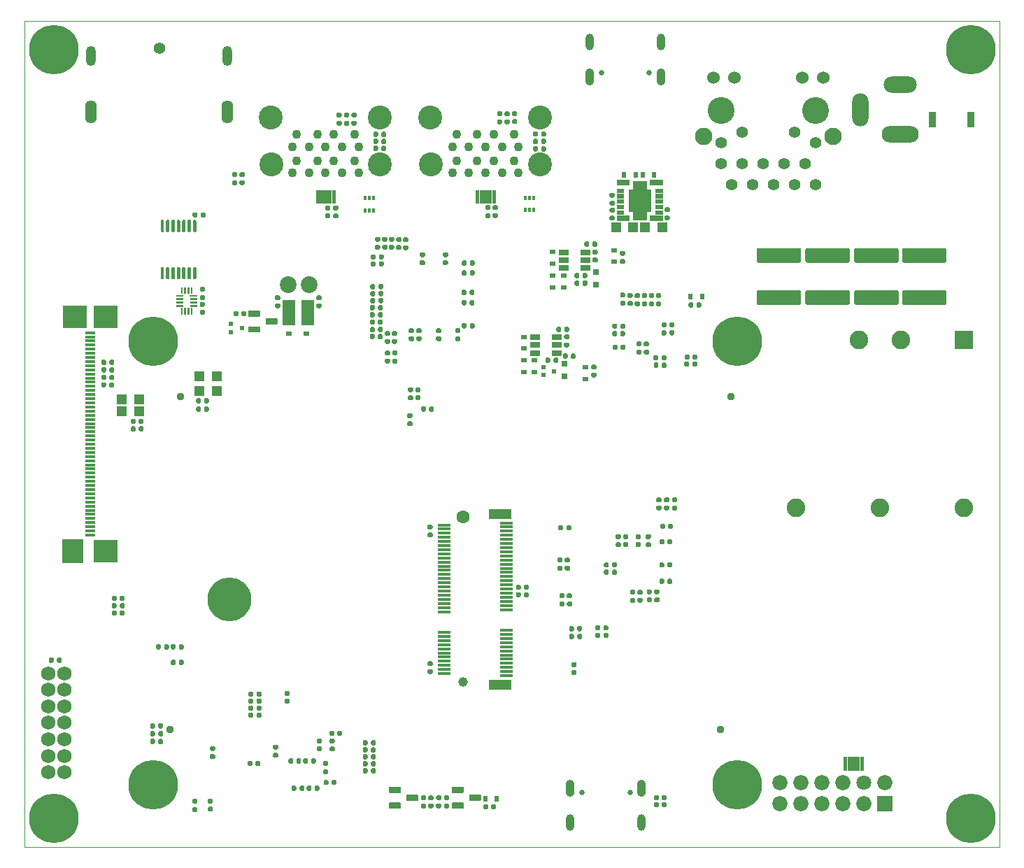
<source format=gbr>
%TF.GenerationSoftware,KiCad,Pcbnew,5.1.9+dfsg1-1*%
%TF.CreationDate,2022-05-04T16:16:05+02:00*%
%TF.ProjectId,kria-k26-devboard,6b726961-2d6b-4323-962d-646576626f61,rev?*%
%TF.SameCoordinates,Original*%
%TF.FileFunction,Soldermask,Bot*%
%TF.FilePolarity,Negative*%
%FSLAX46Y46*%
G04 Gerber Fmt 4.6, Leading zero omitted, Abs format (unit mm)*
G04 Created by KiCad (PCBNEW 5.1.9+dfsg1-1) date 2022-05-04 16:16:05 commit c608b4a*
%MOMM*%
%LPD*%
G01*
G04 APERTURE LIST*
%TA.AperFunction,Profile*%
%ADD10C,0.100000*%
%TD*%
%ADD11C,0.010000*%
%ADD12C,0.950000*%
%ADD13C,1.100000*%
%ADD14C,2.900000*%
%ADD15R,0.809600X1.905000*%
%ADD16R,2.500000X3.000000*%
%ADD17R,3.000000X2.700000*%
%ADD18R,1.200000X0.300000*%
%ADD19C,2.250000*%
%ADD20R,2.250000X2.250000*%
%ADD21R,0.800000X0.600000*%
%ADD22R,1.200000X1.200000*%
%ADD23R,0.600000X0.800000*%
%ADD24R,1.520000X3.050000*%
%ADD25R,0.800000X0.800000*%
%ADD26O,4.500000X2.000000*%
%ADD27O,1.990000X4.000000*%
%ADD28O,4.000000X2.000000*%
%ADD29R,1.840000X1.840000*%
%ADD30C,1.840000*%
%ADD31C,1.800000*%
%ADD32C,6.000000*%
%ADD33R,1.200000X0.700000*%
%ADD34O,1.200000X2.400000*%
%ADD35O,1.400000X2.800000*%
%ADD36C,1.400000*%
%ADD37R,0.300000X0.600000*%
%ADD38C,5.300000*%
%ADD39R,1.550000X0.300000*%
%ADD40R,2.750000X1.200000*%
%ADD41C,1.600000*%
%ADD42C,1.150000*%
%ADD43C,1.750000*%
%ADD44O,1.000000X2.000000*%
%ADD45O,1.050000X2.100000*%
%ADD46C,0.650000*%
%ADD47R,0.600000X0.500000*%
%ADD48C,2.020000*%
%ADD49C,1.397000*%
%ADD50C,2.100000*%
%ADD51C,2.108200*%
%ADD52C,3.250000*%
%ADD53C,1.524000*%
G04 APERTURE END LIST*
D10*
X74000000Y-152000000D02*
X74000000Y-52000000D01*
X74000000Y-52000000D02*
X192000000Y-52000000D01*
X192000000Y-52000000D02*
X192000000Y-152000000D01*
X192000000Y-152000000D02*
X74000000Y-152000000D01*
D11*
%TO.C,U12*%
G36*
X174570000Y-141835000D02*
G01*
X174570000Y-141130000D01*
X174030000Y-141130000D01*
X174030000Y-141835000D01*
X174570000Y-141835000D01*
G37*
X174570000Y-141835000D02*
X174570000Y-141130000D01*
X174030000Y-141130000D01*
X174030000Y-141835000D01*
X174570000Y-141835000D01*
G36*
X174570000Y-142670000D02*
G01*
X174570000Y-141965000D01*
X174030000Y-141965000D01*
X174030000Y-142670000D01*
X174570000Y-142670000D01*
G37*
X174570000Y-142670000D02*
X174570000Y-141965000D01*
X174030000Y-141965000D01*
X174030000Y-142670000D01*
X174570000Y-142670000D01*
G36*
X173470000Y-141835000D02*
G01*
X173470000Y-141130000D01*
X173130000Y-141130000D01*
X173130000Y-141835000D01*
X173470000Y-141835000D01*
G37*
X173470000Y-141835000D02*
X173470000Y-141130000D01*
X173130000Y-141130000D01*
X173130000Y-141835000D01*
X173470000Y-141835000D01*
G36*
X173970000Y-141835000D02*
G01*
X173970000Y-141130000D01*
X173630000Y-141130000D01*
X173630000Y-141835000D01*
X173970000Y-141835000D01*
G37*
X173970000Y-141835000D02*
X173970000Y-141130000D01*
X173630000Y-141130000D01*
X173630000Y-141835000D01*
X173970000Y-141835000D01*
G36*
X174970000Y-141835000D02*
G01*
X174970000Y-141130000D01*
X174630000Y-141130000D01*
X174630000Y-141835000D01*
X174970000Y-141835000D01*
G37*
X174970000Y-141835000D02*
X174970000Y-141130000D01*
X174630000Y-141130000D01*
X174630000Y-141835000D01*
X174970000Y-141835000D01*
G36*
X175470000Y-141835000D02*
G01*
X175470000Y-141130000D01*
X175130000Y-141130000D01*
X175130000Y-141835000D01*
X175470000Y-141835000D01*
G37*
X175470000Y-141835000D02*
X175470000Y-141130000D01*
X175130000Y-141130000D01*
X175130000Y-141835000D01*
X175470000Y-141835000D01*
G36*
X173470000Y-142670000D02*
G01*
X173470000Y-141965000D01*
X173130000Y-141965000D01*
X173130000Y-142670000D01*
X173470000Y-142670000D01*
G37*
X173470000Y-142670000D02*
X173470000Y-141965000D01*
X173130000Y-141965000D01*
X173130000Y-142670000D01*
X173470000Y-142670000D01*
G36*
X173970000Y-142670000D02*
G01*
X173970000Y-141965000D01*
X173630000Y-141965000D01*
X173630000Y-142670000D01*
X173970000Y-142670000D01*
G37*
X173970000Y-142670000D02*
X173970000Y-141965000D01*
X173630000Y-141965000D01*
X173630000Y-142670000D01*
X173970000Y-142670000D01*
G36*
X174970000Y-142670000D02*
G01*
X174970000Y-141965000D01*
X174630000Y-141965000D01*
X174630000Y-142670000D01*
X174970000Y-142670000D01*
G37*
X174970000Y-142670000D02*
X174970000Y-141965000D01*
X174630000Y-141965000D01*
X174630000Y-142670000D01*
X174970000Y-142670000D01*
G36*
X175470000Y-142670000D02*
G01*
X175470000Y-141965000D01*
X175130000Y-141965000D01*
X175130000Y-142670000D01*
X175470000Y-142670000D01*
G37*
X175470000Y-142670000D02*
X175470000Y-141965000D01*
X175130000Y-141965000D01*
X175130000Y-142670000D01*
X175470000Y-142670000D01*
%TO.C,U15*%
G36*
X129480000Y-73314999D02*
G01*
X129480000Y-74019999D01*
X130020000Y-74019999D01*
X130020000Y-73314999D01*
X129480000Y-73314999D01*
G37*
X129480000Y-73314999D02*
X129480000Y-74019999D01*
X130020000Y-74019999D01*
X130020000Y-73314999D01*
X129480000Y-73314999D01*
G36*
X129480000Y-72479999D02*
G01*
X129480000Y-73184999D01*
X130020000Y-73184999D01*
X130020000Y-72479999D01*
X129480000Y-72479999D01*
G37*
X129480000Y-72479999D02*
X129480000Y-73184999D01*
X130020000Y-73184999D01*
X130020000Y-72479999D01*
X129480000Y-72479999D01*
G36*
X130580000Y-73314999D02*
G01*
X130580000Y-74019999D01*
X130920000Y-74019999D01*
X130920000Y-73314999D01*
X130580000Y-73314999D01*
G37*
X130580000Y-73314999D02*
X130580000Y-74019999D01*
X130920000Y-74019999D01*
X130920000Y-73314999D01*
X130580000Y-73314999D01*
G36*
X130080000Y-73314999D02*
G01*
X130080000Y-74019999D01*
X130420000Y-74019999D01*
X130420000Y-73314999D01*
X130080000Y-73314999D01*
G37*
X130080000Y-73314999D02*
X130080000Y-74019999D01*
X130420000Y-74019999D01*
X130420000Y-73314999D01*
X130080000Y-73314999D01*
G36*
X129080000Y-73314999D02*
G01*
X129080000Y-74019999D01*
X129420000Y-74019999D01*
X129420000Y-73314999D01*
X129080000Y-73314999D01*
G37*
X129080000Y-73314999D02*
X129080000Y-74019999D01*
X129420000Y-74019999D01*
X129420000Y-73314999D01*
X129080000Y-73314999D01*
G36*
X128580000Y-73314999D02*
G01*
X128580000Y-74019999D01*
X128920000Y-74019999D01*
X128920000Y-73314999D01*
X128580000Y-73314999D01*
G37*
X128580000Y-73314999D02*
X128580000Y-74019999D01*
X128920000Y-74019999D01*
X128920000Y-73314999D01*
X128580000Y-73314999D01*
G36*
X130580000Y-72479999D02*
G01*
X130580000Y-73184999D01*
X130920000Y-73184999D01*
X130920000Y-72479999D01*
X130580000Y-72479999D01*
G37*
X130580000Y-72479999D02*
X130580000Y-73184999D01*
X130920000Y-73184999D01*
X130920000Y-72479999D01*
X130580000Y-72479999D01*
G36*
X130080000Y-72479999D02*
G01*
X130080000Y-73184999D01*
X130420000Y-73184999D01*
X130420000Y-72479999D01*
X130080000Y-72479999D01*
G37*
X130080000Y-72479999D02*
X130080000Y-73184999D01*
X130420000Y-73184999D01*
X130420000Y-72479999D01*
X130080000Y-72479999D01*
G36*
X129080000Y-72479999D02*
G01*
X129080000Y-73184999D01*
X129420000Y-73184999D01*
X129420000Y-72479999D01*
X129080000Y-72479999D01*
G37*
X129080000Y-72479999D02*
X129080000Y-73184999D01*
X129420000Y-73184999D01*
X129420000Y-72479999D01*
X129080000Y-72479999D01*
G36*
X128580000Y-72479999D02*
G01*
X128580000Y-73184999D01*
X128920000Y-73184999D01*
X128920000Y-72479999D01*
X128580000Y-72479999D01*
G37*
X128580000Y-72479999D02*
X128580000Y-73184999D01*
X128920000Y-73184999D01*
X128920000Y-72479999D01*
X128580000Y-72479999D01*
%TO.C,U18*%
G36*
X110130000Y-73365000D02*
G01*
X110130000Y-74070000D01*
X110670000Y-74070000D01*
X110670000Y-73365000D01*
X110130000Y-73365000D01*
G37*
X110130000Y-73365000D02*
X110130000Y-74070000D01*
X110670000Y-74070000D01*
X110670000Y-73365000D01*
X110130000Y-73365000D01*
G36*
X110130000Y-72530000D02*
G01*
X110130000Y-73235000D01*
X110670000Y-73235000D01*
X110670000Y-72530000D01*
X110130000Y-72530000D01*
G37*
X110130000Y-72530000D02*
X110130000Y-73235000D01*
X110670000Y-73235000D01*
X110670000Y-72530000D01*
X110130000Y-72530000D01*
G36*
X111230000Y-73365000D02*
G01*
X111230000Y-74070000D01*
X111570000Y-74070000D01*
X111570000Y-73365000D01*
X111230000Y-73365000D01*
G37*
X111230000Y-73365000D02*
X111230000Y-74070000D01*
X111570000Y-74070000D01*
X111570000Y-73365000D01*
X111230000Y-73365000D01*
G36*
X110730000Y-73365000D02*
G01*
X110730000Y-74070000D01*
X111070000Y-74070000D01*
X111070000Y-73365000D01*
X110730000Y-73365000D01*
G37*
X110730000Y-73365000D02*
X110730000Y-74070000D01*
X111070000Y-74070000D01*
X111070000Y-73365000D01*
X110730000Y-73365000D01*
G36*
X109730000Y-73365000D02*
G01*
X109730000Y-74070000D01*
X110070000Y-74070000D01*
X110070000Y-73365000D01*
X109730000Y-73365000D01*
G37*
X109730000Y-73365000D02*
X109730000Y-74070000D01*
X110070000Y-74070000D01*
X110070000Y-73365000D01*
X109730000Y-73365000D01*
G36*
X109230000Y-73365000D02*
G01*
X109230000Y-74070000D01*
X109570000Y-74070000D01*
X109570000Y-73365000D01*
X109230000Y-73365000D01*
G37*
X109230000Y-73365000D02*
X109230000Y-74070000D01*
X109570000Y-74070000D01*
X109570000Y-73365000D01*
X109230000Y-73365000D01*
G36*
X111230000Y-72530000D02*
G01*
X111230000Y-73235000D01*
X111570000Y-73235000D01*
X111570000Y-72530000D01*
X111230000Y-72530000D01*
G37*
X111230000Y-72530000D02*
X111230000Y-73235000D01*
X111570000Y-73235000D01*
X111570000Y-72530000D01*
X111230000Y-72530000D01*
G36*
X110730000Y-72530000D02*
G01*
X110730000Y-73235000D01*
X111070000Y-73235000D01*
X111070000Y-72530000D01*
X110730000Y-72530000D01*
G37*
X110730000Y-72530000D02*
X110730000Y-73235000D01*
X111070000Y-73235000D01*
X111070000Y-72530000D01*
X110730000Y-72530000D01*
G36*
X109730000Y-72530000D02*
G01*
X109730000Y-73235000D01*
X110070000Y-73235000D01*
X110070000Y-72530000D01*
X109730000Y-72530000D01*
G37*
X109730000Y-72530000D02*
X109730000Y-73235000D01*
X110070000Y-73235000D01*
X110070000Y-72530000D01*
X109730000Y-72530000D01*
G36*
X109230000Y-72530000D02*
G01*
X109230000Y-73235000D01*
X109570000Y-73235000D01*
X109570000Y-72530000D01*
X109230000Y-72530000D01*
G37*
X109230000Y-72530000D02*
X109230000Y-73235000D01*
X109570000Y-73235000D01*
X109570000Y-72530000D01*
X109230000Y-72530000D01*
%TO.C,U59*%
G36*
X146448800Y-74925001D02*
G01*
X145648800Y-74925001D01*
X145648800Y-75375001D01*
X146448800Y-75375001D01*
X146448800Y-74925001D01*
G37*
X146448800Y-74925001D02*
X145648800Y-74925001D01*
X145648800Y-75375001D01*
X146448800Y-75375001D01*
X146448800Y-74925001D01*
G36*
X146448800Y-74275001D02*
G01*
X145648800Y-74275001D01*
X145648800Y-74725001D01*
X146448800Y-74725001D01*
X146448800Y-74275001D01*
G37*
X146448800Y-74275001D02*
X145648800Y-74275001D01*
X145648800Y-74725001D01*
X146448800Y-74725001D01*
X146448800Y-74275001D01*
G36*
X146448800Y-73625001D02*
G01*
X145648800Y-73625001D01*
X145648800Y-74075001D01*
X146448800Y-74075001D01*
X146448800Y-73625001D01*
G37*
X146448800Y-73625001D02*
X145648800Y-73625001D01*
X145648800Y-74075001D01*
X146448800Y-74075001D01*
X146448800Y-73625001D01*
G36*
X146448800Y-72975001D02*
G01*
X145648800Y-72975001D01*
X145648800Y-73425001D01*
X146448800Y-73425001D01*
X146448800Y-72975001D01*
G37*
X146448800Y-72975001D02*
X145648800Y-72975001D01*
X145648800Y-73425001D01*
X146448800Y-73425001D01*
X146448800Y-72975001D01*
G36*
X146448800Y-72325001D02*
G01*
X145648800Y-72325001D01*
X145648800Y-72775001D01*
X146448800Y-72775001D01*
X146448800Y-72325001D01*
G37*
X146448800Y-72325001D02*
X145648800Y-72325001D01*
X145648800Y-72775001D01*
X146448800Y-72775001D01*
X146448800Y-72325001D01*
G36*
X151148800Y-74925001D02*
G01*
X150348800Y-74925001D01*
X150348800Y-75375001D01*
X151148800Y-75375001D01*
X151148800Y-74925001D01*
G37*
X151148800Y-74925001D02*
X150348800Y-74925001D01*
X150348800Y-75375001D01*
X151148800Y-75375001D01*
X151148800Y-74925001D01*
G36*
X151148800Y-74275001D02*
G01*
X150348800Y-74275001D01*
X150348800Y-74725001D01*
X151148800Y-74725001D01*
X151148800Y-74275001D01*
G37*
X151148800Y-74275001D02*
X150348800Y-74275001D01*
X150348800Y-74725001D01*
X151148800Y-74725001D01*
X151148800Y-74275001D01*
G36*
X151148800Y-73625001D02*
G01*
X150348800Y-73625001D01*
X150348800Y-74075001D01*
X151148800Y-74075001D01*
X151148800Y-73625001D01*
G37*
X151148800Y-73625001D02*
X150348800Y-73625001D01*
X150348800Y-74075001D01*
X151148800Y-74075001D01*
X151148800Y-73625001D01*
G36*
X151148800Y-72975001D02*
G01*
X150348800Y-72975001D01*
X150348800Y-73425001D01*
X151148800Y-73425001D01*
X151148800Y-72975001D01*
G37*
X151148800Y-72975001D02*
X150348800Y-72975001D01*
X150348800Y-73425001D01*
X151148800Y-73425001D01*
X151148800Y-72975001D01*
G36*
X151148800Y-72325001D02*
G01*
X150348800Y-72325001D01*
X150348800Y-72775001D01*
X151148800Y-72775001D01*
X151148800Y-72325001D01*
G37*
X151148800Y-72325001D02*
X150348800Y-72325001D01*
X150348800Y-72775001D01*
X151148800Y-72775001D01*
X151148800Y-72325001D01*
G36*
X147148800Y-75575001D02*
G01*
X145648800Y-75575001D01*
X145648800Y-76175001D01*
X147148800Y-76175001D01*
X147148800Y-75575001D01*
G37*
X147148800Y-75575001D02*
X145648800Y-75575001D01*
X145648800Y-76175001D01*
X147148800Y-76175001D01*
X147148800Y-75575001D01*
G36*
X151148800Y-75575001D02*
G01*
X149648800Y-75575001D01*
X149648800Y-76175001D01*
X151148800Y-76175001D01*
X151148800Y-75575001D01*
G37*
X151148800Y-75575001D02*
X149648800Y-75575001D01*
X149648800Y-76175001D01*
X151148800Y-76175001D01*
X151148800Y-75575001D01*
G36*
X147148800Y-71275001D02*
G01*
X145648800Y-71275001D01*
X145648800Y-71875001D01*
X147148800Y-71875001D01*
X147148800Y-71275001D01*
G37*
X147148800Y-71275001D02*
X145648800Y-71275001D01*
X145648800Y-71875001D01*
X147148800Y-71875001D01*
X147148800Y-71275001D01*
G36*
X151148800Y-71275001D02*
G01*
X149648800Y-71275001D01*
X149648800Y-71875001D01*
X151148800Y-71875001D01*
X151148800Y-71275001D01*
G37*
X151148800Y-71275001D02*
X149648800Y-71275001D01*
X149648800Y-71875001D01*
X151148800Y-71875001D01*
X151148800Y-71275001D01*
G36*
X149698800Y-72420001D02*
G01*
X149698800Y-75020001D01*
X149198800Y-75020001D01*
X149198800Y-76070001D01*
X147598800Y-76070001D01*
X147598800Y-75020001D01*
X147098800Y-75020001D01*
X147098800Y-72420001D01*
X147598800Y-72420001D01*
X147598800Y-71370001D01*
X149198800Y-71370001D01*
X149198800Y-72420001D01*
X149698800Y-72420001D01*
G37*
X149698800Y-72420001D02*
X149698800Y-75020001D01*
X149198800Y-75020001D01*
X149198800Y-76070001D01*
X147598800Y-76070001D01*
X147598800Y-75020001D01*
X147098800Y-75020001D01*
X147098800Y-72420001D01*
X147598800Y-72420001D01*
X147598800Y-71370001D01*
X149198800Y-71370001D01*
X149198800Y-72420001D01*
X149698800Y-72420001D01*
%TD*%
D12*
%TO.C,J_SOM240_1*%
X91576500Y-137756500D03*
X92846500Y-97486500D03*
%TD*%
%TO.C,C74*%
G36*
G01*
X111447500Y-74358000D02*
X111792500Y-74358000D01*
G75*
G02*
X111940000Y-74505500I0J-147500D01*
G01*
X111940000Y-74800500D01*
G75*
G02*
X111792500Y-74948000I-147500J0D01*
G01*
X111447500Y-74948000D01*
G75*
G02*
X111300000Y-74800500I0J147500D01*
G01*
X111300000Y-74505500D01*
G75*
G02*
X111447500Y-74358000I147500J0D01*
G01*
G37*
G36*
G01*
X111447500Y-75328000D02*
X111792500Y-75328000D01*
G75*
G02*
X111940000Y-75475500I0J-147500D01*
G01*
X111940000Y-75770500D01*
G75*
G02*
X111792500Y-75918000I-147500J0D01*
G01*
X111447500Y-75918000D01*
G75*
G02*
X111300000Y-75770500I0J147500D01*
G01*
X111300000Y-75475500D01*
G75*
G02*
X111447500Y-75328000I147500J0D01*
G01*
G37*
%TD*%
%TO.C,C73*%
G36*
G01*
X110502500Y-75323000D02*
X110847500Y-75323000D01*
G75*
G02*
X110995000Y-75470500I0J-147500D01*
G01*
X110995000Y-75765500D01*
G75*
G02*
X110847500Y-75913000I-147500J0D01*
G01*
X110502500Y-75913000D01*
G75*
G02*
X110355000Y-75765500I0J147500D01*
G01*
X110355000Y-75470500D01*
G75*
G02*
X110502500Y-75323000I147500J0D01*
G01*
G37*
G36*
G01*
X110502500Y-74353000D02*
X110847500Y-74353000D01*
G75*
G02*
X110995000Y-74500500I0J-147500D01*
G01*
X110995000Y-74795500D01*
G75*
G02*
X110847500Y-74943000I-147500J0D01*
G01*
X110502500Y-74943000D01*
G75*
G02*
X110355000Y-74795500I0J147500D01*
G01*
X110355000Y-74500500D01*
G75*
G02*
X110502500Y-74353000I147500J0D01*
G01*
G37*
%TD*%
D13*
%TO.C,U17*%
X133250000Y-65730000D03*
X130750000Y-65730000D03*
X128750000Y-65730000D03*
X126250000Y-65730000D03*
X126250000Y-68930000D03*
X130750000Y-68930000D03*
X128750000Y-68930000D03*
X133250000Y-68930000D03*
X133750000Y-67230000D03*
X131750000Y-67230000D03*
X129750000Y-67230000D03*
X127750000Y-67230000D03*
X125750000Y-67230000D03*
X125750000Y-70430000D03*
X129750000Y-70430000D03*
X127750000Y-70430000D03*
X131750000Y-70430000D03*
X133750000Y-70430000D03*
D14*
X136320000Y-63730000D03*
X136320000Y-69410000D03*
X123180000Y-69410000D03*
X123080000Y-63730000D03*
%TD*%
D15*
%TO.C,D26*%
X188472100Y-63950000D03*
X183877900Y-63950000D03*
%TD*%
%TO.C,C226*%
G36*
G01*
X179525000Y-86400000D02*
X174625000Y-86400000D01*
G75*
G02*
X174375000Y-86150000I0J250000D01*
G01*
X174375000Y-84850000D01*
G75*
G02*
X174625000Y-84600000I250000J0D01*
G01*
X179525000Y-84600000D01*
G75*
G02*
X179775000Y-84850000I0J-250000D01*
G01*
X179775000Y-86150000D01*
G75*
G02*
X179525000Y-86400000I-250000J0D01*
G01*
G37*
G36*
G01*
X179525000Y-81300000D02*
X174625000Y-81300000D01*
G75*
G02*
X174375000Y-81050000I0J250000D01*
G01*
X174375000Y-79750000D01*
G75*
G02*
X174625000Y-79500000I250000J0D01*
G01*
X179525000Y-79500000D01*
G75*
G02*
X179775000Y-79750000I0J-250000D01*
G01*
X179775000Y-81050000D01*
G75*
G02*
X179525000Y-81300000I-250000J0D01*
G01*
G37*
%TD*%
%TO.C,C225*%
G36*
G01*
X185325000Y-86400000D02*
X180425000Y-86400000D01*
G75*
G02*
X180175000Y-86150000I0J250000D01*
G01*
X180175000Y-84850000D01*
G75*
G02*
X180425000Y-84600000I250000J0D01*
G01*
X185325000Y-84600000D01*
G75*
G02*
X185575000Y-84850000I0J-250000D01*
G01*
X185575000Y-86150000D01*
G75*
G02*
X185325000Y-86400000I-250000J0D01*
G01*
G37*
G36*
G01*
X185325000Y-81300000D02*
X180425000Y-81300000D01*
G75*
G02*
X180175000Y-81050000I0J250000D01*
G01*
X180175000Y-79750000D01*
G75*
G02*
X180425000Y-79500000I250000J0D01*
G01*
X185325000Y-79500000D01*
G75*
G02*
X185575000Y-79750000I0J-250000D01*
G01*
X185575000Y-81050000D01*
G75*
G02*
X185325000Y-81300000I-250000J0D01*
G01*
G37*
%TD*%
%TO.C,C224*%
G36*
G01*
X173625000Y-86400000D02*
X168725000Y-86400000D01*
G75*
G02*
X168475000Y-86150000I0J250000D01*
G01*
X168475000Y-84850000D01*
G75*
G02*
X168725000Y-84600000I250000J0D01*
G01*
X173625000Y-84600000D01*
G75*
G02*
X173875000Y-84850000I0J-250000D01*
G01*
X173875000Y-86150000D01*
G75*
G02*
X173625000Y-86400000I-250000J0D01*
G01*
G37*
G36*
G01*
X173625000Y-81300000D02*
X168725000Y-81300000D01*
G75*
G02*
X168475000Y-81050000I0J250000D01*
G01*
X168475000Y-79750000D01*
G75*
G02*
X168725000Y-79500000I250000J0D01*
G01*
X173625000Y-79500000D01*
G75*
G02*
X173875000Y-79750000I0J-250000D01*
G01*
X173875000Y-81050000D01*
G75*
G02*
X173625000Y-81300000I-250000J0D01*
G01*
G37*
%TD*%
%TO.C,C188*%
G36*
G01*
X167725000Y-86400000D02*
X162825000Y-86400000D01*
G75*
G02*
X162575000Y-86150000I0J250000D01*
G01*
X162575000Y-84850000D01*
G75*
G02*
X162825000Y-84600000I250000J0D01*
G01*
X167725000Y-84600000D01*
G75*
G02*
X167975000Y-84850000I0J-250000D01*
G01*
X167975000Y-86150000D01*
G75*
G02*
X167725000Y-86400000I-250000J0D01*
G01*
G37*
G36*
G01*
X167725000Y-81300000D02*
X162825000Y-81300000D01*
G75*
G02*
X162575000Y-81050000I0J250000D01*
G01*
X162575000Y-79750000D01*
G75*
G02*
X162825000Y-79500000I250000J0D01*
G01*
X167725000Y-79500000D01*
G75*
G02*
X167975000Y-79750000I0J-250000D01*
G01*
X167975000Y-81050000D01*
G75*
G02*
X167725000Y-81300000I-250000J0D01*
G01*
G37*
%TD*%
D16*
%TO.C,J3*%
X79800000Y-116200000D03*
D17*
X83750000Y-116200000D03*
X83750000Y-87800000D03*
X80050000Y-87800000D03*
D18*
X81900000Y-89750000D03*
X81900000Y-90250000D03*
X81900000Y-90750000D03*
X81900000Y-91250000D03*
X81900000Y-91750000D03*
X81900000Y-92250000D03*
X81900000Y-92750000D03*
X81900000Y-93250000D03*
X81900000Y-93750000D03*
X81900000Y-94250000D03*
X81900000Y-94750000D03*
X81900000Y-95250000D03*
X81900000Y-95750000D03*
X81900000Y-96250000D03*
X81900000Y-96750000D03*
X81900000Y-97250000D03*
X81900000Y-97750000D03*
X81900000Y-98250000D03*
X81900000Y-98750000D03*
X81900000Y-99250000D03*
X81900000Y-99750000D03*
X81900000Y-100250000D03*
X81900000Y-100750000D03*
X81900000Y-101250000D03*
X81900000Y-101750000D03*
X81900000Y-102250000D03*
X81900000Y-102750000D03*
X81900000Y-103250000D03*
X81900000Y-103750000D03*
X81900000Y-104250000D03*
X81900000Y-104750000D03*
X81900000Y-105250000D03*
X81900000Y-105750000D03*
X81900000Y-106250000D03*
X81900000Y-106750000D03*
X81900000Y-107250000D03*
X81900000Y-107750000D03*
X81900000Y-108250000D03*
X81900000Y-108750000D03*
X81900000Y-109250000D03*
X81900000Y-109750000D03*
X81900000Y-110250000D03*
X81900000Y-110750000D03*
X81900000Y-111250000D03*
X81900000Y-111750000D03*
X81900000Y-112250000D03*
X81900000Y-112750000D03*
X81900000Y-113250000D03*
X81900000Y-113750000D03*
X81900000Y-114250000D03*
%TD*%
%TO.C,R44*%
G36*
G01*
X127460000Y-84707500D02*
X127460000Y-85052500D01*
G75*
G02*
X127312500Y-85200000I-147500J0D01*
G01*
X127017500Y-85200000D01*
G75*
G02*
X126870000Y-85052500I0J147500D01*
G01*
X126870000Y-84707500D01*
G75*
G02*
X127017500Y-84560000I147500J0D01*
G01*
X127312500Y-84560000D01*
G75*
G02*
X127460000Y-84707500I0J-147500D01*
G01*
G37*
G36*
G01*
X128430000Y-84707500D02*
X128430000Y-85052500D01*
G75*
G02*
X128282500Y-85200000I-147500J0D01*
G01*
X127987500Y-85200000D01*
G75*
G02*
X127840000Y-85052500I0J147500D01*
G01*
X127840000Y-84707500D01*
G75*
G02*
X127987500Y-84560000I147500J0D01*
G01*
X128282500Y-84560000D01*
G75*
G02*
X128430000Y-84707500I0J-147500D01*
G01*
G37*
%TD*%
%TO.C,R43*%
G36*
G01*
X100127500Y-71290000D02*
X100472500Y-71290000D01*
G75*
G02*
X100620000Y-71437500I0J-147500D01*
G01*
X100620000Y-71732500D01*
G75*
G02*
X100472500Y-71880000I-147500J0D01*
G01*
X100127500Y-71880000D01*
G75*
G02*
X99980000Y-71732500I0J147500D01*
G01*
X99980000Y-71437500D01*
G75*
G02*
X100127500Y-71290000I147500J0D01*
G01*
G37*
G36*
G01*
X100127500Y-70320000D02*
X100472500Y-70320000D01*
G75*
G02*
X100620000Y-70467500I0J-147500D01*
G01*
X100620000Y-70762500D01*
G75*
G02*
X100472500Y-70910000I-147500J0D01*
G01*
X100127500Y-70910000D01*
G75*
G02*
X99980000Y-70762500I0J147500D01*
G01*
X99980000Y-70467500D01*
G75*
G02*
X100127500Y-70320000I147500J0D01*
G01*
G37*
%TD*%
%TO.C,R12*%
G36*
G01*
X151119289Y-147060368D02*
X151119289Y-146715368D01*
G75*
G02*
X151266789Y-146567868I147500J0D01*
G01*
X151561789Y-146567868D01*
G75*
G02*
X151709289Y-146715368I0J-147500D01*
G01*
X151709289Y-147060368D01*
G75*
G02*
X151561789Y-147207868I-147500J0D01*
G01*
X151266789Y-147207868D01*
G75*
G02*
X151119289Y-147060368I0J147500D01*
G01*
G37*
G36*
G01*
X150149289Y-147060368D02*
X150149289Y-146715368D01*
G75*
G02*
X150296789Y-146567868I147500J0D01*
G01*
X150591789Y-146567868D01*
G75*
G02*
X150739289Y-146715368I0J-147500D01*
G01*
X150739289Y-147060368D01*
G75*
G02*
X150591789Y-147207868I-147500J0D01*
G01*
X150296789Y-147207868D01*
G75*
G02*
X150149289Y-147060368I0J147500D01*
G01*
G37*
%TD*%
%TO.C,C72*%
G36*
G01*
X99227500Y-71290000D02*
X99572500Y-71290000D01*
G75*
G02*
X99720000Y-71437500I0J-147500D01*
G01*
X99720000Y-71732500D01*
G75*
G02*
X99572500Y-71880000I-147500J0D01*
G01*
X99227500Y-71880000D01*
G75*
G02*
X99080000Y-71732500I0J147500D01*
G01*
X99080000Y-71437500D01*
G75*
G02*
X99227500Y-71290000I147500J0D01*
G01*
G37*
G36*
G01*
X99227500Y-70320000D02*
X99572500Y-70320000D01*
G75*
G02*
X99720000Y-70467500I0J-147500D01*
G01*
X99720000Y-70762500D01*
G75*
G02*
X99572500Y-70910000I-147500J0D01*
G01*
X99227500Y-70910000D01*
G75*
G02*
X99080000Y-70762500I0J147500D01*
G01*
X99080000Y-70467500D01*
G75*
G02*
X99227500Y-70320000I147500J0D01*
G01*
G37*
%TD*%
%TO.C,C62*%
G36*
G01*
X151119289Y-146210367D02*
X151119289Y-145865367D01*
G75*
G02*
X151266789Y-145717867I147500J0D01*
G01*
X151561789Y-145717867D01*
G75*
G02*
X151709289Y-145865367I0J-147500D01*
G01*
X151709289Y-146210367D01*
G75*
G02*
X151561789Y-146357867I-147500J0D01*
G01*
X151266789Y-146357867D01*
G75*
G02*
X151119289Y-146210367I0J147500D01*
G01*
G37*
G36*
G01*
X150149289Y-146210367D02*
X150149289Y-145865367D01*
G75*
G02*
X150296789Y-145717867I147500J0D01*
G01*
X150591789Y-145717867D01*
G75*
G02*
X150739289Y-145865367I0J-147500D01*
G01*
X150739289Y-146210367D01*
G75*
G02*
X150591789Y-146357867I-147500J0D01*
G01*
X150296789Y-146357867D01*
G75*
G02*
X150149289Y-146210367I0J147500D01*
G01*
G37*
%TD*%
D19*
%TO.C,PS1*%
X187660000Y-110960000D03*
X177500000Y-110960000D03*
X167340000Y-110960000D03*
X174960000Y-90640000D03*
X180040000Y-90640000D03*
D20*
X187660000Y-90640000D03*
%TD*%
D21*
%TO.C,C81*%
X145335965Y-81170911D03*
X145335965Y-79770911D03*
%TD*%
%TO.C,C82*%
G36*
G01*
X155289999Y-86572500D02*
X155289999Y-86227500D01*
G75*
G02*
X155437499Y-86080000I147500J0D01*
G01*
X155732499Y-86080000D01*
G75*
G02*
X155879999Y-86227500I0J-147500D01*
G01*
X155879999Y-86572500D01*
G75*
G02*
X155732499Y-86720000I-147500J0D01*
G01*
X155437499Y-86720000D01*
G75*
G02*
X155289999Y-86572500I0J147500D01*
G01*
G37*
G36*
G01*
X154319999Y-86572500D02*
X154319999Y-86227500D01*
G75*
G02*
X154467499Y-86080000I147500J0D01*
G01*
X154762499Y-86080000D01*
G75*
G02*
X154909999Y-86227500I0J-147500D01*
G01*
X154909999Y-86572500D01*
G75*
G02*
X154762499Y-86720000I-147500J0D01*
G01*
X154467499Y-86720000D01*
G75*
G02*
X154319999Y-86572500I0J147500D01*
G01*
G37*
%TD*%
%TO.C,C83*%
G36*
G01*
X146522500Y-80435000D02*
X146177500Y-80435000D01*
G75*
G02*
X146030000Y-80287500I0J147500D01*
G01*
X146030000Y-79992500D01*
G75*
G02*
X146177500Y-79845000I147500J0D01*
G01*
X146522500Y-79845000D01*
G75*
G02*
X146670000Y-79992500I0J-147500D01*
G01*
X146670000Y-80287500D01*
G75*
G02*
X146522500Y-80435000I-147500J0D01*
G01*
G37*
G36*
G01*
X146522500Y-81405000D02*
X146177500Y-81405000D01*
G75*
G02*
X146030000Y-81257500I0J147500D01*
G01*
X146030000Y-80962500D01*
G75*
G02*
X146177500Y-80815000I147500J0D01*
G01*
X146522500Y-80815000D01*
G75*
G02*
X146670000Y-80962500I0J-147500D01*
G01*
X146670000Y-81257500D01*
G75*
G02*
X146522500Y-81405000I-147500J0D01*
G01*
G37*
%TD*%
%TO.C,C84*%
G36*
G01*
X146085911Y-89136535D02*
X146085911Y-88791535D01*
G75*
G02*
X146233411Y-88644035I147500J0D01*
G01*
X146528411Y-88644035D01*
G75*
G02*
X146675911Y-88791535I0J-147500D01*
G01*
X146675911Y-89136535D01*
G75*
G02*
X146528411Y-89284035I-147500J0D01*
G01*
X146233411Y-89284035D01*
G75*
G02*
X146085911Y-89136535I0J147500D01*
G01*
G37*
G36*
G01*
X145115911Y-89136535D02*
X145115911Y-88791535D01*
G75*
G02*
X145263411Y-88644035I147500J0D01*
G01*
X145558411Y-88644035D01*
G75*
G02*
X145705911Y-88791535I0J-147500D01*
G01*
X145705911Y-89136535D01*
G75*
G02*
X145558411Y-89284035I-147500J0D01*
G01*
X145263411Y-89284035D01*
G75*
G02*
X145115911Y-89136535I0J147500D01*
G01*
G37*
%TD*%
%TO.C,C85*%
G36*
G01*
X148518411Y-91424035D02*
X148173411Y-91424035D01*
G75*
G02*
X148025911Y-91276535I0J147500D01*
G01*
X148025911Y-90981535D01*
G75*
G02*
X148173411Y-90834035I147500J0D01*
G01*
X148518411Y-90834035D01*
G75*
G02*
X148665911Y-90981535I0J-147500D01*
G01*
X148665911Y-91276535D01*
G75*
G02*
X148518411Y-91424035I-147500J0D01*
G01*
G37*
G36*
G01*
X148518411Y-92394035D02*
X148173411Y-92394035D01*
G75*
G02*
X148025911Y-92246535I0J147500D01*
G01*
X148025911Y-91951535D01*
G75*
G02*
X148173411Y-91804035I147500J0D01*
G01*
X148518411Y-91804035D01*
G75*
G02*
X148665911Y-91951535I0J-147500D01*
G01*
X148665911Y-92246535D01*
G75*
G02*
X148518411Y-92394035I-147500J0D01*
G01*
G37*
%TD*%
%TO.C,C86*%
G36*
G01*
X151655911Y-89591535D02*
X151655911Y-89936535D01*
G75*
G02*
X151508411Y-90084035I-147500J0D01*
G01*
X151213411Y-90084035D01*
G75*
G02*
X151065911Y-89936535I0J147500D01*
G01*
X151065911Y-89591535D01*
G75*
G02*
X151213411Y-89444035I147500J0D01*
G01*
X151508411Y-89444035D01*
G75*
G02*
X151655911Y-89591535I0J-147500D01*
G01*
G37*
G36*
G01*
X152625911Y-89591535D02*
X152625911Y-89936535D01*
G75*
G02*
X152478411Y-90084035I-147500J0D01*
G01*
X152183411Y-90084035D01*
G75*
G02*
X152035911Y-89936535I0J147500D01*
G01*
X152035911Y-89591535D01*
G75*
G02*
X152183411Y-89444035I147500J0D01*
G01*
X152478411Y-89444035D01*
G75*
G02*
X152625911Y-89591535I0J-147500D01*
G01*
G37*
%TD*%
%TO.C,C87*%
G36*
G01*
X146210848Y-85881674D02*
X146555848Y-85881674D01*
G75*
G02*
X146703348Y-86029174I0J-147500D01*
G01*
X146703348Y-86324174D01*
G75*
G02*
X146555848Y-86471674I-147500J0D01*
G01*
X146210848Y-86471674D01*
G75*
G02*
X146063348Y-86324174I0J147500D01*
G01*
X146063348Y-86029174D01*
G75*
G02*
X146210848Y-85881674I147500J0D01*
G01*
G37*
G36*
G01*
X146210848Y-84911674D02*
X146555848Y-84911674D01*
G75*
G02*
X146703348Y-85059174I0J-147500D01*
G01*
X146703348Y-85354174D01*
G75*
G02*
X146555848Y-85501674I-147500J0D01*
G01*
X146210848Y-85501674D01*
G75*
G02*
X146063348Y-85354174I0J147500D01*
G01*
X146063348Y-85059174D01*
G75*
G02*
X146210848Y-84911674I147500J0D01*
G01*
G37*
%TD*%
%TO.C,C88*%
G36*
G01*
X149675671Y-85952385D02*
X150020671Y-85952385D01*
G75*
G02*
X150168171Y-86099885I0J-147500D01*
G01*
X150168171Y-86394885D01*
G75*
G02*
X150020671Y-86542385I-147500J0D01*
G01*
X149675671Y-86542385D01*
G75*
G02*
X149528171Y-86394885I0J147500D01*
G01*
X149528171Y-86099885D01*
G75*
G02*
X149675671Y-85952385I147500J0D01*
G01*
G37*
G36*
G01*
X149675671Y-84982385D02*
X150020671Y-84982385D01*
G75*
G02*
X150168171Y-85129885I0J-147500D01*
G01*
X150168171Y-85424885D01*
G75*
G02*
X150020671Y-85572385I-147500J0D01*
G01*
X149675671Y-85572385D01*
G75*
G02*
X149528171Y-85424885I0J147500D01*
G01*
X149528171Y-85129885D01*
G75*
G02*
X149675671Y-84982385I147500J0D01*
G01*
G37*
%TD*%
%TO.C,C89*%
G36*
G01*
X146078373Y-90036104D02*
X146078373Y-89691104D01*
G75*
G02*
X146225873Y-89543604I147500J0D01*
G01*
X146520873Y-89543604D01*
G75*
G02*
X146668373Y-89691104I0J-147500D01*
G01*
X146668373Y-90036104D01*
G75*
G02*
X146520873Y-90183604I-147500J0D01*
G01*
X146225873Y-90183604D01*
G75*
G02*
X146078373Y-90036104I0J147500D01*
G01*
G37*
G36*
G01*
X145108373Y-90036104D02*
X145108373Y-89691104D01*
G75*
G02*
X145255873Y-89543604I147500J0D01*
G01*
X145550873Y-89543604D01*
G75*
G02*
X145698373Y-89691104I0J-147500D01*
G01*
X145698373Y-90036104D01*
G75*
G02*
X145550873Y-90183604I-147500J0D01*
G01*
X145255873Y-90183604D01*
G75*
G02*
X145108373Y-90036104I0J147500D01*
G01*
G37*
%TD*%
%TO.C,C93*%
G36*
G01*
X150524199Y-85952385D02*
X150869199Y-85952385D01*
G75*
G02*
X151016699Y-86099885I0J-147500D01*
G01*
X151016699Y-86394885D01*
G75*
G02*
X150869199Y-86542385I-147500J0D01*
G01*
X150524199Y-86542385D01*
G75*
G02*
X150376699Y-86394885I0J147500D01*
G01*
X150376699Y-86099885D01*
G75*
G02*
X150524199Y-85952385I147500J0D01*
G01*
G37*
G36*
G01*
X150524199Y-84982385D02*
X150869199Y-84982385D01*
G75*
G02*
X151016699Y-85129885I0J-147500D01*
G01*
X151016699Y-85424885D01*
G75*
G02*
X150869199Y-85572385I-147500J0D01*
G01*
X150524199Y-85572385D01*
G75*
G02*
X150376699Y-85424885I0J147500D01*
G01*
X150376699Y-85129885D01*
G75*
G02*
X150524199Y-84982385I147500J0D01*
G01*
G37*
%TD*%
%TO.C,C94*%
G36*
G01*
X148827143Y-85952385D02*
X149172143Y-85952385D01*
G75*
G02*
X149319643Y-86099885I0J-147500D01*
G01*
X149319643Y-86394885D01*
G75*
G02*
X149172143Y-86542385I-147500J0D01*
G01*
X148827143Y-86542385D01*
G75*
G02*
X148679643Y-86394885I0J147500D01*
G01*
X148679643Y-86099885D01*
G75*
G02*
X148827143Y-85952385I147500J0D01*
G01*
G37*
G36*
G01*
X148827143Y-84982385D02*
X149172143Y-84982385D01*
G75*
G02*
X149319643Y-85129885I0J-147500D01*
G01*
X149319643Y-85424885D01*
G75*
G02*
X149172143Y-85572385I-147500J0D01*
G01*
X148827143Y-85572385D01*
G75*
G02*
X148679643Y-85424885I0J147500D01*
G01*
X148679643Y-85129885D01*
G75*
G02*
X148827143Y-84982385I147500J0D01*
G01*
G37*
%TD*%
%TO.C,C98*%
G36*
G01*
X147978615Y-85952385D02*
X148323615Y-85952385D01*
G75*
G02*
X148471115Y-86099885I0J-147500D01*
G01*
X148471115Y-86394885D01*
G75*
G02*
X148323615Y-86542385I-147500J0D01*
G01*
X147978615Y-86542385D01*
G75*
G02*
X147831115Y-86394885I0J147500D01*
G01*
X147831115Y-86099885D01*
G75*
G02*
X147978615Y-85952385I147500J0D01*
G01*
G37*
G36*
G01*
X147978615Y-84982385D02*
X148323615Y-84982385D01*
G75*
G02*
X148471115Y-85129885I0J-147500D01*
G01*
X148471115Y-85424885D01*
G75*
G02*
X148323615Y-85572385I-147500J0D01*
G01*
X147978615Y-85572385D01*
G75*
G02*
X147831115Y-85424885I0J147500D01*
G01*
X147831115Y-85129885D01*
G75*
G02*
X147978615Y-84982385I147500J0D01*
G01*
G37*
%TD*%
%TO.C,C99*%
G36*
G01*
X146135910Y-91686535D02*
X146135910Y-91341535D01*
G75*
G02*
X146283410Y-91194035I147500J0D01*
G01*
X146578410Y-91194035D01*
G75*
G02*
X146725910Y-91341535I0J-147500D01*
G01*
X146725910Y-91686535D01*
G75*
G02*
X146578410Y-91834035I-147500J0D01*
G01*
X146283410Y-91834035D01*
G75*
G02*
X146135910Y-91686535I0J147500D01*
G01*
G37*
G36*
G01*
X145165910Y-91686535D02*
X145165910Y-91341535D01*
G75*
G02*
X145313410Y-91194035I147500J0D01*
G01*
X145608410Y-91194035D01*
G75*
G02*
X145755910Y-91341535I0J-147500D01*
G01*
X145755910Y-91686535D01*
G75*
G02*
X145608410Y-91834035I-147500J0D01*
G01*
X145313410Y-91834035D01*
G75*
G02*
X145165910Y-91686535I0J147500D01*
G01*
G37*
%TD*%
%TO.C,C100*%
G36*
G01*
X149418411Y-91424035D02*
X149073411Y-91424035D01*
G75*
G02*
X148925911Y-91276535I0J147500D01*
G01*
X148925911Y-90981535D01*
G75*
G02*
X149073411Y-90834035I147500J0D01*
G01*
X149418411Y-90834035D01*
G75*
G02*
X149565911Y-90981535I0J-147500D01*
G01*
X149565911Y-91276535D01*
G75*
G02*
X149418411Y-91424035I-147500J0D01*
G01*
G37*
G36*
G01*
X149418411Y-92394035D02*
X149073411Y-92394035D01*
G75*
G02*
X148925911Y-92246535I0J147500D01*
G01*
X148925911Y-91951535D01*
G75*
G02*
X149073411Y-91804035I147500J0D01*
G01*
X149418411Y-91804035D01*
G75*
G02*
X149565911Y-91951535I0J-147500D01*
G01*
X149565911Y-92246535D01*
G75*
G02*
X149418411Y-92394035I-147500J0D01*
G01*
G37*
%TD*%
%TO.C,C101*%
G36*
G01*
X151655911Y-88641535D02*
X151655911Y-88986535D01*
G75*
G02*
X151508411Y-89134035I-147500J0D01*
G01*
X151213411Y-89134035D01*
G75*
G02*
X151065911Y-88986535I0J147500D01*
G01*
X151065911Y-88641535D01*
G75*
G02*
X151213411Y-88494035I147500J0D01*
G01*
X151508411Y-88494035D01*
G75*
G02*
X151655911Y-88641535I0J-147500D01*
G01*
G37*
G36*
G01*
X152625911Y-88641535D02*
X152625911Y-88986535D01*
G75*
G02*
X152478411Y-89134035I-147500J0D01*
G01*
X152183411Y-89134035D01*
G75*
G02*
X152035911Y-88986535I0J147500D01*
G01*
X152035911Y-88641535D01*
G75*
G02*
X152183411Y-88494035I147500J0D01*
G01*
X152478411Y-88494035D01*
G75*
G02*
X152625911Y-88641535I0J-147500D01*
G01*
G37*
%TD*%
%TO.C,C102*%
G36*
G01*
X142716535Y-94594089D02*
X143061535Y-94594089D01*
G75*
G02*
X143209035Y-94741589I0J-147500D01*
G01*
X143209035Y-95036589D01*
G75*
G02*
X143061535Y-95184089I-147500J0D01*
G01*
X142716535Y-95184089D01*
G75*
G02*
X142569035Y-95036589I0J147500D01*
G01*
X142569035Y-94741589D01*
G75*
G02*
X142716535Y-94594089I147500J0D01*
G01*
G37*
G36*
G01*
X142716535Y-93624089D02*
X143061535Y-93624089D01*
G75*
G02*
X143209035Y-93771589I0J-147500D01*
G01*
X143209035Y-94066589D01*
G75*
G02*
X143061535Y-94214089I-147500J0D01*
G01*
X142716535Y-94214089D01*
G75*
G02*
X142569035Y-94066589I0J147500D01*
G01*
X142569035Y-93771589D01*
G75*
G02*
X142716535Y-93624089I147500J0D01*
G01*
G37*
%TD*%
%TO.C,C103*%
X141904035Y-93969089D03*
X141904035Y-95369089D03*
%TD*%
%TO.C,C170*%
X137925000Y-79975001D03*
X137925000Y-81375001D03*
%TD*%
%TO.C,C175*%
G36*
G01*
X141505000Y-83022500D02*
X141505000Y-82677500D01*
G75*
G02*
X141652500Y-82530000I147500J0D01*
G01*
X141947500Y-82530000D01*
G75*
G02*
X142095000Y-82677500I0J-147500D01*
G01*
X142095000Y-83022500D01*
G75*
G02*
X141947500Y-83170000I-147500J0D01*
G01*
X141652500Y-83170000D01*
G75*
G02*
X141505000Y-83022500I0J147500D01*
G01*
G37*
G36*
G01*
X140535000Y-83022500D02*
X140535000Y-82677500D01*
G75*
G02*
X140682500Y-82530000I147500J0D01*
G01*
X140977500Y-82530000D01*
G75*
G02*
X141125000Y-82677500I0J-147500D01*
G01*
X141125000Y-83022500D01*
G75*
G02*
X140977500Y-83170000I-147500J0D01*
G01*
X140682500Y-83170000D01*
G75*
G02*
X140535000Y-83022500I0J147500D01*
G01*
G37*
%TD*%
%TO.C,C180*%
X137900000Y-82850000D03*
X137900000Y-84250000D03*
%TD*%
%TO.C,C46*%
G36*
G01*
X127470000Y-85947500D02*
X127470000Y-86292500D01*
G75*
G02*
X127322500Y-86440000I-147500J0D01*
G01*
X127027500Y-86440000D01*
G75*
G02*
X126880000Y-86292500I0J147500D01*
G01*
X126880000Y-85947500D01*
G75*
G02*
X127027500Y-85800000I147500J0D01*
G01*
X127322500Y-85800000D01*
G75*
G02*
X127470000Y-85947500I0J-147500D01*
G01*
G37*
G36*
G01*
X128440000Y-85947500D02*
X128440000Y-86292500D01*
G75*
G02*
X128292500Y-86440000I-147500J0D01*
G01*
X127997500Y-86440000D01*
G75*
G02*
X127850000Y-86292500I0J147500D01*
G01*
X127850000Y-85947500D01*
G75*
G02*
X127997500Y-85800000I147500J0D01*
G01*
X128292500Y-85800000D01*
G75*
G02*
X128440000Y-85947500I0J-147500D01*
G01*
G37*
%TD*%
%TO.C,C47*%
G36*
G01*
X119934441Y-79164860D02*
X120279441Y-79164860D01*
G75*
G02*
X120426941Y-79312360I0J-147500D01*
G01*
X120426941Y-79607360D01*
G75*
G02*
X120279441Y-79754860I-147500J0D01*
G01*
X119934441Y-79754860D01*
G75*
G02*
X119786941Y-79607360I0J147500D01*
G01*
X119786941Y-79312360D01*
G75*
G02*
X119934441Y-79164860I147500J0D01*
G01*
G37*
G36*
G01*
X119934441Y-78194860D02*
X120279441Y-78194860D01*
G75*
G02*
X120426941Y-78342360I0J-147500D01*
G01*
X120426941Y-78637360D01*
G75*
G02*
X120279441Y-78784860I-147500J0D01*
G01*
X119934441Y-78784860D01*
G75*
G02*
X119786941Y-78637360I0J147500D01*
G01*
X119786941Y-78342360D01*
G75*
G02*
X119934441Y-78194860I147500J0D01*
G01*
G37*
%TD*%
%TO.C,C48*%
G36*
G01*
X127476942Y-82352362D02*
X127476942Y-82697362D01*
G75*
G02*
X127329442Y-82844862I-147500J0D01*
G01*
X127034442Y-82844862D01*
G75*
G02*
X126886942Y-82697362I0J147500D01*
G01*
X126886942Y-82352362D01*
G75*
G02*
X127034442Y-82204862I147500J0D01*
G01*
X127329442Y-82204862D01*
G75*
G02*
X127476942Y-82352362I0J-147500D01*
G01*
G37*
G36*
G01*
X128446942Y-82352362D02*
X128446942Y-82697362D01*
G75*
G02*
X128299442Y-82844862I-147500J0D01*
G01*
X128004442Y-82844862D01*
G75*
G02*
X127856942Y-82697362I0J147500D01*
G01*
X127856942Y-82352362D01*
G75*
G02*
X128004442Y-82204862I147500J0D01*
G01*
X128299442Y-82204862D01*
G75*
G02*
X128446942Y-82352362I0J-147500D01*
G01*
G37*
%TD*%
%TO.C,C49*%
G36*
G01*
X116846942Y-80757360D02*
X116846942Y-80412360D01*
G75*
G02*
X116994442Y-80264860I147500J0D01*
G01*
X117289442Y-80264860D01*
G75*
G02*
X117436942Y-80412360I0J-147500D01*
G01*
X117436942Y-80757360D01*
G75*
G02*
X117289442Y-80904860I-147500J0D01*
G01*
X116994442Y-80904860D01*
G75*
G02*
X116846942Y-80757360I0J147500D01*
G01*
G37*
G36*
G01*
X115876942Y-80757360D02*
X115876942Y-80412360D01*
G75*
G02*
X116024442Y-80264860I147500J0D01*
G01*
X116319442Y-80264860D01*
G75*
G02*
X116466942Y-80412360I0J-147500D01*
G01*
X116466942Y-80757360D01*
G75*
G02*
X116319442Y-80904860I-147500J0D01*
G01*
X116024442Y-80904860D01*
G75*
G02*
X115876942Y-80757360I0J147500D01*
G01*
G37*
%TD*%
%TO.C,C51*%
G36*
G01*
X124734441Y-80990000D02*
X125079441Y-80990000D01*
G75*
G02*
X125226941Y-81137500I0J-147500D01*
G01*
X125226941Y-81432500D01*
G75*
G02*
X125079441Y-81580000I-147500J0D01*
G01*
X124734441Y-81580000D01*
G75*
G02*
X124586941Y-81432500I0J147500D01*
G01*
X124586941Y-81137500D01*
G75*
G02*
X124734441Y-80990000I147500J0D01*
G01*
G37*
G36*
G01*
X124734441Y-80020000D02*
X125079441Y-80020000D01*
G75*
G02*
X125226941Y-80167500I0J-147500D01*
G01*
X125226941Y-80462500D01*
G75*
G02*
X125079441Y-80610000I-147500J0D01*
G01*
X124734441Y-80610000D01*
G75*
G02*
X124586941Y-80462500I0J147500D01*
G01*
X124586941Y-80167500D01*
G75*
G02*
X124734441Y-80020000I147500J0D01*
G01*
G37*
%TD*%
%TO.C,C52*%
G36*
G01*
X116796942Y-84347361D02*
X116796942Y-84002361D01*
G75*
G02*
X116944442Y-83854861I147500J0D01*
G01*
X117239442Y-83854861D01*
G75*
G02*
X117386942Y-84002361I0J-147500D01*
G01*
X117386942Y-84347361D01*
G75*
G02*
X117239442Y-84494861I-147500J0D01*
G01*
X116944442Y-84494861D01*
G75*
G02*
X116796942Y-84347361I0J147500D01*
G01*
G37*
G36*
G01*
X115826942Y-84347361D02*
X115826942Y-84002361D01*
G75*
G02*
X115974442Y-83854861I147500J0D01*
G01*
X116269442Y-83854861D01*
G75*
G02*
X116416942Y-84002361I0J-147500D01*
G01*
X116416942Y-84347361D01*
G75*
G02*
X116269442Y-84494861I-147500J0D01*
G01*
X115974442Y-84494861D01*
G75*
G02*
X115826942Y-84347361I0J147500D01*
G01*
G37*
%TD*%
%TO.C,C54*%
G36*
G01*
X121952500Y-80990000D02*
X122297500Y-80990000D01*
G75*
G02*
X122445000Y-81137500I0J-147500D01*
G01*
X122445000Y-81432500D01*
G75*
G02*
X122297500Y-81580000I-147500J0D01*
G01*
X121952500Y-81580000D01*
G75*
G02*
X121805000Y-81432500I0J147500D01*
G01*
X121805000Y-81137500D01*
G75*
G02*
X121952500Y-80990000I147500J0D01*
G01*
G37*
G36*
G01*
X121952500Y-80020000D02*
X122297500Y-80020000D01*
G75*
G02*
X122445000Y-80167500I0J-147500D01*
G01*
X122445000Y-80462500D01*
G75*
G02*
X122297500Y-80610000I-147500J0D01*
G01*
X121952500Y-80610000D01*
G75*
G02*
X121805000Y-80462500I0J147500D01*
G01*
X121805000Y-80167500D01*
G75*
G02*
X121952500Y-80020000I147500J0D01*
G01*
G37*
%TD*%
%TO.C,C57*%
G36*
G01*
X116846942Y-81607361D02*
X116846942Y-81262361D01*
G75*
G02*
X116994442Y-81114861I147500J0D01*
G01*
X117289442Y-81114861D01*
G75*
G02*
X117436942Y-81262361I0J-147500D01*
G01*
X117436942Y-81607361D01*
G75*
G02*
X117289442Y-81754861I-147500J0D01*
G01*
X116994442Y-81754861D01*
G75*
G02*
X116846942Y-81607361I0J147500D01*
G01*
G37*
G36*
G01*
X115876942Y-81607361D02*
X115876942Y-81262361D01*
G75*
G02*
X116024442Y-81114861I147500J0D01*
G01*
X116319442Y-81114861D01*
G75*
G02*
X116466942Y-81262361I0J-147500D01*
G01*
X116466942Y-81607361D01*
G75*
G02*
X116319442Y-81754861I-147500J0D01*
G01*
X116024442Y-81754861D01*
G75*
G02*
X115876942Y-81607361I0J147500D01*
G01*
G37*
%TD*%
%TO.C,C59*%
G36*
G01*
X118072500Y-90160000D02*
X117727500Y-90160000D01*
G75*
G02*
X117580000Y-90012500I0J147500D01*
G01*
X117580000Y-89717500D01*
G75*
G02*
X117727500Y-89570000I147500J0D01*
G01*
X118072500Y-89570000D01*
G75*
G02*
X118220000Y-89717500I0J-147500D01*
G01*
X118220000Y-90012500D01*
G75*
G02*
X118072500Y-90160000I-147500J0D01*
G01*
G37*
G36*
G01*
X118072500Y-91130000D02*
X117727500Y-91130000D01*
G75*
G02*
X117580000Y-90982500I0J147500D01*
G01*
X117580000Y-90687500D01*
G75*
G02*
X117727500Y-90540000I147500J0D01*
G01*
X118072500Y-90540000D01*
G75*
G02*
X118220000Y-90687500I0J-147500D01*
G01*
X118220000Y-90982500D01*
G75*
G02*
X118072500Y-91130000I-147500J0D01*
G01*
G37*
%TD*%
%TO.C,C60*%
G36*
G01*
X120972500Y-89810000D02*
X120627500Y-89810000D01*
G75*
G02*
X120480000Y-89662500I0J147500D01*
G01*
X120480000Y-89367500D01*
G75*
G02*
X120627500Y-89220000I147500J0D01*
G01*
X120972500Y-89220000D01*
G75*
G02*
X121120000Y-89367500I0J-147500D01*
G01*
X121120000Y-89662500D01*
G75*
G02*
X120972500Y-89810000I-147500J0D01*
G01*
G37*
G36*
G01*
X120972500Y-90780000D02*
X120627500Y-90780000D01*
G75*
G02*
X120480000Y-90632500I0J147500D01*
G01*
X120480000Y-90337500D01*
G75*
G02*
X120627500Y-90190000I147500J0D01*
G01*
X120972500Y-90190000D01*
G75*
G02*
X121120000Y-90337500I0J-147500D01*
G01*
X121120000Y-90632500D01*
G75*
G02*
X120972500Y-90780000I-147500J0D01*
G01*
G37*
%TD*%
%TO.C,C61*%
G36*
G01*
X120772500Y-100098999D02*
X120427500Y-100098999D01*
G75*
G02*
X120280000Y-99951499I0J147500D01*
G01*
X120280000Y-99656499D01*
G75*
G02*
X120427500Y-99508999I147500J0D01*
G01*
X120772500Y-99508999D01*
G75*
G02*
X120920000Y-99656499I0J-147500D01*
G01*
X120920000Y-99951499D01*
G75*
G02*
X120772500Y-100098999I-147500J0D01*
G01*
G37*
G36*
G01*
X120772500Y-101068999D02*
X120427500Y-101068999D01*
G75*
G02*
X120280000Y-100921499I0J147500D01*
G01*
X120280000Y-100626499D01*
G75*
G02*
X120427500Y-100478999I147500J0D01*
G01*
X120772500Y-100478999D01*
G75*
G02*
X120920000Y-100626499I0J-147500D01*
G01*
X120920000Y-100921499D01*
G75*
G02*
X120772500Y-101068999I-147500J0D01*
G01*
G37*
%TD*%
%TO.C,C63*%
G36*
G01*
X122559000Y-98831500D02*
X122559000Y-99176500D01*
G75*
G02*
X122411500Y-99324000I-147500J0D01*
G01*
X122116500Y-99324000D01*
G75*
G02*
X121969000Y-99176500I0J147500D01*
G01*
X121969000Y-98831500D01*
G75*
G02*
X122116500Y-98684000I147500J0D01*
G01*
X122411500Y-98684000D01*
G75*
G02*
X122559000Y-98831500I0J-147500D01*
G01*
G37*
G36*
G01*
X123529000Y-98831500D02*
X123529000Y-99176500D01*
G75*
G02*
X123381500Y-99324000I-147500J0D01*
G01*
X123086500Y-99324000D01*
G75*
G02*
X122939000Y-99176500I0J147500D01*
G01*
X122939000Y-98831500D01*
G75*
G02*
X123086500Y-98684000I147500J0D01*
G01*
X123381500Y-98684000D01*
G75*
G02*
X123529000Y-98831500I0J-147500D01*
G01*
G37*
%TD*%
%TO.C,C64*%
G36*
G01*
X120526500Y-97334000D02*
X120871500Y-97334000D01*
G75*
G02*
X121019000Y-97481500I0J-147500D01*
G01*
X121019000Y-97776500D01*
G75*
G02*
X120871500Y-97924000I-147500J0D01*
G01*
X120526500Y-97924000D01*
G75*
G02*
X120379000Y-97776500I0J147500D01*
G01*
X120379000Y-97481500D01*
G75*
G02*
X120526500Y-97334000I147500J0D01*
G01*
G37*
G36*
G01*
X120526500Y-96364000D02*
X120871500Y-96364000D01*
G75*
G02*
X121019000Y-96511500I0J-147500D01*
G01*
X121019000Y-96806500D01*
G75*
G02*
X120871500Y-96954000I-147500J0D01*
G01*
X120526500Y-96954000D01*
G75*
G02*
X120379000Y-96806500I0J147500D01*
G01*
X120379000Y-96511500D01*
G75*
G02*
X120526500Y-96364000I147500J0D01*
G01*
G37*
%TD*%
%TO.C,C65*%
G36*
G01*
X121426500Y-97344000D02*
X121771500Y-97344000D01*
G75*
G02*
X121919000Y-97491500I0J-147500D01*
G01*
X121919000Y-97786500D01*
G75*
G02*
X121771500Y-97934000I-147500J0D01*
G01*
X121426500Y-97934000D01*
G75*
G02*
X121279000Y-97786500I0J147500D01*
G01*
X121279000Y-97491500D01*
G75*
G02*
X121426500Y-97344000I147500J0D01*
G01*
G37*
G36*
G01*
X121426500Y-96374000D02*
X121771500Y-96374000D01*
G75*
G02*
X121919000Y-96521500I0J-147500D01*
G01*
X121919000Y-96816500D01*
G75*
G02*
X121771500Y-96964000I-147500J0D01*
G01*
X121426500Y-96964000D01*
G75*
G02*
X121279000Y-96816500I0J147500D01*
G01*
X121279000Y-96521500D01*
G75*
G02*
X121426500Y-96374000I147500J0D01*
G01*
G37*
%TD*%
%TO.C,C66*%
G36*
G01*
X129877500Y-75295000D02*
X130222500Y-75295000D01*
G75*
G02*
X130370000Y-75442500I0J-147500D01*
G01*
X130370000Y-75737500D01*
G75*
G02*
X130222500Y-75885000I-147500J0D01*
G01*
X129877500Y-75885000D01*
G75*
G02*
X129730000Y-75737500I0J147500D01*
G01*
X129730000Y-75442500D01*
G75*
G02*
X129877500Y-75295000I147500J0D01*
G01*
G37*
G36*
G01*
X129877500Y-74325000D02*
X130222500Y-74325000D01*
G75*
G02*
X130370000Y-74472500I0J-147500D01*
G01*
X130370000Y-74767500D01*
G75*
G02*
X130222500Y-74915000I-147500J0D01*
G01*
X129877500Y-74915000D01*
G75*
G02*
X129730000Y-74767500I0J147500D01*
G01*
X129730000Y-74472500D01*
G75*
G02*
X129877500Y-74325000I147500J0D01*
G01*
G37*
%TD*%
%TO.C,C67*%
G36*
G01*
X130777500Y-75295000D02*
X131122500Y-75295000D01*
G75*
G02*
X131270000Y-75442500I0J-147500D01*
G01*
X131270000Y-75737500D01*
G75*
G02*
X131122500Y-75885000I-147500J0D01*
G01*
X130777500Y-75885000D01*
G75*
G02*
X130630000Y-75737500I0J147500D01*
G01*
X130630000Y-75442500D01*
G75*
G02*
X130777500Y-75295000I147500J0D01*
G01*
G37*
G36*
G01*
X130777500Y-74325000D02*
X131122500Y-74325000D01*
G75*
G02*
X131270000Y-74472500I0J-147500D01*
G01*
X131270000Y-74767500D01*
G75*
G02*
X131122500Y-74915000I-147500J0D01*
G01*
X130777500Y-74915000D01*
G75*
G02*
X130630000Y-74767500I0J147500D01*
G01*
X130630000Y-74472500D01*
G75*
G02*
X130777500Y-74325000I147500J0D01*
G01*
G37*
%TD*%
%TO.C,C1*%
G36*
G01*
X134415000Y-121647500D02*
X134415000Y-121302500D01*
G75*
G02*
X134562500Y-121155000I147500J0D01*
G01*
X134857500Y-121155000D01*
G75*
G02*
X135005000Y-121302500I0J-147500D01*
G01*
X135005000Y-121647500D01*
G75*
G02*
X134857500Y-121795000I-147500J0D01*
G01*
X134562500Y-121795000D01*
G75*
G02*
X134415000Y-121647500I0J147500D01*
G01*
G37*
G36*
G01*
X133445000Y-121647500D02*
X133445000Y-121302500D01*
G75*
G02*
X133592500Y-121155000I147500J0D01*
G01*
X133887500Y-121155000D01*
G75*
G02*
X134035000Y-121302500I0J-147500D01*
G01*
X134035000Y-121647500D01*
G75*
G02*
X133887500Y-121795000I-147500J0D01*
G01*
X133592500Y-121795000D01*
G75*
G02*
X133445000Y-121647500I0J147500D01*
G01*
G37*
%TD*%
%TO.C,C2*%
G36*
G01*
X134415000Y-120747500D02*
X134415000Y-120402500D01*
G75*
G02*
X134562500Y-120255000I147500J0D01*
G01*
X134857500Y-120255000D01*
G75*
G02*
X135005000Y-120402500I0J-147500D01*
G01*
X135005000Y-120747500D01*
G75*
G02*
X134857500Y-120895000I-147500J0D01*
G01*
X134562500Y-120895000D01*
G75*
G02*
X134415000Y-120747500I0J147500D01*
G01*
G37*
G36*
G01*
X133445000Y-120747500D02*
X133445000Y-120402500D01*
G75*
G02*
X133592500Y-120255000I147500J0D01*
G01*
X133887500Y-120255000D01*
G75*
G02*
X134035000Y-120402500I0J-147500D01*
G01*
X134035000Y-120747500D01*
G75*
G02*
X133887500Y-120895000I-147500J0D01*
G01*
X133592500Y-120895000D01*
G75*
G02*
X133445000Y-120747500I0J147500D01*
G01*
G37*
%TD*%
%TO.C,C3*%
G36*
G01*
X123247500Y-130110000D02*
X122902500Y-130110000D01*
G75*
G02*
X122755000Y-129962500I0J147500D01*
G01*
X122755000Y-129667500D01*
G75*
G02*
X122902500Y-129520000I147500J0D01*
G01*
X123247500Y-129520000D01*
G75*
G02*
X123395000Y-129667500I0J-147500D01*
G01*
X123395000Y-129962500D01*
G75*
G02*
X123247500Y-130110000I-147500J0D01*
G01*
G37*
G36*
G01*
X123247500Y-131080000D02*
X122902500Y-131080000D01*
G75*
G02*
X122755000Y-130932500I0J147500D01*
G01*
X122755000Y-130637500D01*
G75*
G02*
X122902500Y-130490000I147500J0D01*
G01*
X123247500Y-130490000D01*
G75*
G02*
X123395000Y-130637500I0J-147500D01*
G01*
X123395000Y-130932500D01*
G75*
G02*
X123247500Y-131080000I-147500J0D01*
G01*
G37*
%TD*%
%TO.C,C4*%
G36*
G01*
X122877500Y-113940000D02*
X123222500Y-113940000D01*
G75*
G02*
X123370000Y-114087500I0J-147500D01*
G01*
X123370000Y-114382500D01*
G75*
G02*
X123222500Y-114530000I-147500J0D01*
G01*
X122877500Y-114530000D01*
G75*
G02*
X122730000Y-114382500I0J147500D01*
G01*
X122730000Y-114087500D01*
G75*
G02*
X122877500Y-113940000I147500J0D01*
G01*
G37*
G36*
G01*
X122877500Y-112970000D02*
X123222500Y-112970000D01*
G75*
G02*
X123370000Y-113117500I0J-147500D01*
G01*
X123370000Y-113412500D01*
G75*
G02*
X123222500Y-113560000I-147500J0D01*
G01*
X122877500Y-113560000D01*
G75*
G02*
X122730000Y-113412500I0J147500D01*
G01*
X122730000Y-113117500D01*
G75*
G02*
X122877500Y-112970000I147500J0D01*
G01*
G37*
%TD*%
%TO.C,C7*%
G36*
G01*
X95672500Y-86610000D02*
X95327500Y-86610000D01*
G75*
G02*
X95180000Y-86462500I0J147500D01*
G01*
X95180000Y-86167500D01*
G75*
G02*
X95327500Y-86020000I147500J0D01*
G01*
X95672500Y-86020000D01*
G75*
G02*
X95820000Y-86167500I0J-147500D01*
G01*
X95820000Y-86462500D01*
G75*
G02*
X95672500Y-86610000I-147500J0D01*
G01*
G37*
G36*
G01*
X95672500Y-87580000D02*
X95327500Y-87580000D01*
G75*
G02*
X95180000Y-87432500I0J147500D01*
G01*
X95180000Y-87137500D01*
G75*
G02*
X95327500Y-86990000I147500J0D01*
G01*
X95672500Y-86990000D01*
G75*
G02*
X95820000Y-87137500I0J-147500D01*
G01*
X95820000Y-87432500D01*
G75*
G02*
X95672500Y-87580000I-147500J0D01*
G01*
G37*
%TD*%
%TO.C,C8*%
G36*
G01*
X95672500Y-84810000D02*
X95327500Y-84810000D01*
G75*
G02*
X95180000Y-84662500I0J147500D01*
G01*
X95180000Y-84367500D01*
G75*
G02*
X95327500Y-84220000I147500J0D01*
G01*
X95672500Y-84220000D01*
G75*
G02*
X95820000Y-84367500I0J-147500D01*
G01*
X95820000Y-84662500D01*
G75*
G02*
X95672500Y-84810000I-147500J0D01*
G01*
G37*
G36*
G01*
X95672500Y-85780000D02*
X95327500Y-85780000D01*
G75*
G02*
X95180000Y-85632500I0J147500D01*
G01*
X95180000Y-85337500D01*
G75*
G02*
X95327500Y-85190000I147500J0D01*
G01*
X95672500Y-85190000D01*
G75*
G02*
X95820000Y-85337500I0J-147500D01*
G01*
X95820000Y-85632500D01*
G75*
G02*
X95672500Y-85780000I-147500J0D01*
G01*
G37*
%TD*%
%TO.C,C9*%
G36*
G01*
X95290000Y-75672500D02*
X95290000Y-75327500D01*
G75*
G02*
X95437500Y-75180000I147500J0D01*
G01*
X95732500Y-75180000D01*
G75*
G02*
X95880000Y-75327500I0J-147500D01*
G01*
X95880000Y-75672500D01*
G75*
G02*
X95732500Y-75820000I-147500J0D01*
G01*
X95437500Y-75820000D01*
G75*
G02*
X95290000Y-75672500I0J147500D01*
G01*
G37*
G36*
G01*
X94320000Y-75672500D02*
X94320000Y-75327500D01*
G75*
G02*
X94467500Y-75180000I147500J0D01*
G01*
X94762500Y-75180000D01*
G75*
G02*
X94910000Y-75327500I0J-147500D01*
G01*
X94910000Y-75672500D01*
G75*
G02*
X94762500Y-75820000I-147500J0D01*
G01*
X94467500Y-75820000D01*
G75*
G02*
X94320000Y-75672500I0J147500D01*
G01*
G37*
%TD*%
D22*
%TO.C,C104*%
X87850000Y-99300000D03*
X85750000Y-99300000D03*
%TD*%
%TO.C,C105*%
X87850000Y-97800000D03*
X85750000Y-97800000D03*
%TD*%
%TO.C,C106*%
G36*
G01*
X87410000Y-100327500D02*
X87410000Y-100672500D01*
G75*
G02*
X87262500Y-100820000I-147500J0D01*
G01*
X86967500Y-100820000D01*
G75*
G02*
X86820000Y-100672500I0J147500D01*
G01*
X86820000Y-100327500D01*
G75*
G02*
X86967500Y-100180000I147500J0D01*
G01*
X87262500Y-100180000D01*
G75*
G02*
X87410000Y-100327500I0J-147500D01*
G01*
G37*
G36*
G01*
X88380000Y-100327500D02*
X88380000Y-100672500D01*
G75*
G02*
X88232500Y-100820000I-147500J0D01*
G01*
X87937500Y-100820000D01*
G75*
G02*
X87790000Y-100672500I0J147500D01*
G01*
X87790000Y-100327500D01*
G75*
G02*
X87937500Y-100180000I147500J0D01*
G01*
X88232500Y-100180000D01*
G75*
G02*
X88380000Y-100327500I0J-147500D01*
G01*
G37*
%TD*%
%TO.C,C107*%
G36*
G01*
X87410000Y-101227500D02*
X87410000Y-101572500D01*
G75*
G02*
X87262500Y-101720000I-147500J0D01*
G01*
X86967500Y-101720000D01*
G75*
G02*
X86820000Y-101572500I0J147500D01*
G01*
X86820000Y-101227500D01*
G75*
G02*
X86967500Y-101080000I147500J0D01*
G01*
X87262500Y-101080000D01*
G75*
G02*
X87410000Y-101227500I0J-147500D01*
G01*
G37*
G36*
G01*
X88380000Y-101227500D02*
X88380000Y-101572500D01*
G75*
G02*
X88232500Y-101720000I-147500J0D01*
G01*
X87937500Y-101720000D01*
G75*
G02*
X87790000Y-101572500I0J147500D01*
G01*
X87790000Y-101227500D01*
G75*
G02*
X87937500Y-101080000I147500J0D01*
G01*
X88232500Y-101080000D01*
G75*
G02*
X88380000Y-101227500I0J-147500D01*
G01*
G37*
%TD*%
%TO.C,C108*%
X95150000Y-95000000D03*
X97250000Y-95000000D03*
%TD*%
%TO.C,C109*%
X95165000Y-96785000D03*
X97265000Y-96785000D03*
%TD*%
%TO.C,C110*%
G36*
G01*
X95690000Y-99172500D02*
X95690000Y-98827500D01*
G75*
G02*
X95837500Y-98680000I147500J0D01*
G01*
X96132500Y-98680000D01*
G75*
G02*
X96280000Y-98827500I0J-147500D01*
G01*
X96280000Y-99172500D01*
G75*
G02*
X96132500Y-99320000I-147500J0D01*
G01*
X95837500Y-99320000D01*
G75*
G02*
X95690000Y-99172500I0J147500D01*
G01*
G37*
G36*
G01*
X94720000Y-99172500D02*
X94720000Y-98827500D01*
G75*
G02*
X94867500Y-98680000I147500J0D01*
G01*
X95162500Y-98680000D01*
G75*
G02*
X95310000Y-98827500I0J-147500D01*
G01*
X95310000Y-99172500D01*
G75*
G02*
X95162500Y-99320000I-147500J0D01*
G01*
X94867500Y-99320000D01*
G75*
G02*
X94720000Y-99172500I0J147500D01*
G01*
G37*
%TD*%
%TO.C,C111*%
G36*
G01*
X95690000Y-98172500D02*
X95690000Y-97827500D01*
G75*
G02*
X95837500Y-97680000I147500J0D01*
G01*
X96132500Y-97680000D01*
G75*
G02*
X96280000Y-97827500I0J-147500D01*
G01*
X96280000Y-98172500D01*
G75*
G02*
X96132500Y-98320000I-147500J0D01*
G01*
X95837500Y-98320000D01*
G75*
G02*
X95690000Y-98172500I0J147500D01*
G01*
G37*
G36*
G01*
X94720000Y-98172500D02*
X94720000Y-97827500D01*
G75*
G02*
X94867500Y-97680000I147500J0D01*
G01*
X95162500Y-97680000D01*
G75*
G02*
X95310000Y-97827500I0J-147500D01*
G01*
X95310000Y-98172500D01*
G75*
G02*
X95162500Y-98320000I-147500J0D01*
G01*
X94867500Y-98320000D01*
G75*
G02*
X94720000Y-98172500I0J147500D01*
G01*
G37*
%TD*%
%TO.C,C114*%
G36*
G01*
X92640000Y-127947500D02*
X92640000Y-127602500D01*
G75*
G02*
X92787500Y-127455000I147500J0D01*
G01*
X93082500Y-127455000D01*
G75*
G02*
X93230000Y-127602500I0J-147500D01*
G01*
X93230000Y-127947500D01*
G75*
G02*
X93082500Y-128095000I-147500J0D01*
G01*
X92787500Y-128095000D01*
G75*
G02*
X92640000Y-127947500I0J147500D01*
G01*
G37*
G36*
G01*
X91670000Y-127947500D02*
X91670000Y-127602500D01*
G75*
G02*
X91817500Y-127455000I147500J0D01*
G01*
X92112500Y-127455000D01*
G75*
G02*
X92260000Y-127602500I0J-147500D01*
G01*
X92260000Y-127947500D01*
G75*
G02*
X92112500Y-128095000I-147500J0D01*
G01*
X91817500Y-128095000D01*
G75*
G02*
X91670000Y-127947500I0J147500D01*
G01*
G37*
%TD*%
%TO.C,C23*%
G36*
G01*
X130440000Y-147322500D02*
X130440000Y-146977500D01*
G75*
G02*
X130587500Y-146830000I147500J0D01*
G01*
X130882500Y-146830000D01*
G75*
G02*
X131030000Y-146977500I0J-147500D01*
G01*
X131030000Y-147322500D01*
G75*
G02*
X130882500Y-147470000I-147500J0D01*
G01*
X130587500Y-147470000D01*
G75*
G02*
X130440000Y-147322500I0J147500D01*
G01*
G37*
G36*
G01*
X129470000Y-147322500D02*
X129470000Y-146977500D01*
G75*
G02*
X129617500Y-146830000I147500J0D01*
G01*
X129912500Y-146830000D01*
G75*
G02*
X130060000Y-146977500I0J-147500D01*
G01*
X130060000Y-147322500D01*
G75*
G02*
X129912500Y-147470000I-147500J0D01*
G01*
X129617500Y-147470000D01*
G75*
G02*
X129470000Y-147322500I0J147500D01*
G01*
G37*
%TD*%
D23*
%TO.C,C24*%
X129750000Y-146150000D03*
X131150000Y-146150000D03*
%TD*%
%TO.C,C21*%
G36*
G01*
X123927500Y-146725000D02*
X124272500Y-146725000D01*
G75*
G02*
X124420000Y-146872500I0J-147500D01*
G01*
X124420000Y-147167500D01*
G75*
G02*
X124272500Y-147315000I-147500J0D01*
G01*
X123927500Y-147315000D01*
G75*
G02*
X123780000Y-147167500I0J147500D01*
G01*
X123780000Y-146872500D01*
G75*
G02*
X123927500Y-146725000I147500J0D01*
G01*
G37*
G36*
G01*
X123927500Y-145755000D02*
X124272500Y-145755000D01*
G75*
G02*
X124420000Y-145902500I0J-147500D01*
G01*
X124420000Y-146197500D01*
G75*
G02*
X124272500Y-146345000I-147500J0D01*
G01*
X123927500Y-146345000D01*
G75*
G02*
X123780000Y-146197500I0J147500D01*
G01*
X123780000Y-145902500D01*
G75*
G02*
X123927500Y-145755000I147500J0D01*
G01*
G37*
%TD*%
%TO.C,C22*%
G36*
G01*
X125222500Y-146360000D02*
X124877500Y-146360000D01*
G75*
G02*
X124730000Y-146212500I0J147500D01*
G01*
X124730000Y-145917500D01*
G75*
G02*
X124877500Y-145770000I147500J0D01*
G01*
X125222500Y-145770000D01*
G75*
G02*
X125370000Y-145917500I0J-147500D01*
G01*
X125370000Y-146212500D01*
G75*
G02*
X125222500Y-146360000I-147500J0D01*
G01*
G37*
G36*
G01*
X125222500Y-147330000D02*
X124877500Y-147330000D01*
G75*
G02*
X124730000Y-147182500I0J147500D01*
G01*
X124730000Y-146887500D01*
G75*
G02*
X124877500Y-146740000I147500J0D01*
G01*
X125222500Y-146740000D01*
G75*
G02*
X125370000Y-146887500I0J-147500D01*
G01*
X125370000Y-147182500D01*
G75*
G02*
X125222500Y-147330000I-147500J0D01*
G01*
G37*
%TD*%
%TO.C,C119*%
G36*
G01*
X106475000Y-141427500D02*
X106475000Y-141772500D01*
G75*
G02*
X106327500Y-141920000I-147500J0D01*
G01*
X106032500Y-141920000D01*
G75*
G02*
X105885000Y-141772500I0J147500D01*
G01*
X105885000Y-141427500D01*
G75*
G02*
X106032500Y-141280000I147500J0D01*
G01*
X106327500Y-141280000D01*
G75*
G02*
X106475000Y-141427500I0J-147500D01*
G01*
G37*
G36*
G01*
X107445000Y-141427500D02*
X107445000Y-141772500D01*
G75*
G02*
X107297500Y-141920000I-147500J0D01*
G01*
X107002500Y-141920000D01*
G75*
G02*
X106855000Y-141772500I0J147500D01*
G01*
X106855000Y-141427500D01*
G75*
G02*
X107002500Y-141280000I147500J0D01*
G01*
X107297500Y-141280000D01*
G75*
G02*
X107445000Y-141427500I0J-147500D01*
G01*
G37*
%TD*%
%TO.C,C116*%
G36*
G01*
X101940000Y-142072500D02*
X101940000Y-141727500D01*
G75*
G02*
X102087500Y-141580000I147500J0D01*
G01*
X102382500Y-141580000D01*
G75*
G02*
X102530000Y-141727500I0J-147500D01*
G01*
X102530000Y-142072500D01*
G75*
G02*
X102382500Y-142220000I-147500J0D01*
G01*
X102087500Y-142220000D01*
G75*
G02*
X101940000Y-142072500I0J147500D01*
G01*
G37*
G36*
G01*
X100970000Y-142072500D02*
X100970000Y-141727500D01*
G75*
G02*
X101117500Y-141580000I147500J0D01*
G01*
X101412500Y-141580000D01*
G75*
G02*
X101560000Y-141727500I0J-147500D01*
G01*
X101560000Y-142072500D01*
G75*
G02*
X101412500Y-142220000I-147500J0D01*
G01*
X101117500Y-142220000D01*
G75*
G02*
X100970000Y-142072500I0J147500D01*
G01*
G37*
%TD*%
%TO.C,C115*%
G36*
G01*
X96552500Y-140765001D02*
X96897500Y-140765001D01*
G75*
G02*
X97045000Y-140912501I0J-147500D01*
G01*
X97045000Y-141207501D01*
G75*
G02*
X96897500Y-141355001I-147500J0D01*
G01*
X96552500Y-141355001D01*
G75*
G02*
X96405000Y-141207501I0J147500D01*
G01*
X96405000Y-140912501D01*
G75*
G02*
X96552500Y-140765001I147500J0D01*
G01*
G37*
G36*
G01*
X96552500Y-139795001D02*
X96897500Y-139795001D01*
G75*
G02*
X97045000Y-139942501I0J-147500D01*
G01*
X97045000Y-140237501D01*
G75*
G02*
X96897500Y-140385001I-147500J0D01*
G01*
X96552500Y-140385001D01*
G75*
G02*
X96405000Y-140237501I0J147500D01*
G01*
X96405000Y-139942501D01*
G75*
G02*
X96552500Y-139795001I147500J0D01*
G01*
G37*
%TD*%
%TO.C,C120*%
G36*
G01*
X96622500Y-146760000D02*
X96277500Y-146760000D01*
G75*
G02*
X96130000Y-146612500I0J147500D01*
G01*
X96130000Y-146317500D01*
G75*
G02*
X96277500Y-146170000I147500J0D01*
G01*
X96622500Y-146170000D01*
G75*
G02*
X96770000Y-146317500I0J-147500D01*
G01*
X96770000Y-146612500D01*
G75*
G02*
X96622500Y-146760000I-147500J0D01*
G01*
G37*
G36*
G01*
X96622500Y-147730000D02*
X96277500Y-147730000D01*
G75*
G02*
X96130000Y-147582500I0J147500D01*
G01*
X96130000Y-147287500D01*
G75*
G02*
X96277500Y-147140000I147500J0D01*
G01*
X96622500Y-147140000D01*
G75*
G02*
X96770000Y-147287500I0J-147500D01*
G01*
X96770000Y-147582500D01*
G75*
G02*
X96622500Y-147730000I-147500J0D01*
G01*
G37*
%TD*%
%TO.C,C121*%
G36*
G01*
X108640000Y-141772500D02*
X108640000Y-141427500D01*
G75*
G02*
X108787500Y-141280000I147500J0D01*
G01*
X109082500Y-141280000D01*
G75*
G02*
X109230000Y-141427500I0J-147500D01*
G01*
X109230000Y-141772500D01*
G75*
G02*
X109082500Y-141920000I-147500J0D01*
G01*
X108787500Y-141920000D01*
G75*
G02*
X108640000Y-141772500I0J147500D01*
G01*
G37*
G36*
G01*
X107670000Y-141772500D02*
X107670000Y-141427500D01*
G75*
G02*
X107817500Y-141280000I147500J0D01*
G01*
X108112500Y-141280000D01*
G75*
G02*
X108260000Y-141427500I0J-147500D01*
G01*
X108260000Y-141772500D01*
G75*
G02*
X108112500Y-141920000I-147500J0D01*
G01*
X107817500Y-141920000D01*
G75*
G02*
X107670000Y-141772500I0J147500D01*
G01*
G37*
%TD*%
%TO.C,C117*%
G36*
G01*
X104522500Y-140235000D02*
X104177500Y-140235000D01*
G75*
G02*
X104030000Y-140087500I0J147500D01*
G01*
X104030000Y-139792500D01*
G75*
G02*
X104177500Y-139645000I147500J0D01*
G01*
X104522500Y-139645000D01*
G75*
G02*
X104670000Y-139792500I0J-147500D01*
G01*
X104670000Y-140087500D01*
G75*
G02*
X104522500Y-140235000I-147500J0D01*
G01*
G37*
G36*
G01*
X104522500Y-141205000D02*
X104177500Y-141205000D01*
G75*
G02*
X104030000Y-141057500I0J147500D01*
G01*
X104030000Y-140762500D01*
G75*
G02*
X104177500Y-140615000I147500J0D01*
G01*
X104522500Y-140615000D01*
G75*
G02*
X104670000Y-140762500I0J-147500D01*
G01*
X104670000Y-141057500D01*
G75*
G02*
X104522500Y-141205000I-147500J0D01*
G01*
G37*
%TD*%
%TO.C,C125*%
G36*
G01*
X144690000Y-118587500D02*
X144690000Y-118932500D01*
G75*
G02*
X144542500Y-119080000I-147500J0D01*
G01*
X144247500Y-119080000D01*
G75*
G02*
X144100000Y-118932500I0J147500D01*
G01*
X144100000Y-118587500D01*
G75*
G02*
X144247500Y-118440000I147500J0D01*
G01*
X144542500Y-118440000D01*
G75*
G02*
X144690000Y-118587500I0J-147500D01*
G01*
G37*
G36*
G01*
X145660000Y-118587500D02*
X145660000Y-118932500D01*
G75*
G02*
X145512500Y-119080000I-147500J0D01*
G01*
X145217500Y-119080000D01*
G75*
G02*
X145070000Y-118932500I0J147500D01*
G01*
X145070000Y-118587500D01*
G75*
G02*
X145217500Y-118440000I147500J0D01*
G01*
X145512500Y-118440000D01*
G75*
G02*
X145660000Y-118587500I0J-147500D01*
G01*
G37*
%TD*%
%TO.C,C126*%
G36*
G01*
X148307500Y-121850000D02*
X148652500Y-121850000D01*
G75*
G02*
X148800000Y-121997500I0J-147500D01*
G01*
X148800000Y-122292500D01*
G75*
G02*
X148652500Y-122440000I-147500J0D01*
G01*
X148307500Y-122440000D01*
G75*
G02*
X148160000Y-122292500I0J147500D01*
G01*
X148160000Y-121997500D01*
G75*
G02*
X148307500Y-121850000I147500J0D01*
G01*
G37*
G36*
G01*
X148307500Y-120880000D02*
X148652500Y-120880000D01*
G75*
G02*
X148800000Y-121027500I0J-147500D01*
G01*
X148800000Y-121322500D01*
G75*
G02*
X148652500Y-121470000I-147500J0D01*
G01*
X148307500Y-121470000D01*
G75*
G02*
X148160000Y-121322500I0J147500D01*
G01*
X148160000Y-121027500D01*
G75*
G02*
X148307500Y-120880000I147500J0D01*
G01*
G37*
%TD*%
%TO.C,C127*%
G36*
G01*
X144690000Y-117687500D02*
X144690000Y-118032500D01*
G75*
G02*
X144542500Y-118180000I-147500J0D01*
G01*
X144247500Y-118180000D01*
G75*
G02*
X144100000Y-118032500I0J147500D01*
G01*
X144100000Y-117687500D01*
G75*
G02*
X144247500Y-117540000I147500J0D01*
G01*
X144542500Y-117540000D01*
G75*
G02*
X144690000Y-117687500I0J-147500D01*
G01*
G37*
G36*
G01*
X145660000Y-117687500D02*
X145660000Y-118032500D01*
G75*
G02*
X145512500Y-118180000I-147500J0D01*
G01*
X145217500Y-118180000D01*
G75*
G02*
X145070000Y-118032500I0J147500D01*
G01*
X145070000Y-117687500D01*
G75*
G02*
X145217500Y-117540000I147500J0D01*
G01*
X145512500Y-117540000D01*
G75*
G02*
X145660000Y-117687500I0J-147500D01*
G01*
G37*
%TD*%
%TO.C,C128*%
G36*
G01*
X151770000Y-120032500D02*
X151770000Y-119687500D01*
G75*
G02*
X151917500Y-119540000I147500J0D01*
G01*
X152212500Y-119540000D01*
G75*
G02*
X152360000Y-119687500I0J-147500D01*
G01*
X152360000Y-120032500D01*
G75*
G02*
X152212500Y-120180000I-147500J0D01*
G01*
X151917500Y-120180000D01*
G75*
G02*
X151770000Y-120032500I0J147500D01*
G01*
G37*
G36*
G01*
X150800000Y-120032500D02*
X150800000Y-119687500D01*
G75*
G02*
X150947500Y-119540000I147500J0D01*
G01*
X151242500Y-119540000D01*
G75*
G02*
X151390000Y-119687500I0J-147500D01*
G01*
X151390000Y-120032500D01*
G75*
G02*
X151242500Y-120180000I-147500J0D01*
G01*
X150947500Y-120180000D01*
G75*
G02*
X150800000Y-120032500I0J147500D01*
G01*
G37*
%TD*%
%TO.C,C129*%
G36*
G01*
X147407500Y-121850000D02*
X147752500Y-121850000D01*
G75*
G02*
X147900000Y-121997500I0J-147500D01*
G01*
X147900000Y-122292500D01*
G75*
G02*
X147752500Y-122440000I-147500J0D01*
G01*
X147407500Y-122440000D01*
G75*
G02*
X147260000Y-122292500I0J147500D01*
G01*
X147260000Y-121997500D01*
G75*
G02*
X147407500Y-121850000I147500J0D01*
G01*
G37*
G36*
G01*
X147407500Y-120880000D02*
X147752500Y-120880000D01*
G75*
G02*
X147900000Y-121027500I0J-147500D01*
G01*
X147900000Y-121322500D01*
G75*
G02*
X147752500Y-121470000I-147500J0D01*
G01*
X147407500Y-121470000D01*
G75*
G02*
X147260000Y-121322500I0J147500D01*
G01*
X147260000Y-121027500D01*
G75*
G02*
X147407500Y-120880000I147500J0D01*
G01*
G37*
%TD*%
%TO.C,C130*%
G36*
G01*
X151770000Y-115232500D02*
X151770000Y-114887500D01*
G75*
G02*
X151917500Y-114740000I147500J0D01*
G01*
X152212500Y-114740000D01*
G75*
G02*
X152360000Y-114887500I0J-147500D01*
G01*
X152360000Y-115232500D01*
G75*
G02*
X152212500Y-115380000I-147500J0D01*
G01*
X151917500Y-115380000D01*
G75*
G02*
X151770000Y-115232500I0J147500D01*
G01*
G37*
G36*
G01*
X150800000Y-115232500D02*
X150800000Y-114887500D01*
G75*
G02*
X150947500Y-114740000I147500J0D01*
G01*
X151242500Y-114740000D01*
G75*
G02*
X151390000Y-114887500I0J-147500D01*
G01*
X151390000Y-115232500D01*
G75*
G02*
X151242500Y-115380000I-147500J0D01*
G01*
X150947500Y-115380000D01*
G75*
G02*
X150800000Y-115232500I0J147500D01*
G01*
G37*
%TD*%
%TO.C,C131*%
G36*
G01*
X151770000Y-118032500D02*
X151770000Y-117687500D01*
G75*
G02*
X151917500Y-117540000I147500J0D01*
G01*
X152212500Y-117540000D01*
G75*
G02*
X152360000Y-117687500I0J-147500D01*
G01*
X152360000Y-118032500D01*
G75*
G02*
X152212500Y-118180000I-147500J0D01*
G01*
X151917500Y-118180000D01*
G75*
G02*
X151770000Y-118032500I0J147500D01*
G01*
G37*
G36*
G01*
X150800000Y-118032500D02*
X150800000Y-117687500D01*
G75*
G02*
X150947500Y-117540000I147500J0D01*
G01*
X151242500Y-117540000D01*
G75*
G02*
X151390000Y-117687500I0J-147500D01*
G01*
X151390000Y-118032500D01*
G75*
G02*
X151242500Y-118180000I-147500J0D01*
G01*
X150947500Y-118180000D01*
G75*
G02*
X150800000Y-118032500I0J147500D01*
G01*
G37*
%TD*%
%TO.C,C133*%
G36*
G01*
X146002500Y-114745000D02*
X145657500Y-114745000D01*
G75*
G02*
X145510000Y-114597500I0J147500D01*
G01*
X145510000Y-114302500D01*
G75*
G02*
X145657500Y-114155000I147500J0D01*
G01*
X146002500Y-114155000D01*
G75*
G02*
X146150000Y-114302500I0J-147500D01*
G01*
X146150000Y-114597500D01*
G75*
G02*
X146002500Y-114745000I-147500J0D01*
G01*
G37*
G36*
G01*
X146002500Y-115715000D02*
X145657500Y-115715000D01*
G75*
G02*
X145510000Y-115567500I0J147500D01*
G01*
X145510000Y-115272500D01*
G75*
G02*
X145657500Y-115125000I147500J0D01*
G01*
X146002500Y-115125000D01*
G75*
G02*
X146150000Y-115272500I0J-147500D01*
G01*
X146150000Y-115567500D01*
G75*
G02*
X146002500Y-115715000I-147500J0D01*
G01*
G37*
%TD*%
%TO.C,C134*%
G36*
G01*
X146902500Y-114745000D02*
X146557500Y-114745000D01*
G75*
G02*
X146410000Y-114597500I0J147500D01*
G01*
X146410000Y-114302500D01*
G75*
G02*
X146557500Y-114155000I147500J0D01*
G01*
X146902500Y-114155000D01*
G75*
G02*
X147050000Y-114302500I0J-147500D01*
G01*
X147050000Y-114597500D01*
G75*
G02*
X146902500Y-114745000I-147500J0D01*
G01*
G37*
G36*
G01*
X146902500Y-115715000D02*
X146557500Y-115715000D01*
G75*
G02*
X146410000Y-115567500I0J147500D01*
G01*
X146410000Y-115272500D01*
G75*
G02*
X146557500Y-115125000I147500J0D01*
G01*
X146902500Y-115125000D01*
G75*
G02*
X147050000Y-115272500I0J-147500D01*
G01*
X147050000Y-115567500D01*
G75*
G02*
X146902500Y-115715000I-147500J0D01*
G01*
G37*
%TD*%
%TO.C,C135*%
G36*
G01*
X149427500Y-121790000D02*
X149772500Y-121790000D01*
G75*
G02*
X149920000Y-121937500I0J-147500D01*
G01*
X149920000Y-122232500D01*
G75*
G02*
X149772500Y-122380000I-147500J0D01*
G01*
X149427500Y-122380000D01*
G75*
G02*
X149280000Y-122232500I0J147500D01*
G01*
X149280000Y-121937500D01*
G75*
G02*
X149427500Y-121790000I147500J0D01*
G01*
G37*
G36*
G01*
X149427500Y-120820000D02*
X149772500Y-120820000D01*
G75*
G02*
X149920000Y-120967500I0J-147500D01*
G01*
X149920000Y-121262500D01*
G75*
G02*
X149772500Y-121410000I-147500J0D01*
G01*
X149427500Y-121410000D01*
G75*
G02*
X149280000Y-121262500I0J147500D01*
G01*
X149280000Y-120967500D01*
G75*
G02*
X149427500Y-120820000I147500J0D01*
G01*
G37*
%TD*%
%TO.C,C136*%
G36*
G01*
X151495000Y-113027500D02*
X151495000Y-113372500D01*
G75*
G02*
X151347500Y-113520000I-147500J0D01*
G01*
X151052500Y-113520000D01*
G75*
G02*
X150905000Y-113372500I0J147500D01*
G01*
X150905000Y-113027500D01*
G75*
G02*
X151052500Y-112880000I147500J0D01*
G01*
X151347500Y-112880000D01*
G75*
G02*
X151495000Y-113027500I0J-147500D01*
G01*
G37*
G36*
G01*
X152465000Y-113027500D02*
X152465000Y-113372500D01*
G75*
G02*
X152317500Y-113520000I-147500J0D01*
G01*
X152022500Y-113520000D01*
G75*
G02*
X151875000Y-113372500I0J147500D01*
G01*
X151875000Y-113027500D01*
G75*
G02*
X152022500Y-112880000I147500J0D01*
G01*
X152317500Y-112880000D01*
G75*
G02*
X152465000Y-113027500I0J-147500D01*
G01*
G37*
%TD*%
%TO.C,C137*%
G36*
G01*
X150327500Y-121790000D02*
X150672500Y-121790000D01*
G75*
G02*
X150820000Y-121937500I0J-147500D01*
G01*
X150820000Y-122232500D01*
G75*
G02*
X150672500Y-122380000I-147500J0D01*
G01*
X150327500Y-122380000D01*
G75*
G02*
X150180000Y-122232500I0J147500D01*
G01*
X150180000Y-121937500D01*
G75*
G02*
X150327500Y-121790000I147500J0D01*
G01*
G37*
G36*
G01*
X150327500Y-120820000D02*
X150672500Y-120820000D01*
G75*
G02*
X150820000Y-120967500I0J-147500D01*
G01*
X150820000Y-121262500D01*
G75*
G02*
X150672500Y-121410000I-147500J0D01*
G01*
X150327500Y-121410000D01*
G75*
G02*
X150180000Y-121262500I0J147500D01*
G01*
X150180000Y-120967500D01*
G75*
G02*
X150327500Y-120820000I147500J0D01*
G01*
G37*
%TD*%
%TO.C,C138*%
G36*
G01*
X149652499Y-114755000D02*
X149307499Y-114755000D01*
G75*
G02*
X149159999Y-114607500I0J147500D01*
G01*
X149159999Y-114312500D01*
G75*
G02*
X149307499Y-114165000I147500J0D01*
G01*
X149652499Y-114165000D01*
G75*
G02*
X149799999Y-114312500I0J-147500D01*
G01*
X149799999Y-114607500D01*
G75*
G02*
X149652499Y-114755000I-147500J0D01*
G01*
G37*
G36*
G01*
X149652499Y-115725000D02*
X149307499Y-115725000D01*
G75*
G02*
X149159999Y-115577500I0J147500D01*
G01*
X149159999Y-115282500D01*
G75*
G02*
X149307499Y-115135000I147500J0D01*
G01*
X149652499Y-115135000D01*
G75*
G02*
X149799999Y-115282500I0J-147500D01*
G01*
X149799999Y-115577500D01*
G75*
G02*
X149652499Y-115725000I-147500J0D01*
G01*
G37*
%TD*%
%TO.C,C146*%
G36*
G01*
X139560389Y-113530109D02*
X139560389Y-113185109D01*
G75*
G02*
X139707889Y-113037609I147500J0D01*
G01*
X140002889Y-113037609D01*
G75*
G02*
X140150389Y-113185109I0J-147500D01*
G01*
X140150389Y-113530109D01*
G75*
G02*
X140002889Y-113677609I-147500J0D01*
G01*
X139707889Y-113677609D01*
G75*
G02*
X139560389Y-113530109I0J147500D01*
G01*
G37*
G36*
G01*
X138590389Y-113530109D02*
X138590389Y-113185109D01*
G75*
G02*
X138737889Y-113037609I147500J0D01*
G01*
X139032889Y-113037609D01*
G75*
G02*
X139180389Y-113185109I0J-147500D01*
G01*
X139180389Y-113530109D01*
G75*
G02*
X139032889Y-113677609I-147500J0D01*
G01*
X138737889Y-113677609D01*
G75*
G02*
X138590389Y-113530109I0J147500D01*
G01*
G37*
%TD*%
D24*
%TO.C,C112*%
X108245000Y-87300000D03*
X105955000Y-87300000D03*
%TD*%
%TO.C,C148*%
G36*
G01*
X140097500Y-121910000D02*
X139752500Y-121910000D01*
G75*
G02*
X139605000Y-121762500I0J147500D01*
G01*
X139605000Y-121467500D01*
G75*
G02*
X139752500Y-121320000I147500J0D01*
G01*
X140097500Y-121320000D01*
G75*
G02*
X140245000Y-121467500I0J-147500D01*
G01*
X140245000Y-121762500D01*
G75*
G02*
X140097500Y-121910000I-147500J0D01*
G01*
G37*
G36*
G01*
X140097500Y-122880000D02*
X139752500Y-122880000D01*
G75*
G02*
X139605000Y-122732500I0J147500D01*
G01*
X139605000Y-122437500D01*
G75*
G02*
X139752500Y-122290000I147500J0D01*
G01*
X140097500Y-122290000D01*
G75*
G02*
X140245000Y-122437500I0J-147500D01*
G01*
X140245000Y-122732500D01*
G75*
G02*
X140097500Y-122880000I-147500J0D01*
G01*
G37*
%TD*%
%TO.C,C149*%
G36*
G01*
X139847500Y-117585000D02*
X139502500Y-117585000D01*
G75*
G02*
X139355000Y-117437500I0J147500D01*
G01*
X139355000Y-117142500D01*
G75*
G02*
X139502500Y-116995000I147500J0D01*
G01*
X139847500Y-116995000D01*
G75*
G02*
X139995000Y-117142500I0J-147500D01*
G01*
X139995000Y-117437500D01*
G75*
G02*
X139847500Y-117585000I-147500J0D01*
G01*
G37*
G36*
G01*
X139847500Y-118555000D02*
X139502500Y-118555000D01*
G75*
G02*
X139355000Y-118407500I0J147500D01*
G01*
X139355000Y-118112500D01*
G75*
G02*
X139502500Y-117965000I147500J0D01*
G01*
X139847500Y-117965000D01*
G75*
G02*
X139995000Y-118112500I0J-147500D01*
G01*
X139995000Y-118407500D01*
G75*
G02*
X139847500Y-118555000I-147500J0D01*
G01*
G37*
%TD*%
%TO.C,C154*%
G36*
G01*
X139197500Y-121910000D02*
X138852500Y-121910000D01*
G75*
G02*
X138705000Y-121762500I0J147500D01*
G01*
X138705000Y-121467500D01*
G75*
G02*
X138852500Y-121320000I147500J0D01*
G01*
X139197500Y-121320000D01*
G75*
G02*
X139345000Y-121467500I0J-147500D01*
G01*
X139345000Y-121762500D01*
G75*
G02*
X139197500Y-121910000I-147500J0D01*
G01*
G37*
G36*
G01*
X139197500Y-122880000D02*
X138852500Y-122880000D01*
G75*
G02*
X138705000Y-122732500I0J147500D01*
G01*
X138705000Y-122437500D01*
G75*
G02*
X138852500Y-122290000I147500J0D01*
G01*
X139197500Y-122290000D01*
G75*
G02*
X139345000Y-122437500I0J-147500D01*
G01*
X139345000Y-122732500D01*
G75*
G02*
X139197500Y-122880000I-147500J0D01*
G01*
G37*
%TD*%
%TO.C,C155*%
G36*
G01*
X138947500Y-117585000D02*
X138602500Y-117585000D01*
G75*
G02*
X138455000Y-117437500I0J147500D01*
G01*
X138455000Y-117142500D01*
G75*
G02*
X138602500Y-116995000I147500J0D01*
G01*
X138947500Y-116995000D01*
G75*
G02*
X139095000Y-117142500I0J-147500D01*
G01*
X139095000Y-117437500D01*
G75*
G02*
X138947500Y-117585000I-147500J0D01*
G01*
G37*
G36*
G01*
X138947500Y-118555000D02*
X138602500Y-118555000D01*
G75*
G02*
X138455000Y-118407500I0J147500D01*
G01*
X138455000Y-118112500D01*
G75*
G02*
X138602500Y-117965000I147500J0D01*
G01*
X138947500Y-117965000D01*
G75*
G02*
X139095000Y-118112500I0J-147500D01*
G01*
X139095000Y-118407500D01*
G75*
G02*
X138947500Y-118555000I-147500J0D01*
G01*
G37*
%TD*%
%TO.C,C147*%
G36*
G01*
X77510000Y-129227500D02*
X77510000Y-129572500D01*
G75*
G02*
X77362500Y-129720000I-147500J0D01*
G01*
X77067500Y-129720000D01*
G75*
G02*
X76920000Y-129572500I0J147500D01*
G01*
X76920000Y-129227500D01*
G75*
G02*
X77067500Y-129080000I147500J0D01*
G01*
X77362500Y-129080000D01*
G75*
G02*
X77510000Y-129227500I0J-147500D01*
G01*
G37*
G36*
G01*
X78480000Y-129227500D02*
X78480000Y-129572500D01*
G75*
G02*
X78332500Y-129720000I-147500J0D01*
G01*
X78037500Y-129720000D01*
G75*
G02*
X77890000Y-129572500I0J147500D01*
G01*
X77890000Y-129227500D01*
G75*
G02*
X78037500Y-129080000I147500J0D01*
G01*
X78332500Y-129080000D01*
G75*
G02*
X78480000Y-129227500I0J-147500D01*
G01*
G37*
%TD*%
%TO.C,C113*%
G36*
G01*
X90140000Y-138472500D02*
X90140000Y-138127500D01*
G75*
G02*
X90287500Y-137980000I147500J0D01*
G01*
X90582500Y-137980000D01*
G75*
G02*
X90730000Y-138127500I0J-147500D01*
G01*
X90730000Y-138472500D01*
G75*
G02*
X90582500Y-138620000I-147500J0D01*
G01*
X90287500Y-138620000D01*
G75*
G02*
X90140000Y-138472500I0J147500D01*
G01*
G37*
G36*
G01*
X89170000Y-138472500D02*
X89170000Y-138127500D01*
G75*
G02*
X89317500Y-137980000I147500J0D01*
G01*
X89612500Y-137980000D01*
G75*
G02*
X89760000Y-138127500I0J-147500D01*
G01*
X89760000Y-138472500D01*
G75*
G02*
X89612500Y-138620000I-147500J0D01*
G01*
X89317500Y-138620000D01*
G75*
G02*
X89170000Y-138472500I0J147500D01*
G01*
G37*
%TD*%
%TO.C,C36*%
G36*
G01*
X101660000Y-134177500D02*
X101660000Y-134522500D01*
G75*
G02*
X101512500Y-134670000I-147500J0D01*
G01*
X101217500Y-134670000D01*
G75*
G02*
X101070000Y-134522500I0J147500D01*
G01*
X101070000Y-134177500D01*
G75*
G02*
X101217500Y-134030000I147500J0D01*
G01*
X101512500Y-134030000D01*
G75*
G02*
X101660000Y-134177500I0J-147500D01*
G01*
G37*
G36*
G01*
X102630000Y-134177500D02*
X102630000Y-134522500D01*
G75*
G02*
X102482500Y-134670000I-147500J0D01*
G01*
X102187500Y-134670000D01*
G75*
G02*
X102040000Y-134522500I0J147500D01*
G01*
X102040000Y-134177500D01*
G75*
G02*
X102187500Y-134030000I147500J0D01*
G01*
X102482500Y-134030000D01*
G75*
G02*
X102630000Y-134177500I0J-147500D01*
G01*
G37*
%TD*%
%TO.C,C37*%
G36*
G01*
X105577500Y-134090000D02*
X105922500Y-134090000D01*
G75*
G02*
X106070000Y-134237500I0J-147500D01*
G01*
X106070000Y-134532500D01*
G75*
G02*
X105922500Y-134680000I-147500J0D01*
G01*
X105577500Y-134680000D01*
G75*
G02*
X105430000Y-134532500I0J147500D01*
G01*
X105430000Y-134237500D01*
G75*
G02*
X105577500Y-134090000I147500J0D01*
G01*
G37*
G36*
G01*
X105577500Y-133120000D02*
X105922500Y-133120000D01*
G75*
G02*
X106070000Y-133267500I0J-147500D01*
G01*
X106070000Y-133562500D01*
G75*
G02*
X105922500Y-133710000I-147500J0D01*
G01*
X105577500Y-133710000D01*
G75*
G02*
X105430000Y-133562500I0J147500D01*
G01*
X105430000Y-133267500D01*
G75*
G02*
X105577500Y-133120000I147500J0D01*
G01*
G37*
%TD*%
%TO.C,C122*%
G36*
G01*
X106885000Y-144727500D02*
X106885000Y-145072500D01*
G75*
G02*
X106737500Y-145220000I-147500J0D01*
G01*
X106442500Y-145220000D01*
G75*
G02*
X106295000Y-145072500I0J147500D01*
G01*
X106295000Y-144727500D01*
G75*
G02*
X106442500Y-144580000I147500J0D01*
G01*
X106737500Y-144580000D01*
G75*
G02*
X106885000Y-144727500I0J-147500D01*
G01*
G37*
G36*
G01*
X107855000Y-144727500D02*
X107855000Y-145072500D01*
G75*
G02*
X107707500Y-145220000I-147500J0D01*
G01*
X107412500Y-145220000D01*
G75*
G02*
X107265000Y-145072500I0J147500D01*
G01*
X107265000Y-144727500D01*
G75*
G02*
X107412500Y-144580000I147500J0D01*
G01*
X107707500Y-144580000D01*
G75*
G02*
X107855000Y-144727500I0J-147500D01*
G01*
G37*
%TD*%
%TO.C,C123*%
G36*
G01*
X109065000Y-145072500D02*
X109065000Y-144727500D01*
G75*
G02*
X109212500Y-144580000I147500J0D01*
G01*
X109507500Y-144580000D01*
G75*
G02*
X109655000Y-144727500I0J-147500D01*
G01*
X109655000Y-145072500D01*
G75*
G02*
X109507500Y-145220000I-147500J0D01*
G01*
X109212500Y-145220000D01*
G75*
G02*
X109065000Y-145072500I0J147500D01*
G01*
G37*
G36*
G01*
X108095000Y-145072500D02*
X108095000Y-144727500D01*
G75*
G02*
X108242500Y-144580000I147500J0D01*
G01*
X108537500Y-144580000D01*
G75*
G02*
X108685000Y-144727500I0J-147500D01*
G01*
X108685000Y-145072500D01*
G75*
G02*
X108537500Y-145220000I-147500J0D01*
G01*
X108242500Y-145220000D01*
G75*
G02*
X108095000Y-145072500I0J147500D01*
G01*
G37*
%TD*%
%TO.C,C139*%
G36*
G01*
X151527500Y-110665000D02*
X151872500Y-110665000D01*
G75*
G02*
X152020000Y-110812500I0J-147500D01*
G01*
X152020000Y-111107500D01*
G75*
G02*
X151872500Y-111255000I-147500J0D01*
G01*
X151527500Y-111255000D01*
G75*
G02*
X151380000Y-111107500I0J147500D01*
G01*
X151380000Y-110812500D01*
G75*
G02*
X151527500Y-110665000I147500J0D01*
G01*
G37*
G36*
G01*
X151527500Y-109695000D02*
X151872500Y-109695000D01*
G75*
G02*
X152020000Y-109842500I0J-147500D01*
G01*
X152020000Y-110137500D01*
G75*
G02*
X151872500Y-110285000I-147500J0D01*
G01*
X151527500Y-110285000D01*
G75*
G02*
X151380000Y-110137500I0J147500D01*
G01*
X151380000Y-109842500D01*
G75*
G02*
X151527500Y-109695000I147500J0D01*
G01*
G37*
%TD*%
D21*
%TO.C,D8*%
X108050000Y-89900000D03*
X105950000Y-89900000D03*
%TD*%
D25*
%TO.C,D16*%
X143100000Y-83899999D03*
X143100000Y-82399999D03*
%TD*%
%TO.C,FB1*%
G36*
G01*
X104772500Y-85810000D02*
X104427500Y-85810000D01*
G75*
G02*
X104280000Y-85662500I0J147500D01*
G01*
X104280000Y-85367500D01*
G75*
G02*
X104427500Y-85220000I147500J0D01*
G01*
X104772500Y-85220000D01*
G75*
G02*
X104920000Y-85367500I0J-147500D01*
G01*
X104920000Y-85662500D01*
G75*
G02*
X104772500Y-85810000I-147500J0D01*
G01*
G37*
G36*
G01*
X104772500Y-86780000D02*
X104427500Y-86780000D01*
G75*
G02*
X104280000Y-86632500I0J147500D01*
G01*
X104280000Y-86337500D01*
G75*
G02*
X104427500Y-86190000I147500J0D01*
G01*
X104772500Y-86190000D01*
G75*
G02*
X104920000Y-86337500I0J-147500D01*
G01*
X104920000Y-86632500D01*
G75*
G02*
X104772500Y-86780000I-147500J0D01*
G01*
G37*
%TD*%
%TO.C,FB2*%
G36*
G01*
X109772500Y-85810000D02*
X109427500Y-85810000D01*
G75*
G02*
X109280000Y-85662500I0J147500D01*
G01*
X109280000Y-85367500D01*
G75*
G02*
X109427500Y-85220000I147500J0D01*
G01*
X109772500Y-85220000D01*
G75*
G02*
X109920000Y-85367500I0J-147500D01*
G01*
X109920000Y-85662500D01*
G75*
G02*
X109772500Y-85810000I-147500J0D01*
G01*
G37*
G36*
G01*
X109772500Y-86780000D02*
X109427500Y-86780000D01*
G75*
G02*
X109280000Y-86632500I0J147500D01*
G01*
X109280000Y-86337500D01*
G75*
G02*
X109427500Y-86190000I147500J0D01*
G01*
X109772500Y-86190000D01*
G75*
G02*
X109920000Y-86337500I0J-147500D01*
G01*
X109920000Y-86632500D01*
G75*
G02*
X109772500Y-86780000I-147500J0D01*
G01*
G37*
%TD*%
D26*
%TO.C,J11*%
X180000000Y-65700000D03*
D27*
X175120400Y-62750000D03*
D28*
X180000000Y-59700000D03*
%TD*%
D29*
%TO.C,J4*%
X178100000Y-146800000D03*
D30*
X178100000Y-144260000D03*
X175560000Y-146800000D03*
D31*
X175560000Y-144260000D03*
D30*
X173020000Y-146800000D03*
X173020000Y-144260000D03*
X170480000Y-146800000D03*
X170480000Y-144260000D03*
X167940000Y-146800000D03*
X167940000Y-144260000D03*
X165400000Y-146800000D03*
X165400000Y-144260000D03*
%TD*%
%TO.C,Q1*%
G36*
G01*
X118080000Y-147300000D02*
X118080000Y-146700000D01*
G75*
G02*
X118150000Y-146630000I70000J0D01*
G01*
X119450000Y-146630000D01*
G75*
G02*
X119520000Y-146700000I0J-70000D01*
G01*
X119520000Y-147300000D01*
G75*
G02*
X119450000Y-147370000I-70000J0D01*
G01*
X118150000Y-147370000D01*
G75*
G02*
X118080000Y-147300000I0J70000D01*
G01*
G37*
G36*
G01*
X118080000Y-145400000D02*
X118080000Y-144800000D01*
G75*
G02*
X118150000Y-144730000I70000J0D01*
G01*
X119450000Y-144730000D01*
G75*
G02*
X119520000Y-144800000I0J-70000D01*
G01*
X119520000Y-145400000D01*
G75*
G02*
X119450000Y-145470000I-70000J0D01*
G01*
X118150000Y-145470000D01*
G75*
G02*
X118080000Y-145400000I0J70000D01*
G01*
G37*
G36*
G01*
X120180000Y-146350000D02*
X120180000Y-145750000D01*
G75*
G02*
X120250000Y-145680000I70000J0D01*
G01*
X121550000Y-145680000D01*
G75*
G02*
X121620000Y-145750000I0J-70000D01*
G01*
X121620000Y-146350000D01*
G75*
G02*
X121550000Y-146420000I-70000J0D01*
G01*
X120250000Y-146420000D01*
G75*
G02*
X120180000Y-146350000I0J70000D01*
G01*
G37*
%TD*%
%TO.C,Q2*%
G36*
G01*
X125680000Y-147300000D02*
X125680000Y-146700000D01*
G75*
G02*
X125750000Y-146630000I70000J0D01*
G01*
X127050000Y-146630000D01*
G75*
G02*
X127120000Y-146700000I0J-70000D01*
G01*
X127120000Y-147300000D01*
G75*
G02*
X127050000Y-147370000I-70000J0D01*
G01*
X125750000Y-147370000D01*
G75*
G02*
X125680000Y-147300000I0J70000D01*
G01*
G37*
G36*
G01*
X125680000Y-145400000D02*
X125680000Y-144800000D01*
G75*
G02*
X125750000Y-144730000I70000J0D01*
G01*
X127050000Y-144730000D01*
G75*
G02*
X127120000Y-144800000I0J-70000D01*
G01*
X127120000Y-145400000D01*
G75*
G02*
X127050000Y-145470000I-70000J0D01*
G01*
X125750000Y-145470000D01*
G75*
G02*
X125680000Y-145400000I0J70000D01*
G01*
G37*
G36*
G01*
X127780000Y-146350000D02*
X127780000Y-145750000D01*
G75*
G02*
X127850000Y-145680000I70000J0D01*
G01*
X129150000Y-145680000D01*
G75*
G02*
X129220000Y-145750000I0J-70000D01*
G01*
X129220000Y-146350000D01*
G75*
G02*
X129150000Y-146420000I-70000J0D01*
G01*
X127850000Y-146420000D01*
G75*
G02*
X127780000Y-146350000I0J70000D01*
G01*
G37*
%TD*%
%TO.C,Q5*%
G36*
G01*
X101030000Y-89650000D02*
X101030000Y-89050000D01*
G75*
G02*
X101100000Y-88980000I70000J0D01*
G01*
X102400000Y-88980000D01*
G75*
G02*
X102470000Y-89050000I0J-70000D01*
G01*
X102470000Y-89650000D01*
G75*
G02*
X102400000Y-89720000I-70000J0D01*
G01*
X101100000Y-89720000D01*
G75*
G02*
X101030000Y-89650000I0J70000D01*
G01*
G37*
G36*
G01*
X101030000Y-87750000D02*
X101030000Y-87150000D01*
G75*
G02*
X101100000Y-87080000I70000J0D01*
G01*
X102400000Y-87080000D01*
G75*
G02*
X102470000Y-87150000I0J-70000D01*
G01*
X102470000Y-87750000D01*
G75*
G02*
X102400000Y-87820000I-70000J0D01*
G01*
X101100000Y-87820000D01*
G75*
G02*
X101030000Y-87750000I0J70000D01*
G01*
G37*
G36*
G01*
X103130000Y-88700000D02*
X103130000Y-88100000D01*
G75*
G02*
X103200000Y-88030000I70000J0D01*
G01*
X104500000Y-88030000D01*
G75*
G02*
X104570000Y-88100000I0J-70000D01*
G01*
X104570000Y-88700000D01*
G75*
G02*
X104500000Y-88770000I-70000J0D01*
G01*
X103200000Y-88770000D01*
G75*
G02*
X103130000Y-88700000I0J70000D01*
G01*
G37*
%TD*%
%TO.C,R47*%
G36*
G01*
X154425255Y-93386613D02*
X154425255Y-93731613D01*
G75*
G02*
X154277755Y-93879113I-147500J0D01*
G01*
X153982755Y-93879113D01*
G75*
G02*
X153835255Y-93731613I0J147500D01*
G01*
X153835255Y-93386613D01*
G75*
G02*
X153982755Y-93239113I147500J0D01*
G01*
X154277755Y-93239113D01*
G75*
G02*
X154425255Y-93386613I0J-147500D01*
G01*
G37*
G36*
G01*
X155395255Y-93386613D02*
X155395255Y-93731613D01*
G75*
G02*
X155247755Y-93879113I-147500J0D01*
G01*
X154952755Y-93879113D01*
G75*
G02*
X154805255Y-93731613I0J147500D01*
G01*
X154805255Y-93386613D01*
G75*
G02*
X154952755Y-93239113I147500J0D01*
G01*
X155247755Y-93239113D01*
G75*
G02*
X155395255Y-93386613I0J-147500D01*
G01*
G37*
%TD*%
%TO.C,R48*%
G36*
G01*
X154819289Y-92877525D02*
X154819289Y-92532525D01*
G75*
G02*
X154966789Y-92385025I147500J0D01*
G01*
X155261789Y-92385025D01*
G75*
G02*
X155409289Y-92532525I0J-147500D01*
G01*
X155409289Y-92877525D01*
G75*
G02*
X155261789Y-93025025I-147500J0D01*
G01*
X154966789Y-93025025D01*
G75*
G02*
X154819289Y-92877525I0J147500D01*
G01*
G37*
G36*
G01*
X153849289Y-92877525D02*
X153849289Y-92532525D01*
G75*
G02*
X153996789Y-92385025I147500J0D01*
G01*
X154291789Y-92385025D01*
G75*
G02*
X154439289Y-92532525I0J-147500D01*
G01*
X154439289Y-92877525D01*
G75*
G02*
X154291789Y-93025025I-147500J0D01*
G01*
X153996789Y-93025025D01*
G75*
G02*
X153849289Y-92877525I0J147500D01*
G01*
G37*
%TD*%
%TO.C,R18*%
G36*
G01*
X122977500Y-146740000D02*
X123322500Y-146740000D01*
G75*
G02*
X123470000Y-146887500I0J-147500D01*
G01*
X123470000Y-147182500D01*
G75*
G02*
X123322500Y-147330000I-147500J0D01*
G01*
X122977500Y-147330000D01*
G75*
G02*
X122830000Y-147182500I0J147500D01*
G01*
X122830000Y-146887500D01*
G75*
G02*
X122977500Y-146740000I147500J0D01*
G01*
G37*
G36*
G01*
X122977500Y-145770000D02*
X123322500Y-145770000D01*
G75*
G02*
X123470000Y-145917500I0J-147500D01*
G01*
X123470000Y-146212500D01*
G75*
G02*
X123322500Y-146360000I-147500J0D01*
G01*
X122977500Y-146360000D01*
G75*
G02*
X122830000Y-146212500I0J147500D01*
G01*
X122830000Y-145917500D01*
G75*
G02*
X122977500Y-145770000I147500J0D01*
G01*
G37*
%TD*%
%TO.C,R109*%
G36*
G01*
X143197500Y-80285000D02*
X142852500Y-80285000D01*
G75*
G02*
X142705000Y-80137500I0J147500D01*
G01*
X142705000Y-79842500D01*
G75*
G02*
X142852500Y-79695000I147500J0D01*
G01*
X143197500Y-79695000D01*
G75*
G02*
X143345000Y-79842500I0J-147500D01*
G01*
X143345000Y-80137500D01*
G75*
G02*
X143197500Y-80285000I-147500J0D01*
G01*
G37*
G36*
G01*
X143197500Y-81255000D02*
X142852500Y-81255000D01*
G75*
G02*
X142705000Y-81107500I0J147500D01*
G01*
X142705000Y-80812500D01*
G75*
G02*
X142852500Y-80665000I147500J0D01*
G01*
X143197500Y-80665000D01*
G75*
G02*
X143345000Y-80812500I0J-147500D01*
G01*
X143345000Y-81107500D01*
G75*
G02*
X143197500Y-81255000I-147500J0D01*
G01*
G37*
%TD*%
%TO.C,R110*%
G36*
G01*
X142310000Y-78877501D02*
X142310000Y-79222501D01*
G75*
G02*
X142162500Y-79370001I-147500J0D01*
G01*
X141867500Y-79370001D01*
G75*
G02*
X141720000Y-79222501I0J147500D01*
G01*
X141720000Y-78877501D01*
G75*
G02*
X141867500Y-78730001I147500J0D01*
G01*
X142162500Y-78730001D01*
G75*
G02*
X142310000Y-78877501I0J-147500D01*
G01*
G37*
G36*
G01*
X143280000Y-78877501D02*
X143280000Y-79222501D01*
G75*
G02*
X143132500Y-79370001I-147500J0D01*
G01*
X142837500Y-79370001D01*
G75*
G02*
X142690000Y-79222501I0J147500D01*
G01*
X142690000Y-78877501D01*
G75*
G02*
X142837500Y-78730001I147500J0D01*
G01*
X143132500Y-78730001D01*
G75*
G02*
X143280000Y-78877501I0J-147500D01*
G01*
G37*
%TD*%
%TO.C,R31*%
G36*
G01*
X83856000Y-95001500D02*
X83856000Y-95346500D01*
G75*
G02*
X83708500Y-95494000I-147500J0D01*
G01*
X83413500Y-95494000D01*
G75*
G02*
X83266000Y-95346500I0J147500D01*
G01*
X83266000Y-95001500D01*
G75*
G02*
X83413500Y-94854000I147500J0D01*
G01*
X83708500Y-94854000D01*
G75*
G02*
X83856000Y-95001500I0J-147500D01*
G01*
G37*
G36*
G01*
X84826000Y-95001500D02*
X84826000Y-95346500D01*
G75*
G02*
X84678500Y-95494000I-147500J0D01*
G01*
X84383500Y-95494000D01*
G75*
G02*
X84236000Y-95346500I0J147500D01*
G01*
X84236000Y-95001500D01*
G75*
G02*
X84383500Y-94854000I147500J0D01*
G01*
X84678500Y-94854000D01*
G75*
G02*
X84826000Y-95001500I0J-147500D01*
G01*
G37*
%TD*%
%TO.C,R32*%
G36*
G01*
X83856000Y-93176500D02*
X83856000Y-93521500D01*
G75*
G02*
X83708500Y-93669000I-147500J0D01*
G01*
X83413500Y-93669000D01*
G75*
G02*
X83266000Y-93521500I0J147500D01*
G01*
X83266000Y-93176500D01*
G75*
G02*
X83413500Y-93029000I147500J0D01*
G01*
X83708500Y-93029000D01*
G75*
G02*
X83856000Y-93176500I0J-147500D01*
G01*
G37*
G36*
G01*
X84826000Y-93176500D02*
X84826000Y-93521500D01*
G75*
G02*
X84678500Y-93669000I-147500J0D01*
G01*
X84383500Y-93669000D01*
G75*
G02*
X84236000Y-93521500I0J147500D01*
G01*
X84236000Y-93176500D01*
G75*
G02*
X84383500Y-93029000I147500J0D01*
G01*
X84678500Y-93029000D01*
G75*
G02*
X84826000Y-93176500I0J-147500D01*
G01*
G37*
%TD*%
%TO.C,R33*%
G36*
G01*
X83831000Y-95901500D02*
X83831000Y-96246500D01*
G75*
G02*
X83683500Y-96394000I-147500J0D01*
G01*
X83388500Y-96394000D01*
G75*
G02*
X83241000Y-96246500I0J147500D01*
G01*
X83241000Y-95901500D01*
G75*
G02*
X83388500Y-95754000I147500J0D01*
G01*
X83683500Y-95754000D01*
G75*
G02*
X83831000Y-95901500I0J-147500D01*
G01*
G37*
G36*
G01*
X84801000Y-95901500D02*
X84801000Y-96246500D01*
G75*
G02*
X84653500Y-96394000I-147500J0D01*
G01*
X84358500Y-96394000D01*
G75*
G02*
X84211000Y-96246500I0J147500D01*
G01*
X84211000Y-95901500D01*
G75*
G02*
X84358500Y-95754000I147500J0D01*
G01*
X84653500Y-95754000D01*
G75*
G02*
X84801000Y-95901500I0J-147500D01*
G01*
G37*
%TD*%
%TO.C,R34*%
G36*
G01*
X83856000Y-94076500D02*
X83856000Y-94421500D01*
G75*
G02*
X83708500Y-94569000I-147500J0D01*
G01*
X83413500Y-94569000D01*
G75*
G02*
X83266000Y-94421500I0J147500D01*
G01*
X83266000Y-94076500D01*
G75*
G02*
X83413500Y-93929000I147500J0D01*
G01*
X83708500Y-93929000D01*
G75*
G02*
X83856000Y-94076500I0J-147500D01*
G01*
G37*
G36*
G01*
X84826000Y-94076500D02*
X84826000Y-94421500D01*
G75*
G02*
X84678500Y-94569000I-147500J0D01*
G01*
X84383500Y-94569000D01*
G75*
G02*
X84236000Y-94421500I0J147500D01*
G01*
X84236000Y-94076500D01*
G75*
G02*
X84383500Y-93929000I147500J0D01*
G01*
X84678500Y-93929000D01*
G75*
G02*
X84826000Y-94076500I0J-147500D01*
G01*
G37*
%TD*%
%TO.C,R19*%
G36*
G01*
X122077500Y-146740000D02*
X122422500Y-146740000D01*
G75*
G02*
X122570000Y-146887500I0J-147500D01*
G01*
X122570000Y-147182500D01*
G75*
G02*
X122422500Y-147330000I-147500J0D01*
G01*
X122077500Y-147330000D01*
G75*
G02*
X121930000Y-147182500I0J147500D01*
G01*
X121930000Y-146887500D01*
G75*
G02*
X122077500Y-146740000I147500J0D01*
G01*
G37*
G36*
G01*
X122077500Y-145770000D02*
X122422500Y-145770000D01*
G75*
G02*
X122570000Y-145917500I0J-147500D01*
G01*
X122570000Y-146212500D01*
G75*
G02*
X122422500Y-146360000I-147500J0D01*
G01*
X122077500Y-146360000D01*
G75*
G02*
X121930000Y-146212500I0J147500D01*
G01*
X121930000Y-145917500D01*
G75*
G02*
X122077500Y-145770000I147500J0D01*
G01*
G37*
%TD*%
%TO.C,R73*%
G36*
G01*
X111027500Y-139855000D02*
X111372500Y-139855000D01*
G75*
G02*
X111520000Y-140002500I0J-147500D01*
G01*
X111520000Y-140297500D01*
G75*
G02*
X111372500Y-140445000I-147500J0D01*
G01*
X111027500Y-140445000D01*
G75*
G02*
X110880000Y-140297500I0J147500D01*
G01*
X110880000Y-140002500D01*
G75*
G02*
X111027500Y-139855000I147500J0D01*
G01*
G37*
G36*
G01*
X111027500Y-138885000D02*
X111372500Y-138885000D01*
G75*
G02*
X111520000Y-139032500I0J-147500D01*
G01*
X111520000Y-139327500D01*
G75*
G02*
X111372500Y-139475000I-147500J0D01*
G01*
X111027500Y-139475000D01*
G75*
G02*
X110880000Y-139327500I0J147500D01*
G01*
X110880000Y-139032500D01*
G75*
G02*
X111027500Y-138885000I147500J0D01*
G01*
G37*
%TD*%
%TO.C,R75*%
G36*
G01*
X111840000Y-138422500D02*
X111840000Y-138077500D01*
G75*
G02*
X111987500Y-137930000I147500J0D01*
G01*
X112282500Y-137930000D01*
G75*
G02*
X112430000Y-138077500I0J-147500D01*
G01*
X112430000Y-138422500D01*
G75*
G02*
X112282500Y-138570000I-147500J0D01*
G01*
X111987500Y-138570000D01*
G75*
G02*
X111840000Y-138422500I0J147500D01*
G01*
G37*
G36*
G01*
X110870000Y-138422500D02*
X110870000Y-138077500D01*
G75*
G02*
X111017500Y-137930000I147500J0D01*
G01*
X111312500Y-137930000D01*
G75*
G02*
X111460000Y-138077500I0J-147500D01*
G01*
X111460000Y-138422500D01*
G75*
G02*
X111312500Y-138570000I-147500J0D01*
G01*
X111017500Y-138570000D01*
G75*
G02*
X110870000Y-138422500I0J147500D01*
G01*
G37*
%TD*%
%TO.C,R83*%
G36*
G01*
X148422500Y-114755000D02*
X148077500Y-114755000D01*
G75*
G02*
X147930000Y-114607500I0J147500D01*
G01*
X147930000Y-114312500D01*
G75*
G02*
X148077500Y-114165000I147500J0D01*
G01*
X148422500Y-114165000D01*
G75*
G02*
X148570000Y-114312500I0J-147500D01*
G01*
X148570000Y-114607500D01*
G75*
G02*
X148422500Y-114755000I-147500J0D01*
G01*
G37*
G36*
G01*
X148422500Y-115725000D02*
X148077500Y-115725000D01*
G75*
G02*
X147930000Y-115577500I0J147500D01*
G01*
X147930000Y-115282500D01*
G75*
G02*
X148077500Y-115135000I147500J0D01*
G01*
X148422500Y-115135000D01*
G75*
G02*
X148570000Y-115282500I0J-147500D01*
G01*
X148570000Y-115577500D01*
G75*
G02*
X148422500Y-115725000I-147500J0D01*
G01*
G37*
%TD*%
%TO.C,R45*%
G36*
G01*
X150695000Y-92627500D02*
X150695000Y-92972500D01*
G75*
G02*
X150547500Y-93120000I-147500J0D01*
G01*
X150252500Y-93120000D01*
G75*
G02*
X150105000Y-92972500I0J147500D01*
G01*
X150105000Y-92627500D01*
G75*
G02*
X150252500Y-92480000I147500J0D01*
G01*
X150547500Y-92480000D01*
G75*
G02*
X150695000Y-92627500I0J-147500D01*
G01*
G37*
G36*
G01*
X151665000Y-92627500D02*
X151665000Y-92972500D01*
G75*
G02*
X151517500Y-93120000I-147500J0D01*
G01*
X151222500Y-93120000D01*
G75*
G02*
X151075000Y-92972500I0J147500D01*
G01*
X151075000Y-92627500D01*
G75*
G02*
X151222500Y-92480000I147500J0D01*
G01*
X151517500Y-92480000D01*
G75*
G02*
X151665000Y-92627500I0J-147500D01*
G01*
G37*
%TD*%
%TO.C,R46*%
G36*
G01*
X151090000Y-93872500D02*
X151090000Y-93527500D01*
G75*
G02*
X151237500Y-93380000I147500J0D01*
G01*
X151532500Y-93380000D01*
G75*
G02*
X151680000Y-93527500I0J-147500D01*
G01*
X151680000Y-93872500D01*
G75*
G02*
X151532500Y-94020000I-147500J0D01*
G01*
X151237500Y-94020000D01*
G75*
G02*
X151090000Y-93872500I0J147500D01*
G01*
G37*
G36*
G01*
X150120000Y-93872500D02*
X150120000Y-93527500D01*
G75*
G02*
X150267500Y-93380000I147500J0D01*
G01*
X150562500Y-93380000D01*
G75*
G02*
X150710000Y-93527500I0J-147500D01*
G01*
X150710000Y-93872500D01*
G75*
G02*
X150562500Y-94020000I-147500J0D01*
G01*
X150267500Y-94020000D01*
G75*
G02*
X150120000Y-93872500I0J147500D01*
G01*
G37*
%TD*%
%TO.C,R70*%
G36*
G01*
X109477500Y-139855000D02*
X109822500Y-139855000D01*
G75*
G02*
X109970000Y-140002500I0J-147500D01*
G01*
X109970000Y-140297500D01*
G75*
G02*
X109822500Y-140445000I-147500J0D01*
G01*
X109477500Y-140445000D01*
G75*
G02*
X109330000Y-140297500I0J147500D01*
G01*
X109330000Y-140002500D01*
G75*
G02*
X109477500Y-139855000I147500J0D01*
G01*
G37*
G36*
G01*
X109477500Y-138885000D02*
X109822500Y-138885000D01*
G75*
G02*
X109970000Y-139032500I0J-147500D01*
G01*
X109970000Y-139327500D01*
G75*
G02*
X109822500Y-139475000I-147500J0D01*
G01*
X109477500Y-139475000D01*
G75*
G02*
X109330000Y-139327500I0J147500D01*
G01*
X109330000Y-139032500D01*
G75*
G02*
X109477500Y-138885000I147500J0D01*
G01*
G37*
%TD*%
%TO.C,R68*%
G36*
G01*
X110572500Y-142210000D02*
X110227500Y-142210000D01*
G75*
G02*
X110080000Y-142062500I0J147500D01*
G01*
X110080000Y-141767500D01*
G75*
G02*
X110227500Y-141620000I147500J0D01*
G01*
X110572500Y-141620000D01*
G75*
G02*
X110720000Y-141767500I0J-147500D01*
G01*
X110720000Y-142062500D01*
G75*
G02*
X110572500Y-142210000I-147500J0D01*
G01*
G37*
G36*
G01*
X110572500Y-143180000D02*
X110227500Y-143180000D01*
G75*
G02*
X110080000Y-143032500I0J147500D01*
G01*
X110080000Y-142737500D01*
G75*
G02*
X110227500Y-142590000I147500J0D01*
G01*
X110572500Y-142590000D01*
G75*
G02*
X110720000Y-142737500I0J-147500D01*
G01*
X110720000Y-143032500D01*
G75*
G02*
X110572500Y-143180000I-147500J0D01*
G01*
G37*
%TD*%
%TO.C,R61*%
G36*
G01*
X99860000Y-87277500D02*
X99860000Y-87622500D01*
G75*
G02*
X99712500Y-87770000I-147500J0D01*
G01*
X99417500Y-87770000D01*
G75*
G02*
X99270000Y-87622500I0J147500D01*
G01*
X99270000Y-87277500D01*
G75*
G02*
X99417500Y-87130000I147500J0D01*
G01*
X99712500Y-87130000D01*
G75*
G02*
X99860000Y-87277500I0J-147500D01*
G01*
G37*
G36*
G01*
X100830000Y-87277500D02*
X100830000Y-87622500D01*
G75*
G02*
X100682500Y-87770000I-147500J0D01*
G01*
X100387500Y-87770000D01*
G75*
G02*
X100240000Y-87622500I0J147500D01*
G01*
X100240000Y-87277500D01*
G75*
G02*
X100387500Y-87130000I147500J0D01*
G01*
X100682500Y-87130000D01*
G75*
G02*
X100830000Y-87277500I0J-147500D01*
G01*
G37*
%TD*%
%TO.C,R35*%
G36*
G01*
X102040000Y-133672500D02*
X102040000Y-133327500D01*
G75*
G02*
X102187500Y-133180000I147500J0D01*
G01*
X102482500Y-133180000D01*
G75*
G02*
X102630000Y-133327500I0J-147500D01*
G01*
X102630000Y-133672500D01*
G75*
G02*
X102482500Y-133820000I-147500J0D01*
G01*
X102187500Y-133820000D01*
G75*
G02*
X102040000Y-133672500I0J147500D01*
G01*
G37*
G36*
G01*
X101070000Y-133672500D02*
X101070000Y-133327500D01*
G75*
G02*
X101217500Y-133180000I147500J0D01*
G01*
X101512500Y-133180000D01*
G75*
G02*
X101660000Y-133327500I0J-147500D01*
G01*
X101660000Y-133672500D01*
G75*
G02*
X101512500Y-133820000I-147500J0D01*
G01*
X101217500Y-133820000D01*
G75*
G02*
X101070000Y-133672500I0J147500D01*
G01*
G37*
%TD*%
%TO.C,R36*%
G36*
G01*
X102040000Y-135372500D02*
X102040000Y-135027500D01*
G75*
G02*
X102187500Y-134880000I147500J0D01*
G01*
X102482500Y-134880000D01*
G75*
G02*
X102630000Y-135027500I0J-147500D01*
G01*
X102630000Y-135372500D01*
G75*
G02*
X102482500Y-135520000I-147500J0D01*
G01*
X102187500Y-135520000D01*
G75*
G02*
X102040000Y-135372500I0J147500D01*
G01*
G37*
G36*
G01*
X101070000Y-135372500D02*
X101070000Y-135027500D01*
G75*
G02*
X101217500Y-134880000I147500J0D01*
G01*
X101512500Y-134880000D01*
G75*
G02*
X101660000Y-135027500I0J-147500D01*
G01*
X101660000Y-135372500D01*
G75*
G02*
X101512500Y-135520000I-147500J0D01*
G01*
X101217500Y-135520000D01*
G75*
G02*
X101070000Y-135372500I0J147500D01*
G01*
G37*
%TD*%
%TO.C,R37*%
G36*
G01*
X102040000Y-136222500D02*
X102040000Y-135877500D01*
G75*
G02*
X102187500Y-135730000I147500J0D01*
G01*
X102482500Y-135730000D01*
G75*
G02*
X102630000Y-135877500I0J-147500D01*
G01*
X102630000Y-136222500D01*
G75*
G02*
X102482500Y-136370000I-147500J0D01*
G01*
X102187500Y-136370000D01*
G75*
G02*
X102040000Y-136222500I0J147500D01*
G01*
G37*
G36*
G01*
X101070000Y-136222500D02*
X101070000Y-135877500D01*
G75*
G02*
X101217500Y-135730000I147500J0D01*
G01*
X101512500Y-135730000D01*
G75*
G02*
X101660000Y-135877500I0J-147500D01*
G01*
X101660000Y-136222500D01*
G75*
G02*
X101512500Y-136370000I-147500J0D01*
G01*
X101217500Y-136370000D01*
G75*
G02*
X101070000Y-136222500I0J147500D01*
G01*
G37*
%TD*%
%TO.C,R67*%
G36*
G01*
X94402500Y-147150000D02*
X94747500Y-147150000D01*
G75*
G02*
X94895000Y-147297500I0J-147500D01*
G01*
X94895000Y-147592500D01*
G75*
G02*
X94747500Y-147740000I-147500J0D01*
G01*
X94402500Y-147740000D01*
G75*
G02*
X94255000Y-147592500I0J147500D01*
G01*
X94255000Y-147297500D01*
G75*
G02*
X94402500Y-147150000I147500J0D01*
G01*
G37*
G36*
G01*
X94402500Y-146180000D02*
X94747500Y-146180000D01*
G75*
G02*
X94895000Y-146327500I0J-147500D01*
G01*
X94895000Y-146622500D01*
G75*
G02*
X94747500Y-146770000I-147500J0D01*
G01*
X94402500Y-146770000D01*
G75*
G02*
X94255000Y-146622500I0J147500D01*
G01*
X94255000Y-146327500D01*
G75*
G02*
X94402500Y-146180000I147500J0D01*
G01*
G37*
%TD*%
%TO.C,R69*%
G36*
G01*
X110760000Y-144027500D02*
X110760000Y-144372500D01*
G75*
G02*
X110612500Y-144520000I-147500J0D01*
G01*
X110317500Y-144520000D01*
G75*
G02*
X110170000Y-144372500I0J147500D01*
G01*
X110170000Y-144027500D01*
G75*
G02*
X110317500Y-143880000I147500J0D01*
G01*
X110612500Y-143880000D01*
G75*
G02*
X110760000Y-144027500I0J-147500D01*
G01*
G37*
G36*
G01*
X111730000Y-144027500D02*
X111730000Y-144372500D01*
G75*
G02*
X111582500Y-144520000I-147500J0D01*
G01*
X111287500Y-144520000D01*
G75*
G02*
X111140000Y-144372500I0J147500D01*
G01*
X111140000Y-144027500D01*
G75*
G02*
X111287500Y-143880000I147500J0D01*
G01*
X111582500Y-143880000D01*
G75*
G02*
X111730000Y-144027500I0J-147500D01*
G01*
G37*
%TD*%
%TO.C,R103*%
G36*
G01*
X141125000Y-83577500D02*
X141125000Y-83922500D01*
G75*
G02*
X140977500Y-84070000I-147500J0D01*
G01*
X140682500Y-84070000D01*
G75*
G02*
X140535000Y-83922500I0J147500D01*
G01*
X140535000Y-83577500D01*
G75*
G02*
X140682500Y-83430000I147500J0D01*
G01*
X140977500Y-83430000D01*
G75*
G02*
X141125000Y-83577500I0J-147500D01*
G01*
G37*
G36*
G01*
X142095000Y-83577500D02*
X142095000Y-83922500D01*
G75*
G02*
X141947500Y-84070000I-147500J0D01*
G01*
X141652500Y-84070000D01*
G75*
G02*
X141505000Y-83922500I0J147500D01*
G01*
X141505000Y-83577500D01*
G75*
G02*
X141652500Y-83430000I147500J0D01*
G01*
X141947500Y-83430000D01*
G75*
G02*
X142095000Y-83577500I0J-147500D01*
G01*
G37*
%TD*%
D32*
%TO.C,SP1*%
X89556999Y-144443500D03*
%TD*%
%TO.C,SP2*%
X160206999Y-144443500D03*
%TD*%
%TO.C,SP3*%
X160206999Y-90793500D03*
%TD*%
%TO.C,SP4*%
X89556999Y-90793500D03*
%TD*%
D33*
%TO.C,U39*%
X141824999Y-81925001D03*
X139224999Y-81925001D03*
X141824999Y-80975001D03*
X141824999Y-80025001D03*
X139224999Y-80975001D03*
X139224999Y-80025001D03*
%TD*%
%TO.C,U2*%
G36*
G01*
X94650000Y-77575000D02*
X94450000Y-77575000D01*
G75*
G02*
X94350000Y-77475000I0J100000D01*
G01*
X94350000Y-76200000D01*
G75*
G02*
X94450000Y-76100000I100000J0D01*
G01*
X94650000Y-76100000D01*
G75*
G02*
X94750000Y-76200000I0J-100000D01*
G01*
X94750000Y-77475000D01*
G75*
G02*
X94650000Y-77575000I-100000J0D01*
G01*
G37*
G36*
G01*
X94000000Y-77575000D02*
X93800000Y-77575000D01*
G75*
G02*
X93700000Y-77475000I0J100000D01*
G01*
X93700000Y-76200000D01*
G75*
G02*
X93800000Y-76100000I100000J0D01*
G01*
X94000000Y-76100000D01*
G75*
G02*
X94100000Y-76200000I0J-100000D01*
G01*
X94100000Y-77475000D01*
G75*
G02*
X94000000Y-77575000I-100000J0D01*
G01*
G37*
G36*
G01*
X93350000Y-77575000D02*
X93150000Y-77575000D01*
G75*
G02*
X93050000Y-77475000I0J100000D01*
G01*
X93050000Y-76200000D01*
G75*
G02*
X93150000Y-76100000I100000J0D01*
G01*
X93350000Y-76100000D01*
G75*
G02*
X93450000Y-76200000I0J-100000D01*
G01*
X93450000Y-77475000D01*
G75*
G02*
X93350000Y-77575000I-100000J0D01*
G01*
G37*
G36*
G01*
X92700000Y-77575000D02*
X92500000Y-77575000D01*
G75*
G02*
X92400000Y-77475000I0J100000D01*
G01*
X92400000Y-76200000D01*
G75*
G02*
X92500000Y-76100000I100000J0D01*
G01*
X92700000Y-76100000D01*
G75*
G02*
X92800000Y-76200000I0J-100000D01*
G01*
X92800000Y-77475000D01*
G75*
G02*
X92700000Y-77575000I-100000J0D01*
G01*
G37*
G36*
G01*
X92050000Y-77575000D02*
X91850000Y-77575000D01*
G75*
G02*
X91750000Y-77475000I0J100000D01*
G01*
X91750000Y-76200000D01*
G75*
G02*
X91850000Y-76100000I100000J0D01*
G01*
X92050000Y-76100000D01*
G75*
G02*
X92150000Y-76200000I0J-100000D01*
G01*
X92150000Y-77475000D01*
G75*
G02*
X92050000Y-77575000I-100000J0D01*
G01*
G37*
G36*
G01*
X91400000Y-77575000D02*
X91200000Y-77575000D01*
G75*
G02*
X91100000Y-77475000I0J100000D01*
G01*
X91100000Y-76200000D01*
G75*
G02*
X91200000Y-76100000I100000J0D01*
G01*
X91400000Y-76100000D01*
G75*
G02*
X91500000Y-76200000I0J-100000D01*
G01*
X91500000Y-77475000D01*
G75*
G02*
X91400000Y-77575000I-100000J0D01*
G01*
G37*
G36*
G01*
X90750000Y-77575000D02*
X90550000Y-77575000D01*
G75*
G02*
X90450000Y-77475000I0J100000D01*
G01*
X90450000Y-76200000D01*
G75*
G02*
X90550000Y-76100000I100000J0D01*
G01*
X90750000Y-76100000D01*
G75*
G02*
X90850000Y-76200000I0J-100000D01*
G01*
X90850000Y-77475000D01*
G75*
G02*
X90750000Y-77575000I-100000J0D01*
G01*
G37*
G36*
G01*
X90750000Y-83300000D02*
X90550000Y-83300000D01*
G75*
G02*
X90450000Y-83200000I0J100000D01*
G01*
X90450000Y-81925000D01*
G75*
G02*
X90550000Y-81825000I100000J0D01*
G01*
X90750000Y-81825000D01*
G75*
G02*
X90850000Y-81925000I0J-100000D01*
G01*
X90850000Y-83200000D01*
G75*
G02*
X90750000Y-83300000I-100000J0D01*
G01*
G37*
G36*
G01*
X91400000Y-83300000D02*
X91200000Y-83300000D01*
G75*
G02*
X91100000Y-83200000I0J100000D01*
G01*
X91100000Y-81925000D01*
G75*
G02*
X91200000Y-81825000I100000J0D01*
G01*
X91400000Y-81825000D01*
G75*
G02*
X91500000Y-81925000I0J-100000D01*
G01*
X91500000Y-83200000D01*
G75*
G02*
X91400000Y-83300000I-100000J0D01*
G01*
G37*
G36*
G01*
X92050000Y-83300000D02*
X91850000Y-83300000D01*
G75*
G02*
X91750000Y-83200000I0J100000D01*
G01*
X91750000Y-81925000D01*
G75*
G02*
X91850000Y-81825000I100000J0D01*
G01*
X92050000Y-81825000D01*
G75*
G02*
X92150000Y-81925000I0J-100000D01*
G01*
X92150000Y-83200000D01*
G75*
G02*
X92050000Y-83300000I-100000J0D01*
G01*
G37*
G36*
G01*
X92700000Y-83300000D02*
X92500000Y-83300000D01*
G75*
G02*
X92400000Y-83200000I0J100000D01*
G01*
X92400000Y-81925000D01*
G75*
G02*
X92500000Y-81825000I100000J0D01*
G01*
X92700000Y-81825000D01*
G75*
G02*
X92800000Y-81925000I0J-100000D01*
G01*
X92800000Y-83200000D01*
G75*
G02*
X92700000Y-83300000I-100000J0D01*
G01*
G37*
G36*
G01*
X93350000Y-83300000D02*
X93150000Y-83300000D01*
G75*
G02*
X93050000Y-83200000I0J100000D01*
G01*
X93050000Y-81925000D01*
G75*
G02*
X93150000Y-81825000I100000J0D01*
G01*
X93350000Y-81825000D01*
G75*
G02*
X93450000Y-81925000I0J-100000D01*
G01*
X93450000Y-83200000D01*
G75*
G02*
X93350000Y-83300000I-100000J0D01*
G01*
G37*
G36*
G01*
X94000000Y-83300000D02*
X93800000Y-83300000D01*
G75*
G02*
X93700000Y-83200000I0J100000D01*
G01*
X93700000Y-81925000D01*
G75*
G02*
X93800000Y-81825000I100000J0D01*
G01*
X94000000Y-81825000D01*
G75*
G02*
X94100000Y-81925000I0J-100000D01*
G01*
X94100000Y-83200000D01*
G75*
G02*
X94000000Y-83300000I-100000J0D01*
G01*
G37*
G36*
G01*
X94650000Y-83300000D02*
X94450000Y-83300000D01*
G75*
G02*
X94350000Y-83200000I0J100000D01*
G01*
X94350000Y-81925000D01*
G75*
G02*
X94450000Y-81825000I100000J0D01*
G01*
X94650000Y-81825000D01*
G75*
G02*
X94750000Y-81925000I0J-100000D01*
G01*
X94750000Y-83200000D01*
G75*
G02*
X94650000Y-83300000I-100000J0D01*
G01*
G37*
%TD*%
D34*
%TO.C,J1*%
X82013000Y-56238000D03*
D35*
X82013000Y-63018000D03*
D36*
X90263000Y-55338000D03*
D34*
X98513000Y-56238000D03*
D35*
X98513000Y-63018000D03*
%TD*%
D32*
%TO.C,MP1*%
X77500000Y-148500000D03*
%TD*%
%TO.C,MP2*%
X188500000Y-148500000D03*
%TD*%
%TO.C,MP3*%
X188500000Y-55500000D03*
%TD*%
%TO.C,MP4*%
X77500000Y-55500000D03*
%TD*%
D37*
%TO.C,U51*%
X115220000Y-73460000D03*
X115720000Y-73460000D03*
X116220000Y-73460000D03*
X116220000Y-74960000D03*
X115720000Y-74960000D03*
X115220000Y-74960000D03*
%TD*%
%TO.C,U49*%
X134603449Y-73421573D03*
X135103449Y-73421573D03*
X135603449Y-73421573D03*
X135603449Y-74921573D03*
X135103449Y-74921573D03*
X134603449Y-74921573D03*
%TD*%
%TO.C,C34*%
G36*
G01*
X85490000Y-122072500D02*
X85490000Y-121727500D01*
G75*
G02*
X85637500Y-121580000I147500J0D01*
G01*
X85932500Y-121580000D01*
G75*
G02*
X86080000Y-121727500I0J-147500D01*
G01*
X86080000Y-122072500D01*
G75*
G02*
X85932500Y-122220000I-147500J0D01*
G01*
X85637500Y-122220000D01*
G75*
G02*
X85490000Y-122072500I0J147500D01*
G01*
G37*
G36*
G01*
X84520000Y-122072500D02*
X84520000Y-121727500D01*
G75*
G02*
X84667500Y-121580000I147500J0D01*
G01*
X84962500Y-121580000D01*
G75*
G02*
X85110000Y-121727500I0J-147500D01*
G01*
X85110000Y-122072500D01*
G75*
G02*
X84962500Y-122220000I-147500J0D01*
G01*
X84667500Y-122220000D01*
G75*
G02*
X84520000Y-122072500I0J147500D01*
G01*
G37*
%TD*%
%TO.C,R29*%
G36*
G01*
X85110000Y-122627500D02*
X85110000Y-122972500D01*
G75*
G02*
X84962500Y-123120000I-147500J0D01*
G01*
X84667500Y-123120000D01*
G75*
G02*
X84520000Y-122972500I0J147500D01*
G01*
X84520000Y-122627500D01*
G75*
G02*
X84667500Y-122480000I147500J0D01*
G01*
X84962500Y-122480000D01*
G75*
G02*
X85110000Y-122627500I0J-147500D01*
G01*
G37*
G36*
G01*
X86080000Y-122627500D02*
X86080000Y-122972500D01*
G75*
G02*
X85932500Y-123120000I-147500J0D01*
G01*
X85637500Y-123120000D01*
G75*
G02*
X85490000Y-122972500I0J147500D01*
G01*
X85490000Y-122627500D01*
G75*
G02*
X85637500Y-122480000I147500J0D01*
G01*
X85932500Y-122480000D01*
G75*
G02*
X86080000Y-122627500I0J-147500D01*
G01*
G37*
%TD*%
%TO.C,R30*%
G36*
G01*
X85110000Y-123527500D02*
X85110000Y-123872500D01*
G75*
G02*
X84962500Y-124020000I-147500J0D01*
G01*
X84667500Y-124020000D01*
G75*
G02*
X84520000Y-123872500I0J147500D01*
G01*
X84520000Y-123527500D01*
G75*
G02*
X84667500Y-123380000I147500J0D01*
G01*
X84962500Y-123380000D01*
G75*
G02*
X85110000Y-123527500I0J-147500D01*
G01*
G37*
G36*
G01*
X86080000Y-123527500D02*
X86080000Y-123872500D01*
G75*
G02*
X85932500Y-124020000I-147500J0D01*
G01*
X85637500Y-124020000D01*
G75*
G02*
X85490000Y-123872500I0J147500D01*
G01*
X85490000Y-123527500D01*
G75*
G02*
X85637500Y-123380000I147500J0D01*
G01*
X85932500Y-123380000D01*
G75*
G02*
X86080000Y-123527500I0J-147500D01*
G01*
G37*
%TD*%
%TO.C,U1*%
G36*
G01*
X94303400Y-87550000D02*
X94096600Y-87550000D01*
G75*
G02*
X94090000Y-87543400I0J6600D01*
G01*
X94090000Y-86746600D01*
G75*
G02*
X94096600Y-86740000I6600J0D01*
G01*
X94303400Y-86740000D01*
G75*
G02*
X94310000Y-86746600I0J-6600D01*
G01*
X94310000Y-87543400D01*
G75*
G02*
X94303400Y-87550000I-6600J0D01*
G01*
G37*
G36*
G01*
X93903400Y-87550000D02*
X93696600Y-87550000D01*
G75*
G02*
X93690000Y-87543400I0J6600D01*
G01*
X93690000Y-86746600D01*
G75*
G02*
X93696600Y-86740000I6600J0D01*
G01*
X93903400Y-86740000D01*
G75*
G02*
X93910000Y-86746600I0J-6600D01*
G01*
X93910000Y-87543400D01*
G75*
G02*
X93903400Y-87550000I-6600J0D01*
G01*
G37*
G36*
G01*
X93503400Y-87550000D02*
X93296600Y-87550000D01*
G75*
G02*
X93290000Y-87543400I0J6600D01*
G01*
X93290000Y-86746600D01*
G75*
G02*
X93296600Y-86740000I6600J0D01*
G01*
X93503400Y-86740000D01*
G75*
G02*
X93510000Y-86746600I0J-6600D01*
G01*
X93510000Y-87543400D01*
G75*
G02*
X93503400Y-87550000I-6600J0D01*
G01*
G37*
G36*
G01*
X93103400Y-87550000D02*
X92896600Y-87550000D01*
G75*
G02*
X92890000Y-87543400I0J6600D01*
G01*
X92890000Y-86746600D01*
G75*
G02*
X92896600Y-86740000I6600J0D01*
G01*
X93103400Y-86740000D01*
G75*
G02*
X93110000Y-86746600I0J-6600D01*
G01*
X93110000Y-87543400D01*
G75*
G02*
X93103400Y-87550000I-6600J0D01*
G01*
G37*
G36*
G01*
X93103400Y-85060000D02*
X92896600Y-85060000D01*
G75*
G02*
X92890000Y-85053400I0J6600D01*
G01*
X92890000Y-84256600D01*
G75*
G02*
X92896600Y-84250000I6600J0D01*
G01*
X93103400Y-84250000D01*
G75*
G02*
X93110000Y-84256600I0J-6600D01*
G01*
X93110000Y-85053400D01*
G75*
G02*
X93103400Y-85060000I-6600J0D01*
G01*
G37*
G36*
G01*
X93503400Y-85060000D02*
X93296600Y-85060000D01*
G75*
G02*
X93290000Y-85053400I0J6600D01*
G01*
X93290000Y-84256600D01*
G75*
G02*
X93296600Y-84250000I6600J0D01*
G01*
X93503400Y-84250000D01*
G75*
G02*
X93510000Y-84256600I0J-6600D01*
G01*
X93510000Y-85053400D01*
G75*
G02*
X93503400Y-85060000I-6600J0D01*
G01*
G37*
G36*
G01*
X93903400Y-85060000D02*
X93696600Y-85060000D01*
G75*
G02*
X93690000Y-85053400I0J6600D01*
G01*
X93690000Y-84256600D01*
G75*
G02*
X93696600Y-84250000I6600J0D01*
G01*
X93903400Y-84250000D01*
G75*
G02*
X93910000Y-84256600I0J-6600D01*
G01*
X93910000Y-85053400D01*
G75*
G02*
X93903400Y-85060000I-6600J0D01*
G01*
G37*
G36*
G01*
X94303400Y-85060000D02*
X94096600Y-85060000D01*
G75*
G02*
X94090000Y-85053400I0J6600D01*
G01*
X94090000Y-84256600D01*
G75*
G02*
X94096600Y-84250000I6600J0D01*
G01*
X94303400Y-84250000D01*
G75*
G02*
X94310000Y-84256600I0J-6600D01*
G01*
X94310000Y-85053400D01*
G75*
G02*
X94303400Y-85060000I-6600J0D01*
G01*
G37*
G36*
G01*
X94850000Y-85196600D02*
X94850000Y-85403400D01*
G75*
G02*
X94843400Y-85410000I-6600J0D01*
G01*
X93946600Y-85410000D01*
G75*
G02*
X93940000Y-85403400I0J6600D01*
G01*
X93940000Y-85196600D01*
G75*
G02*
X93946600Y-85190000I6600J0D01*
G01*
X94843400Y-85190000D01*
G75*
G02*
X94850000Y-85196600I0J-6600D01*
G01*
G37*
G36*
G01*
X94850000Y-85596600D02*
X94850000Y-85803400D01*
G75*
G02*
X94843400Y-85810000I-6600J0D01*
G01*
X94046600Y-85810000D01*
G75*
G02*
X94040000Y-85803400I0J6600D01*
G01*
X94040000Y-85596600D01*
G75*
G02*
X94046600Y-85590000I6600J0D01*
G01*
X94843400Y-85590000D01*
G75*
G02*
X94850000Y-85596600I0J-6600D01*
G01*
G37*
G36*
G01*
X94850000Y-85996600D02*
X94850000Y-86203400D01*
G75*
G02*
X94843400Y-86210000I-6600J0D01*
G01*
X94046600Y-86210000D01*
G75*
G02*
X94040000Y-86203400I0J6600D01*
G01*
X94040000Y-85996600D01*
G75*
G02*
X94046600Y-85990000I6600J0D01*
G01*
X94843400Y-85990000D01*
G75*
G02*
X94850000Y-85996600I0J-6600D01*
G01*
G37*
G36*
G01*
X94850000Y-86396600D02*
X94850000Y-86603400D01*
G75*
G02*
X94843400Y-86610000I-6600J0D01*
G01*
X94046600Y-86610000D01*
G75*
G02*
X94040000Y-86603400I0J6600D01*
G01*
X94040000Y-86396600D01*
G75*
G02*
X94046600Y-86390000I6600J0D01*
G01*
X94843400Y-86390000D01*
G75*
G02*
X94850000Y-86396600I0J-6600D01*
G01*
G37*
G36*
G01*
X93160000Y-86396600D02*
X93160000Y-86603400D01*
G75*
G02*
X93153400Y-86610000I-6600J0D01*
G01*
X92356600Y-86610000D01*
G75*
G02*
X92350000Y-86603400I0J6600D01*
G01*
X92350000Y-86396600D01*
G75*
G02*
X92356600Y-86390000I6600J0D01*
G01*
X93153400Y-86390000D01*
G75*
G02*
X93160000Y-86396600I0J-6600D01*
G01*
G37*
G36*
G01*
X93160000Y-85996600D02*
X93160000Y-86203400D01*
G75*
G02*
X93153400Y-86210000I-6600J0D01*
G01*
X92356600Y-86210000D01*
G75*
G02*
X92350000Y-86203400I0J6600D01*
G01*
X92350000Y-85996600D01*
G75*
G02*
X92356600Y-85990000I6600J0D01*
G01*
X93153400Y-85990000D01*
G75*
G02*
X93160000Y-85996600I0J-6600D01*
G01*
G37*
G36*
G01*
X93160000Y-85596600D02*
X93160000Y-85803400D01*
G75*
G02*
X93153400Y-85810000I-6600J0D01*
G01*
X92356600Y-85810000D01*
G75*
G02*
X92350000Y-85803400I0J6600D01*
G01*
X92350000Y-85596600D01*
G75*
G02*
X92356600Y-85590000I6600J0D01*
G01*
X93153400Y-85590000D01*
G75*
G02*
X93160000Y-85596600I0J-6600D01*
G01*
G37*
G36*
G01*
X93160000Y-85196600D02*
X93160000Y-85403400D01*
G75*
G02*
X93153400Y-85410000I-6600J0D01*
G01*
X92356600Y-85410000D01*
G75*
G02*
X92350000Y-85403400I0J6600D01*
G01*
X92350000Y-85196600D01*
G75*
G02*
X92356600Y-85190000I6600J0D01*
G01*
X93153400Y-85190000D01*
G75*
G02*
X93160000Y-85196600I0J-6600D01*
G01*
G37*
%TD*%
%TO.C,C140*%
G36*
G01*
X152477500Y-110665000D02*
X152822500Y-110665000D01*
G75*
G02*
X152970000Y-110812500I0J-147500D01*
G01*
X152970000Y-111107500D01*
G75*
G02*
X152822500Y-111255000I-147500J0D01*
G01*
X152477500Y-111255000D01*
G75*
G02*
X152330000Y-111107500I0J147500D01*
G01*
X152330000Y-110812500D01*
G75*
G02*
X152477500Y-110665000I147500J0D01*
G01*
G37*
G36*
G01*
X152477500Y-109695000D02*
X152822500Y-109695000D01*
G75*
G02*
X152970000Y-109842500I0J-147500D01*
G01*
X152970000Y-110137500D01*
G75*
G02*
X152822500Y-110285000I-147500J0D01*
G01*
X152477500Y-110285000D01*
G75*
G02*
X152330000Y-110137500I0J147500D01*
G01*
X152330000Y-109842500D01*
G75*
G02*
X152477500Y-109695000I147500J0D01*
G01*
G37*
%TD*%
%TO.C,C142*%
G36*
G01*
X150577500Y-110665000D02*
X150922500Y-110665000D01*
G75*
G02*
X151070000Y-110812500I0J-147500D01*
G01*
X151070000Y-111107500D01*
G75*
G02*
X150922500Y-111255000I-147500J0D01*
G01*
X150577500Y-111255000D01*
G75*
G02*
X150430000Y-111107500I0J147500D01*
G01*
X150430000Y-110812500D01*
G75*
G02*
X150577500Y-110665000I147500J0D01*
G01*
G37*
G36*
G01*
X150577500Y-109695000D02*
X150922500Y-109695000D01*
G75*
G02*
X151070000Y-109842500I0J-147500D01*
G01*
X151070000Y-110137500D01*
G75*
G02*
X150922500Y-110285000I-147500J0D01*
G01*
X150577500Y-110285000D01*
G75*
G02*
X150430000Y-110137500I0J147500D01*
G01*
X150430000Y-109842500D01*
G75*
G02*
X150577500Y-109695000I147500J0D01*
G01*
G37*
%TD*%
D38*
%TO.C,SP5*%
X98788558Y-122024722D03*
%TD*%
D39*
%TO.C,P1*%
X124788559Y-130024723D03*
X124788559Y-120024723D03*
X124788559Y-114524723D03*
X132288559Y-115274723D03*
X132288559Y-129274723D03*
D40*
X131538559Y-111674723D03*
D39*
X124788559Y-126024723D03*
X132288559Y-125774723D03*
X132288559Y-119274723D03*
X124788559Y-121524723D03*
X124788559Y-119024723D03*
X124788559Y-117524723D03*
X132288559Y-113274723D03*
X132288559Y-119774723D03*
X132288559Y-129774723D03*
X124788559Y-116524723D03*
X124788559Y-121024723D03*
X132288559Y-123274723D03*
X124788559Y-113024723D03*
X132288559Y-127774723D03*
X132288559Y-128274723D03*
D41*
X127038559Y-112024723D03*
D39*
X124788559Y-120524723D03*
X124788559Y-129024723D03*
X132288559Y-121774723D03*
X132288559Y-121274723D03*
X124788559Y-115024723D03*
X124788559Y-115524723D03*
X132288559Y-116274723D03*
X124788559Y-122524723D03*
X132288559Y-130274723D03*
X124788559Y-123524723D03*
D40*
X131538559Y-132374723D03*
D39*
X124788559Y-123024723D03*
X132288559Y-122774723D03*
X124788559Y-117024723D03*
X124788559Y-130524723D03*
X132288559Y-120774723D03*
X124788559Y-114024723D03*
X132288559Y-131274723D03*
X124788559Y-131024723D03*
X132288559Y-130774723D03*
X124788559Y-118524723D03*
X132288559Y-118774723D03*
X132288559Y-112774723D03*
X132288559Y-114774723D03*
X124788559Y-118024723D03*
X124788559Y-116024723D03*
X124788559Y-122024723D03*
X132288559Y-122274723D03*
X124788559Y-129524723D03*
X132288559Y-115774723D03*
X132288559Y-118274723D03*
X124788559Y-126524723D03*
X124788559Y-127524723D03*
X124788559Y-128024723D03*
X132288559Y-126274723D03*
X132288559Y-113774723D03*
X132288559Y-128774723D03*
X124788559Y-113524723D03*
X132288559Y-116774723D03*
X132288559Y-126774723D03*
X132288559Y-117774723D03*
X124788559Y-128524723D03*
X124788559Y-119524723D03*
X132288559Y-114274723D03*
X132288559Y-120274723D03*
X132288559Y-117274723D03*
X124788559Y-127024723D03*
X132288559Y-127274723D03*
D42*
X127038559Y-132024723D03*
%TD*%
D43*
%TO.C,J9*%
X78800000Y-142975000D03*
X76800000Y-142975000D03*
X78800000Y-140975000D03*
X76800000Y-140975000D03*
X78800000Y-138975000D03*
X76800000Y-138975000D03*
X78800000Y-136975000D03*
X76800000Y-136975000D03*
X78800000Y-134975000D03*
X76800000Y-134975000D03*
X78800000Y-132975000D03*
X76800000Y-132975000D03*
X78800000Y-130975000D03*
X76800000Y-130975000D03*
%TD*%
%TO.C,R77*%
G36*
G01*
X115510000Y-140927500D02*
X115510000Y-141272500D01*
G75*
G02*
X115362500Y-141420000I-147500J0D01*
G01*
X115067500Y-141420000D01*
G75*
G02*
X114920000Y-141272500I0J147500D01*
G01*
X114920000Y-140927500D01*
G75*
G02*
X115067500Y-140780000I147500J0D01*
G01*
X115362500Y-140780000D01*
G75*
G02*
X115510000Y-140927500I0J-147500D01*
G01*
G37*
G36*
G01*
X116480000Y-140927500D02*
X116480000Y-141272500D01*
G75*
G02*
X116332500Y-141420000I-147500J0D01*
G01*
X116037500Y-141420000D01*
G75*
G02*
X115890000Y-141272500I0J147500D01*
G01*
X115890000Y-140927500D01*
G75*
G02*
X116037500Y-140780000I147500J0D01*
G01*
X116332500Y-140780000D01*
G75*
G02*
X116480000Y-140927500I0J-147500D01*
G01*
G37*
%TD*%
%TO.C,R76*%
G36*
G01*
X115510000Y-139227500D02*
X115510000Y-139572500D01*
G75*
G02*
X115362500Y-139720000I-147500J0D01*
G01*
X115067500Y-139720000D01*
G75*
G02*
X114920000Y-139572500I0J147500D01*
G01*
X114920000Y-139227500D01*
G75*
G02*
X115067500Y-139080000I147500J0D01*
G01*
X115362500Y-139080000D01*
G75*
G02*
X115510000Y-139227500I0J-147500D01*
G01*
G37*
G36*
G01*
X116480000Y-139227500D02*
X116480000Y-139572500D01*
G75*
G02*
X116332500Y-139720000I-147500J0D01*
G01*
X116037500Y-139720000D01*
G75*
G02*
X115890000Y-139572500I0J147500D01*
G01*
X115890000Y-139227500D01*
G75*
G02*
X116037500Y-139080000I147500J0D01*
G01*
X116332500Y-139080000D01*
G75*
G02*
X116480000Y-139227500I0J-147500D01*
G01*
G37*
%TD*%
%TO.C,R71*%
G36*
G01*
X115495000Y-140077500D02*
X115495000Y-140422500D01*
G75*
G02*
X115347500Y-140570000I-147500J0D01*
G01*
X115052500Y-140570000D01*
G75*
G02*
X114905000Y-140422500I0J147500D01*
G01*
X114905000Y-140077500D01*
G75*
G02*
X115052500Y-139930000I147500J0D01*
G01*
X115347500Y-139930000D01*
G75*
G02*
X115495000Y-140077500I0J-147500D01*
G01*
G37*
G36*
G01*
X116465000Y-140077500D02*
X116465000Y-140422500D01*
G75*
G02*
X116317500Y-140570000I-147500J0D01*
G01*
X116022500Y-140570000D01*
G75*
G02*
X115875000Y-140422500I0J147500D01*
G01*
X115875000Y-140077500D01*
G75*
G02*
X116022500Y-139930000I147500J0D01*
G01*
X116317500Y-139930000D01*
G75*
G02*
X116465000Y-140077500I0J-147500D01*
G01*
G37*
%TD*%
%TO.C,R74*%
G36*
G01*
X115510000Y-142627500D02*
X115510000Y-142972500D01*
G75*
G02*
X115362500Y-143120000I-147500J0D01*
G01*
X115067500Y-143120000D01*
G75*
G02*
X114920000Y-142972500I0J147500D01*
G01*
X114920000Y-142627500D01*
G75*
G02*
X115067500Y-142480000I147500J0D01*
G01*
X115362500Y-142480000D01*
G75*
G02*
X115510000Y-142627500I0J-147500D01*
G01*
G37*
G36*
G01*
X116480000Y-142627500D02*
X116480000Y-142972500D01*
G75*
G02*
X116332500Y-143120000I-147500J0D01*
G01*
X116037500Y-143120000D01*
G75*
G02*
X115890000Y-142972500I0J147500D01*
G01*
X115890000Y-142627500D01*
G75*
G02*
X116037500Y-142480000I147500J0D01*
G01*
X116332500Y-142480000D01*
G75*
G02*
X116480000Y-142627500I0J-147500D01*
G01*
G37*
%TD*%
%TO.C,R72*%
G36*
G01*
X115510000Y-141777500D02*
X115510000Y-142122500D01*
G75*
G02*
X115362500Y-142270000I-147500J0D01*
G01*
X115067500Y-142270000D01*
G75*
G02*
X114920000Y-142122500I0J147500D01*
G01*
X114920000Y-141777500D01*
G75*
G02*
X115067500Y-141630000I147500J0D01*
G01*
X115362500Y-141630000D01*
G75*
G02*
X115510000Y-141777500I0J-147500D01*
G01*
G37*
G36*
G01*
X116480000Y-141777500D02*
X116480000Y-142122500D01*
G75*
G02*
X116332500Y-142270000I-147500J0D01*
G01*
X116037500Y-142270000D01*
G75*
G02*
X115890000Y-142122500I0J147500D01*
G01*
X115890000Y-141777500D01*
G75*
G02*
X116037500Y-141630000I147500J0D01*
G01*
X116332500Y-141630000D01*
G75*
G02*
X116480000Y-141777500I0J-147500D01*
G01*
G37*
%TD*%
D12*
%TO.C,J_SOM240_2*%
X158177000Y-137755500D03*
X159447000Y-97485500D03*
%TD*%
%TO.C,C208*%
G36*
G01*
X90140000Y-139422500D02*
X90140000Y-139077500D01*
G75*
G02*
X90287500Y-138930000I147500J0D01*
G01*
X90582500Y-138930000D01*
G75*
G02*
X90730000Y-139077500I0J-147500D01*
G01*
X90730000Y-139422500D01*
G75*
G02*
X90582500Y-139570000I-147500J0D01*
G01*
X90287500Y-139570000D01*
G75*
G02*
X90140000Y-139422500I0J147500D01*
G01*
G37*
G36*
G01*
X89170000Y-139422500D02*
X89170000Y-139077500D01*
G75*
G02*
X89317500Y-138930000I147500J0D01*
G01*
X89612500Y-138930000D01*
G75*
G02*
X89760000Y-139077500I0J-147500D01*
G01*
X89760000Y-139422500D01*
G75*
G02*
X89612500Y-139570000I-147500J0D01*
G01*
X89317500Y-139570000D01*
G75*
G02*
X89170000Y-139422500I0J147500D01*
G01*
G37*
%TD*%
%TO.C,C209*%
G36*
G01*
X90140000Y-137522500D02*
X90140000Y-137177500D01*
G75*
G02*
X90287500Y-137030000I147500J0D01*
G01*
X90582500Y-137030000D01*
G75*
G02*
X90730000Y-137177500I0J-147500D01*
G01*
X90730000Y-137522500D01*
G75*
G02*
X90582500Y-137670000I-147500J0D01*
G01*
X90287500Y-137670000D01*
G75*
G02*
X90140000Y-137522500I0J147500D01*
G01*
G37*
G36*
G01*
X89170000Y-137522500D02*
X89170000Y-137177500D01*
G75*
G02*
X89317500Y-137030000I147500J0D01*
G01*
X89612500Y-137030000D01*
G75*
G02*
X89760000Y-137177500I0J-147500D01*
G01*
X89760000Y-137522500D01*
G75*
G02*
X89612500Y-137670000I-147500J0D01*
G01*
X89317500Y-137670000D01*
G75*
G02*
X89170000Y-137522500I0J147500D01*
G01*
G37*
%TD*%
%TO.C,C210*%
G36*
G01*
X92640000Y-129847500D02*
X92640000Y-129502500D01*
G75*
G02*
X92787500Y-129355000I147500J0D01*
G01*
X93082500Y-129355000D01*
G75*
G02*
X93230000Y-129502500I0J-147500D01*
G01*
X93230000Y-129847500D01*
G75*
G02*
X93082500Y-129995000I-147500J0D01*
G01*
X92787500Y-129995000D01*
G75*
G02*
X92640000Y-129847500I0J147500D01*
G01*
G37*
G36*
G01*
X91670000Y-129847500D02*
X91670000Y-129502500D01*
G75*
G02*
X91817500Y-129355000I147500J0D01*
G01*
X92112500Y-129355000D01*
G75*
G02*
X92260000Y-129502500I0J-147500D01*
G01*
X92260000Y-129847500D01*
G75*
G02*
X92112500Y-129995000I-147500J0D01*
G01*
X91817500Y-129995000D01*
G75*
G02*
X91670000Y-129847500I0J147500D01*
G01*
G37*
%TD*%
%TO.C,C211*%
G36*
G01*
X90485000Y-127602500D02*
X90485000Y-127947500D01*
G75*
G02*
X90337500Y-128095000I-147500J0D01*
G01*
X90042500Y-128095000D01*
G75*
G02*
X89895000Y-127947500I0J147500D01*
G01*
X89895000Y-127602500D01*
G75*
G02*
X90042500Y-127455000I147500J0D01*
G01*
X90337500Y-127455000D01*
G75*
G02*
X90485000Y-127602500I0J-147500D01*
G01*
G37*
G36*
G01*
X91455000Y-127602500D02*
X91455000Y-127947500D01*
G75*
G02*
X91307500Y-128095000I-147500J0D01*
G01*
X91012500Y-128095000D01*
G75*
G02*
X90865000Y-127947500I0J147500D01*
G01*
X90865000Y-127602500D01*
G75*
G02*
X91012500Y-127455000I147500J0D01*
G01*
X91307500Y-127455000D01*
G75*
G02*
X91455000Y-127602500I0J-147500D01*
G01*
G37*
%TD*%
D44*
%TO.C,J10*%
X151019000Y-54594000D03*
X142379000Y-54594000D03*
D45*
X151019000Y-58774000D03*
X142379000Y-58774000D03*
D46*
X143809000Y-58274000D03*
X149589000Y-58274000D03*
%TD*%
D44*
%TO.C,J8*%
X140030000Y-149080000D03*
X148670000Y-149080000D03*
D45*
X140030000Y-144900000D03*
X148670000Y-144900000D03*
D46*
X147240000Y-145400000D03*
X141460000Y-145400000D03*
%TD*%
%TO.C,C92*%
G36*
G01*
X147094731Y-85917029D02*
X147439731Y-85917029D01*
G75*
G02*
X147587231Y-86064529I0J-147500D01*
G01*
X147587231Y-86359529D01*
G75*
G02*
X147439731Y-86507029I-147500J0D01*
G01*
X147094731Y-86507029D01*
G75*
G02*
X146947231Y-86359529I0J147500D01*
G01*
X146947231Y-86064529D01*
G75*
G02*
X147094731Y-85917029I147500J0D01*
G01*
G37*
G36*
G01*
X147094731Y-84947029D02*
X147439731Y-84947029D01*
G75*
G02*
X147587231Y-85094529I0J-147500D01*
G01*
X147587231Y-85389529D01*
G75*
G02*
X147439731Y-85537029I-147500J0D01*
G01*
X147094731Y-85537029D01*
G75*
G02*
X146947231Y-85389529I0J147500D01*
G01*
X146947231Y-85094529D01*
G75*
G02*
X147094731Y-84947029I147500J0D01*
G01*
G37*
%TD*%
D23*
%TO.C,C80*%
X154600000Y-85400000D03*
X156000000Y-85400000D03*
%TD*%
%TO.C,C190*%
G36*
G01*
X116746942Y-86897362D02*
X116746942Y-86552362D01*
G75*
G02*
X116894442Y-86404862I147500J0D01*
G01*
X117189442Y-86404862D01*
G75*
G02*
X117336942Y-86552362I0J-147500D01*
G01*
X117336942Y-86897362D01*
G75*
G02*
X117189442Y-87044862I-147500J0D01*
G01*
X116894442Y-87044862D01*
G75*
G02*
X116746942Y-86897362I0J147500D01*
G01*
G37*
G36*
G01*
X115776942Y-86897362D02*
X115776942Y-86552362D01*
G75*
G02*
X115924442Y-86404862I147500J0D01*
G01*
X116219442Y-86404862D01*
G75*
G02*
X116366942Y-86552362I0J-147500D01*
G01*
X116366942Y-86897362D01*
G75*
G02*
X116219442Y-87044862I-147500J0D01*
G01*
X115924442Y-87044862D01*
G75*
G02*
X115776942Y-86897362I0J147500D01*
G01*
G37*
%TD*%
%TO.C,C193*%
G36*
G01*
X118922500Y-90160000D02*
X118577500Y-90160000D01*
G75*
G02*
X118430000Y-90012500I0J147500D01*
G01*
X118430000Y-89717500D01*
G75*
G02*
X118577500Y-89570000I147500J0D01*
G01*
X118922500Y-89570000D01*
G75*
G02*
X119070000Y-89717500I0J-147500D01*
G01*
X119070000Y-90012500D01*
G75*
G02*
X118922500Y-90160000I-147500J0D01*
G01*
G37*
G36*
G01*
X118922500Y-91130000D02*
X118577500Y-91130000D01*
G75*
G02*
X118430000Y-90982500I0J147500D01*
G01*
X118430000Y-90687500D01*
G75*
G02*
X118577500Y-90540000I147500J0D01*
G01*
X118922500Y-90540000D01*
G75*
G02*
X119070000Y-90687500I0J-147500D01*
G01*
X119070000Y-90982500D01*
G75*
G02*
X118922500Y-91130000I-147500J0D01*
G01*
G37*
%TD*%
%TO.C,C196*%
G36*
G01*
X121872500Y-89810000D02*
X121527500Y-89810000D01*
G75*
G02*
X121380000Y-89662500I0J147500D01*
G01*
X121380000Y-89367500D01*
G75*
G02*
X121527500Y-89220000I147500J0D01*
G01*
X121872500Y-89220000D01*
G75*
G02*
X122020000Y-89367500I0J-147500D01*
G01*
X122020000Y-89662500D01*
G75*
G02*
X121872500Y-89810000I-147500J0D01*
G01*
G37*
G36*
G01*
X121872500Y-90780000D02*
X121527500Y-90780000D01*
G75*
G02*
X121380000Y-90632500I0J147500D01*
G01*
X121380000Y-90337500D01*
G75*
G02*
X121527500Y-90190000I147500J0D01*
G01*
X121872500Y-90190000D01*
G75*
G02*
X122020000Y-90337500I0J-147500D01*
G01*
X122020000Y-90632500D01*
G75*
G02*
X121872500Y-90780000I-147500J0D01*
G01*
G37*
%TD*%
%TO.C,C199*%
G36*
G01*
X126572500Y-89810000D02*
X126227500Y-89810000D01*
G75*
G02*
X126080000Y-89662500I0J147500D01*
G01*
X126080000Y-89367500D01*
G75*
G02*
X126227500Y-89220000I147500J0D01*
G01*
X126572500Y-89220000D01*
G75*
G02*
X126720000Y-89367500I0J-147500D01*
G01*
X126720000Y-89662500D01*
G75*
G02*
X126572500Y-89810000I-147500J0D01*
G01*
G37*
G36*
G01*
X126572500Y-90780000D02*
X126227500Y-90780000D01*
G75*
G02*
X126080000Y-90632500I0J147500D01*
G01*
X126080000Y-90337500D01*
G75*
G02*
X126227500Y-90190000I147500J0D01*
G01*
X126572500Y-90190000D01*
G75*
G02*
X126720000Y-90337500I0J-147500D01*
G01*
X126720000Y-90632500D01*
G75*
G02*
X126572500Y-90780000I-147500J0D01*
G01*
G37*
%TD*%
%TO.C,C212*%
G36*
G01*
X124272500Y-89810000D02*
X123927500Y-89810000D01*
G75*
G02*
X123780000Y-89662500I0J147500D01*
G01*
X123780000Y-89367500D01*
G75*
G02*
X123927500Y-89220000I147500J0D01*
G01*
X124272500Y-89220000D01*
G75*
G02*
X124420000Y-89367500I0J-147500D01*
G01*
X124420000Y-89662500D01*
G75*
G02*
X124272500Y-89810000I-147500J0D01*
G01*
G37*
G36*
G01*
X124272500Y-90780000D02*
X123927500Y-90780000D01*
G75*
G02*
X123780000Y-90632500I0J147500D01*
G01*
X123780000Y-90337500D01*
G75*
G02*
X123927500Y-90190000I147500J0D01*
G01*
X124272500Y-90190000D01*
G75*
G02*
X124420000Y-90337500I0J-147500D01*
G01*
X124420000Y-90632500D01*
G75*
G02*
X124272500Y-90780000I-147500J0D01*
G01*
G37*
%TD*%
%TO.C,R25*%
G36*
G01*
X118072500Y-92510000D02*
X117727500Y-92510000D01*
G75*
G02*
X117580000Y-92362500I0J147500D01*
G01*
X117580000Y-92067500D01*
G75*
G02*
X117727500Y-91920000I147500J0D01*
G01*
X118072500Y-91920000D01*
G75*
G02*
X118220000Y-92067500I0J-147500D01*
G01*
X118220000Y-92362500D01*
G75*
G02*
X118072500Y-92510000I-147500J0D01*
G01*
G37*
G36*
G01*
X118072500Y-93480000D02*
X117727500Y-93480000D01*
G75*
G02*
X117580000Y-93332500I0J147500D01*
G01*
X117580000Y-93037500D01*
G75*
G02*
X117727500Y-92890000I147500J0D01*
G01*
X118072500Y-92890000D01*
G75*
G02*
X118220000Y-93037500I0J-147500D01*
G01*
X118220000Y-93332500D01*
G75*
G02*
X118072500Y-93480000I-147500J0D01*
G01*
G37*
%TD*%
%TO.C,R26*%
G36*
G01*
X118627500Y-92890000D02*
X118972500Y-92890000D01*
G75*
G02*
X119120000Y-93037500I0J-147500D01*
G01*
X119120000Y-93332500D01*
G75*
G02*
X118972500Y-93480000I-147500J0D01*
G01*
X118627500Y-93480000D01*
G75*
G02*
X118480000Y-93332500I0J147500D01*
G01*
X118480000Y-93037500D01*
G75*
G02*
X118627500Y-92890000I147500J0D01*
G01*
G37*
G36*
G01*
X118627500Y-91920000D02*
X118972500Y-91920000D01*
G75*
G02*
X119120000Y-92067500I0J-147500D01*
G01*
X119120000Y-92362500D01*
G75*
G02*
X118972500Y-92510000I-147500J0D01*
G01*
X118627500Y-92510000D01*
G75*
G02*
X118480000Y-92362500I0J147500D01*
G01*
X118480000Y-92067500D01*
G75*
G02*
X118627500Y-91920000I147500J0D01*
G01*
G37*
%TD*%
%TO.C,R28*%
G36*
G01*
X116366942Y-87402361D02*
X116366942Y-87747361D01*
G75*
G02*
X116219442Y-87894861I-147500J0D01*
G01*
X115924442Y-87894861D01*
G75*
G02*
X115776942Y-87747361I0J147500D01*
G01*
X115776942Y-87402361D01*
G75*
G02*
X115924442Y-87254861I147500J0D01*
G01*
X116219442Y-87254861D01*
G75*
G02*
X116366942Y-87402361I0J-147500D01*
G01*
G37*
G36*
G01*
X117336942Y-87402361D02*
X117336942Y-87747361D01*
G75*
G02*
X117189442Y-87894861I-147500J0D01*
G01*
X116894442Y-87894861D01*
G75*
G02*
X116746942Y-87747361I0J147500D01*
G01*
X116746942Y-87402361D01*
G75*
G02*
X116894442Y-87254861I147500J0D01*
G01*
X117189442Y-87254861D01*
G75*
G02*
X117336942Y-87402361I0J-147500D01*
G01*
G37*
%TD*%
%TO.C,R63*%
G36*
G01*
X116366942Y-88302360D02*
X116366942Y-88647360D01*
G75*
G02*
X116219442Y-88794860I-147500J0D01*
G01*
X115924442Y-88794860D01*
G75*
G02*
X115776942Y-88647360I0J147500D01*
G01*
X115776942Y-88302360D01*
G75*
G02*
X115924442Y-88154860I147500J0D01*
G01*
X116219442Y-88154860D01*
G75*
G02*
X116366942Y-88302360I0J-147500D01*
G01*
G37*
G36*
G01*
X117336942Y-88302360D02*
X117336942Y-88647360D01*
G75*
G02*
X117189442Y-88794860I-147500J0D01*
G01*
X116894442Y-88794860D01*
G75*
G02*
X116746942Y-88647360I0J147500D01*
G01*
X116746942Y-88302360D01*
G75*
G02*
X116894442Y-88154860I147500J0D01*
G01*
X117189442Y-88154860D01*
G75*
G02*
X117336942Y-88302360I0J-147500D01*
G01*
G37*
%TD*%
%TO.C,R94*%
G36*
G01*
X116366942Y-89202360D02*
X116366942Y-89547360D01*
G75*
G02*
X116219442Y-89694860I-147500J0D01*
G01*
X115924442Y-89694860D01*
G75*
G02*
X115776942Y-89547360I0J147500D01*
G01*
X115776942Y-89202360D01*
G75*
G02*
X115924442Y-89054860I147500J0D01*
G01*
X116219442Y-89054860D01*
G75*
G02*
X116366942Y-89202360I0J-147500D01*
G01*
G37*
G36*
G01*
X117336942Y-89202360D02*
X117336942Y-89547360D01*
G75*
G02*
X117189442Y-89694860I-147500J0D01*
G01*
X116894442Y-89694860D01*
G75*
G02*
X116746942Y-89547360I0J147500D01*
G01*
X116746942Y-89202360D01*
G75*
G02*
X116894442Y-89054860I147500J0D01*
G01*
X117189442Y-89054860D01*
G75*
G02*
X117336942Y-89202360I0J-147500D01*
G01*
G37*
%TD*%
%TO.C,R98*%
G36*
G01*
X116416942Y-84852362D02*
X116416942Y-85197362D01*
G75*
G02*
X116269442Y-85344862I-147500J0D01*
G01*
X115974442Y-85344862D01*
G75*
G02*
X115826942Y-85197362I0J147500D01*
G01*
X115826942Y-84852362D01*
G75*
G02*
X115974442Y-84704862I147500J0D01*
G01*
X116269442Y-84704862D01*
G75*
G02*
X116416942Y-84852362I0J-147500D01*
G01*
G37*
G36*
G01*
X117386942Y-84852362D02*
X117386942Y-85197362D01*
G75*
G02*
X117239442Y-85344862I-147500J0D01*
G01*
X116944442Y-85344862D01*
G75*
G02*
X116796942Y-85197362I0J147500D01*
G01*
X116796942Y-84852362D01*
G75*
G02*
X116944442Y-84704862I147500J0D01*
G01*
X117239442Y-84704862D01*
G75*
G02*
X117386942Y-84852362I0J-147500D01*
G01*
G37*
%TD*%
%TO.C,R126*%
G36*
G01*
X116416943Y-85702361D02*
X116416943Y-86047361D01*
G75*
G02*
X116269443Y-86194861I-147500J0D01*
G01*
X115974443Y-86194861D01*
G75*
G02*
X115826943Y-86047361I0J147500D01*
G01*
X115826943Y-85702361D01*
G75*
G02*
X115974443Y-85554861I147500J0D01*
G01*
X116269443Y-85554861D01*
G75*
G02*
X116416943Y-85702361I0J-147500D01*
G01*
G37*
G36*
G01*
X117386943Y-85702361D02*
X117386943Y-86047361D01*
G75*
G02*
X117239443Y-86194861I-147500J0D01*
G01*
X116944443Y-86194861D01*
G75*
G02*
X116796943Y-86047361I0J147500D01*
G01*
X116796943Y-85702361D01*
G75*
G02*
X116944443Y-85554861I147500J0D01*
G01*
X117239443Y-85554861D01*
G75*
G02*
X117386943Y-85702361I0J-147500D01*
G01*
G37*
%TD*%
%TO.C,R131*%
G36*
G01*
X127856942Y-81497360D02*
X127856942Y-81152360D01*
G75*
G02*
X128004442Y-81004860I147500J0D01*
G01*
X128299442Y-81004860D01*
G75*
G02*
X128446942Y-81152360I0J-147500D01*
G01*
X128446942Y-81497360D01*
G75*
G02*
X128299442Y-81644860I-147500J0D01*
G01*
X128004442Y-81644860D01*
G75*
G02*
X127856942Y-81497360I0J147500D01*
G01*
G37*
G36*
G01*
X126886942Y-81497360D02*
X126886942Y-81152360D01*
G75*
G02*
X127034442Y-81004860I147500J0D01*
G01*
X127329442Y-81004860D01*
G75*
G02*
X127476942Y-81152360I0J-147500D01*
G01*
X127476942Y-81497360D01*
G75*
G02*
X127329442Y-81644860I-147500J0D01*
G01*
X127034442Y-81644860D01*
G75*
G02*
X126886942Y-81497360I0J147500D01*
G01*
G37*
%TD*%
%TO.C,R134*%
G36*
G01*
X119439440Y-78774860D02*
X119094440Y-78774860D01*
G75*
G02*
X118946940Y-78627360I0J147500D01*
G01*
X118946940Y-78332360D01*
G75*
G02*
X119094440Y-78184860I147500J0D01*
G01*
X119439440Y-78184860D01*
G75*
G02*
X119586940Y-78332360I0J-147500D01*
G01*
X119586940Y-78627360D01*
G75*
G02*
X119439440Y-78774860I-147500J0D01*
G01*
G37*
G36*
G01*
X119439440Y-79744860D02*
X119094440Y-79744860D01*
G75*
G02*
X118946940Y-79597360I0J147500D01*
G01*
X118946940Y-79302360D01*
G75*
G02*
X119094440Y-79154860I147500J0D01*
G01*
X119439440Y-79154860D01*
G75*
G02*
X119586940Y-79302360I0J-147500D01*
G01*
X119586940Y-79597360D01*
G75*
G02*
X119439440Y-79744860I-147500J0D01*
G01*
G37*
%TD*%
%TO.C,R136*%
G36*
G01*
X118579442Y-78734859D02*
X118234442Y-78734859D01*
G75*
G02*
X118086942Y-78587359I0J147500D01*
G01*
X118086942Y-78292359D01*
G75*
G02*
X118234442Y-78144859I147500J0D01*
G01*
X118579442Y-78144859D01*
G75*
G02*
X118726942Y-78292359I0J-147500D01*
G01*
X118726942Y-78587359D01*
G75*
G02*
X118579442Y-78734859I-147500J0D01*
G01*
G37*
G36*
G01*
X118579442Y-79704859D02*
X118234442Y-79704859D01*
G75*
G02*
X118086942Y-79557359I0J147500D01*
G01*
X118086942Y-79262359D01*
G75*
G02*
X118234442Y-79114859I147500J0D01*
G01*
X118579442Y-79114859D01*
G75*
G02*
X118726942Y-79262359I0J-147500D01*
G01*
X118726942Y-79557359D01*
G75*
G02*
X118579442Y-79704859I-147500J0D01*
G01*
G37*
%TD*%
%TO.C,R138*%
G36*
G01*
X117739442Y-78734861D02*
X117394442Y-78734861D01*
G75*
G02*
X117246942Y-78587361I0J147500D01*
G01*
X117246942Y-78292361D01*
G75*
G02*
X117394442Y-78144861I147500J0D01*
G01*
X117739442Y-78144861D01*
G75*
G02*
X117886942Y-78292361I0J-147500D01*
G01*
X117886942Y-78587361D01*
G75*
G02*
X117739442Y-78734861I-147500J0D01*
G01*
G37*
G36*
G01*
X117739442Y-79704861D02*
X117394442Y-79704861D01*
G75*
G02*
X117246942Y-79557361I0J147500D01*
G01*
X117246942Y-79262361D01*
G75*
G02*
X117394442Y-79114861I147500J0D01*
G01*
X117739442Y-79114861D01*
G75*
G02*
X117886942Y-79262361I0J-147500D01*
G01*
X117886942Y-79557361D01*
G75*
G02*
X117739442Y-79704861I-147500J0D01*
G01*
G37*
%TD*%
%TO.C,R140*%
G36*
G01*
X116879442Y-78734861D02*
X116534442Y-78734861D01*
G75*
G02*
X116386942Y-78587361I0J147500D01*
G01*
X116386942Y-78292361D01*
G75*
G02*
X116534442Y-78144861I147500J0D01*
G01*
X116879442Y-78144861D01*
G75*
G02*
X117026942Y-78292361I0J-147500D01*
G01*
X117026942Y-78587361D01*
G75*
G02*
X116879442Y-78734861I-147500J0D01*
G01*
G37*
G36*
G01*
X116879442Y-79704861D02*
X116534442Y-79704861D01*
G75*
G02*
X116386942Y-79557361I0J147500D01*
G01*
X116386942Y-79262361D01*
G75*
G02*
X116534442Y-79114861I147500J0D01*
G01*
X116879442Y-79114861D01*
G75*
G02*
X117026942Y-79262361I0J-147500D01*
G01*
X117026942Y-79557361D01*
G75*
G02*
X116879442Y-79704861I-147500J0D01*
G01*
G37*
%TD*%
%TO.C,R141*%
G36*
G01*
X116351942Y-90052361D02*
X116351942Y-90397361D01*
G75*
G02*
X116204442Y-90544861I-147500J0D01*
G01*
X115909442Y-90544861D01*
G75*
G02*
X115761942Y-90397361I0J147500D01*
G01*
X115761942Y-90052361D01*
G75*
G02*
X115909442Y-89904861I147500J0D01*
G01*
X116204442Y-89904861D01*
G75*
G02*
X116351942Y-90052361I0J-147500D01*
G01*
G37*
G36*
G01*
X117321942Y-90052361D02*
X117321942Y-90397361D01*
G75*
G02*
X117174442Y-90544861I-147500J0D01*
G01*
X116879442Y-90544861D01*
G75*
G02*
X116731942Y-90397361I0J147500D01*
G01*
X116731942Y-90052361D01*
G75*
G02*
X116879442Y-89904861I147500J0D01*
G01*
X117174442Y-89904861D01*
G75*
G02*
X117321942Y-90052361I0J-147500D01*
G01*
G37*
%TD*%
%TO.C,R143*%
G36*
G01*
X127856943Y-89097360D02*
X127856943Y-88752360D01*
G75*
G02*
X128004443Y-88604860I147500J0D01*
G01*
X128299443Y-88604860D01*
G75*
G02*
X128446943Y-88752360I0J-147500D01*
G01*
X128446943Y-89097360D01*
G75*
G02*
X128299443Y-89244860I-147500J0D01*
G01*
X128004443Y-89244860D01*
G75*
G02*
X127856943Y-89097360I0J147500D01*
G01*
G37*
G36*
G01*
X126886943Y-89097360D02*
X126886943Y-88752360D01*
G75*
G02*
X127034443Y-88604860I147500J0D01*
G01*
X127329443Y-88604860D01*
G75*
G02*
X127476943Y-88752360I0J-147500D01*
G01*
X127476943Y-89097360D01*
G75*
G02*
X127329443Y-89244860I-147500J0D01*
G01*
X127034443Y-89244860D01*
G75*
G02*
X126886943Y-89097360I0J147500D01*
G01*
G37*
%TD*%
D47*
%TO.C,Q6*%
X100250000Y-89200000D03*
X98950000Y-88700000D03*
X98950000Y-89700000D03*
%TD*%
D48*
%TO.C,J6*%
X105860000Y-83900000D03*
X108400000Y-83900000D03*
%TD*%
%TO.C,C31*%
G36*
G01*
X132548236Y-63551421D02*
X132203236Y-63551421D01*
G75*
G02*
X132055736Y-63403921I0J147500D01*
G01*
X132055736Y-63108921D01*
G75*
G02*
X132203236Y-62961421I147500J0D01*
G01*
X132548236Y-62961421D01*
G75*
G02*
X132695736Y-63108921I0J-147500D01*
G01*
X132695736Y-63403921D01*
G75*
G02*
X132548236Y-63551421I-147500J0D01*
G01*
G37*
G36*
G01*
X132548236Y-64521421D02*
X132203236Y-64521421D01*
G75*
G02*
X132055736Y-64373921I0J147500D01*
G01*
X132055736Y-64078921D01*
G75*
G02*
X132203236Y-63931421I147500J0D01*
G01*
X132548236Y-63931421D01*
G75*
G02*
X132695736Y-64078921I0J-147500D01*
G01*
X132695736Y-64373921D01*
G75*
G02*
X132548236Y-64521421I-147500J0D01*
G01*
G37*
%TD*%
%TO.C,C70*%
G36*
G01*
X136490000Y-66772500D02*
X136490000Y-66427500D01*
G75*
G02*
X136637500Y-66280000I147500J0D01*
G01*
X136932500Y-66280000D01*
G75*
G02*
X137080000Y-66427500I0J-147500D01*
G01*
X137080000Y-66772500D01*
G75*
G02*
X136932500Y-66920000I-147500J0D01*
G01*
X136637500Y-66920000D01*
G75*
G02*
X136490000Y-66772500I0J147500D01*
G01*
G37*
G36*
G01*
X135520000Y-66772500D02*
X135520000Y-66427500D01*
G75*
G02*
X135667500Y-66280000I147500J0D01*
G01*
X135962500Y-66280000D01*
G75*
G02*
X136110000Y-66427500I0J-147500D01*
G01*
X136110000Y-66772500D01*
G75*
G02*
X135962500Y-66920000I-147500J0D01*
G01*
X135667500Y-66920000D01*
G75*
G02*
X135520000Y-66772500I0J147500D01*
G01*
G37*
%TD*%
%TO.C,C71*%
G36*
G01*
X133448235Y-63536422D02*
X133103235Y-63536422D01*
G75*
G02*
X132955735Y-63388922I0J147500D01*
G01*
X132955735Y-63093922D01*
G75*
G02*
X133103235Y-62946422I147500J0D01*
G01*
X133448235Y-62946422D01*
G75*
G02*
X133595735Y-63093922I0J-147500D01*
G01*
X133595735Y-63388922D01*
G75*
G02*
X133448235Y-63536422I-147500J0D01*
G01*
G37*
G36*
G01*
X133448235Y-64506422D02*
X133103235Y-64506422D01*
G75*
G02*
X132955735Y-64358922I0J147500D01*
G01*
X132955735Y-64063922D01*
G75*
G02*
X133103235Y-63916422I147500J0D01*
G01*
X133448235Y-63916422D01*
G75*
G02*
X133595735Y-64063922I0J-147500D01*
G01*
X133595735Y-64358922D01*
G75*
G02*
X133448235Y-64506422I-147500J0D01*
G01*
G37*
%TD*%
%TO.C,C77*%
G36*
G01*
X136490000Y-65872500D02*
X136490000Y-65527500D01*
G75*
G02*
X136637500Y-65380000I147500J0D01*
G01*
X136932500Y-65380000D01*
G75*
G02*
X137080000Y-65527500I0J-147500D01*
G01*
X137080000Y-65872500D01*
G75*
G02*
X136932500Y-66020000I-147500J0D01*
G01*
X136637500Y-66020000D01*
G75*
G02*
X136490000Y-65872500I0J147500D01*
G01*
G37*
G36*
G01*
X135520000Y-65872500D02*
X135520000Y-65527500D01*
G75*
G02*
X135667500Y-65380000I147500J0D01*
G01*
X135962500Y-65380000D01*
G75*
G02*
X136110000Y-65527500I0J-147500D01*
G01*
X136110000Y-65872500D01*
G75*
G02*
X135962500Y-66020000I-147500J0D01*
G01*
X135667500Y-66020000D01*
G75*
G02*
X135520000Y-65872500I0J147500D01*
G01*
G37*
%TD*%
%TO.C,C78*%
G36*
G01*
X131648236Y-63551421D02*
X131303236Y-63551421D01*
G75*
G02*
X131155736Y-63403921I0J147500D01*
G01*
X131155736Y-63108921D01*
G75*
G02*
X131303236Y-62961421I147500J0D01*
G01*
X131648236Y-62961421D01*
G75*
G02*
X131795736Y-63108921I0J-147500D01*
G01*
X131795736Y-63403921D01*
G75*
G02*
X131648236Y-63551421I-147500J0D01*
G01*
G37*
G36*
G01*
X131648236Y-64521421D02*
X131303236Y-64521421D01*
G75*
G02*
X131155736Y-64373921I0J147500D01*
G01*
X131155736Y-64078921D01*
G75*
G02*
X131303236Y-63931421I147500J0D01*
G01*
X131648236Y-63931421D01*
G75*
G02*
X131795736Y-64078921I0J-147500D01*
G01*
X131795736Y-64373921D01*
G75*
G02*
X131648236Y-64521421I-147500J0D01*
G01*
G37*
%TD*%
%TO.C,C213*%
G36*
G01*
X136490000Y-67672500D02*
X136490000Y-67327500D01*
G75*
G02*
X136637500Y-67180000I147500J0D01*
G01*
X136932500Y-67180000D01*
G75*
G02*
X137080000Y-67327500I0J-147500D01*
G01*
X137080000Y-67672500D01*
G75*
G02*
X136932500Y-67820000I-147500J0D01*
G01*
X136637500Y-67820000D01*
G75*
G02*
X136490000Y-67672500I0J147500D01*
G01*
G37*
G36*
G01*
X135520000Y-67672500D02*
X135520000Y-67327500D01*
G75*
G02*
X135667500Y-67180000I147500J0D01*
G01*
X135962500Y-67180000D01*
G75*
G02*
X136110000Y-67327500I0J-147500D01*
G01*
X136110000Y-67672500D01*
G75*
G02*
X135962500Y-67820000I-147500J0D01*
G01*
X135667500Y-67820000D01*
G75*
G02*
X135520000Y-67672500I0J147500D01*
G01*
G37*
%TD*%
%TO.C,C214*%
G36*
G01*
X112222500Y-63710000D02*
X111877500Y-63710000D01*
G75*
G02*
X111730000Y-63562500I0J147500D01*
G01*
X111730000Y-63267500D01*
G75*
G02*
X111877500Y-63120000I147500J0D01*
G01*
X112222500Y-63120000D01*
G75*
G02*
X112370000Y-63267500I0J-147500D01*
G01*
X112370000Y-63562500D01*
G75*
G02*
X112222500Y-63710000I-147500J0D01*
G01*
G37*
G36*
G01*
X112222500Y-64680000D02*
X111877500Y-64680000D01*
G75*
G02*
X111730000Y-64532500I0J147500D01*
G01*
X111730000Y-64237500D01*
G75*
G02*
X111877500Y-64090000I147500J0D01*
G01*
X112222500Y-64090000D01*
G75*
G02*
X112370000Y-64237500I0J-147500D01*
G01*
X112370000Y-64532500D01*
G75*
G02*
X112222500Y-64680000I-147500J0D01*
G01*
G37*
%TD*%
%TO.C,C215*%
G36*
G01*
X117140000Y-65922500D02*
X117140000Y-65577500D01*
G75*
G02*
X117287500Y-65430000I147500J0D01*
G01*
X117582500Y-65430000D01*
G75*
G02*
X117730000Y-65577500I0J-147500D01*
G01*
X117730000Y-65922500D01*
G75*
G02*
X117582500Y-66070000I-147500J0D01*
G01*
X117287500Y-66070000D01*
G75*
G02*
X117140000Y-65922500I0J147500D01*
G01*
G37*
G36*
G01*
X116170000Y-65922500D02*
X116170000Y-65577500D01*
G75*
G02*
X116317500Y-65430000I147500J0D01*
G01*
X116612500Y-65430000D01*
G75*
G02*
X116760000Y-65577500I0J-147500D01*
G01*
X116760000Y-65922500D01*
G75*
G02*
X116612500Y-66070000I-147500J0D01*
G01*
X116317500Y-66070000D01*
G75*
G02*
X116170000Y-65922500I0J147500D01*
G01*
G37*
%TD*%
%TO.C,C216*%
G36*
G01*
X114022499Y-63710000D02*
X113677499Y-63710000D01*
G75*
G02*
X113529999Y-63562500I0J147500D01*
G01*
X113529999Y-63267500D01*
G75*
G02*
X113677499Y-63120000I147500J0D01*
G01*
X114022499Y-63120000D01*
G75*
G02*
X114169999Y-63267500I0J-147500D01*
G01*
X114169999Y-63562500D01*
G75*
G02*
X114022499Y-63710000I-147500J0D01*
G01*
G37*
G36*
G01*
X114022499Y-64680000D02*
X113677499Y-64680000D01*
G75*
G02*
X113529999Y-64532500I0J147500D01*
G01*
X113529999Y-64237500D01*
G75*
G02*
X113677499Y-64090000I147500J0D01*
G01*
X114022499Y-64090000D01*
G75*
G02*
X114169999Y-64237500I0J-147500D01*
G01*
X114169999Y-64532500D01*
G75*
G02*
X114022499Y-64680000I-147500J0D01*
G01*
G37*
%TD*%
%TO.C,C217*%
G36*
G01*
X117140000Y-66772501D02*
X117140000Y-66427501D01*
G75*
G02*
X117287500Y-66280001I147500J0D01*
G01*
X117582500Y-66280001D01*
G75*
G02*
X117730000Y-66427501I0J-147500D01*
G01*
X117730000Y-66772501D01*
G75*
G02*
X117582500Y-66920001I-147500J0D01*
G01*
X117287500Y-66920001D01*
G75*
G02*
X117140000Y-66772501I0J147500D01*
G01*
G37*
G36*
G01*
X116170000Y-66772501D02*
X116170000Y-66427501D01*
G75*
G02*
X116317500Y-66280001I147500J0D01*
G01*
X116612500Y-66280001D01*
G75*
G02*
X116760000Y-66427501I0J-147500D01*
G01*
X116760000Y-66772501D01*
G75*
G02*
X116612500Y-66920001I-147500J0D01*
G01*
X116317500Y-66920001D01*
G75*
G02*
X116170000Y-66772501I0J147500D01*
G01*
G37*
%TD*%
%TO.C,C218*%
G36*
G01*
X113122500Y-63710000D02*
X112777500Y-63710000D01*
G75*
G02*
X112630000Y-63562500I0J147500D01*
G01*
X112630000Y-63267500D01*
G75*
G02*
X112777500Y-63120000I147500J0D01*
G01*
X113122500Y-63120000D01*
G75*
G02*
X113270000Y-63267500I0J-147500D01*
G01*
X113270000Y-63562500D01*
G75*
G02*
X113122500Y-63710000I-147500J0D01*
G01*
G37*
G36*
G01*
X113122500Y-64680000D02*
X112777500Y-64680000D01*
G75*
G02*
X112630000Y-64532500I0J147500D01*
G01*
X112630000Y-64237500D01*
G75*
G02*
X112777500Y-64090000I147500J0D01*
G01*
X113122500Y-64090000D01*
G75*
G02*
X113270000Y-64237500I0J-147500D01*
G01*
X113270000Y-64532500D01*
G75*
G02*
X113122500Y-64680000I-147500J0D01*
G01*
G37*
%TD*%
%TO.C,C219*%
G36*
G01*
X117140000Y-67622500D02*
X117140000Y-67277500D01*
G75*
G02*
X117287500Y-67130000I147500J0D01*
G01*
X117582500Y-67130000D01*
G75*
G02*
X117730000Y-67277500I0J-147500D01*
G01*
X117730000Y-67622500D01*
G75*
G02*
X117582500Y-67770000I-147500J0D01*
G01*
X117287500Y-67770000D01*
G75*
G02*
X117140000Y-67622500I0J147500D01*
G01*
G37*
G36*
G01*
X116170000Y-67622500D02*
X116170000Y-67277500D01*
G75*
G02*
X116317500Y-67130000I147500J0D01*
G01*
X116612500Y-67130000D01*
G75*
G02*
X116760000Y-67277500I0J-147500D01*
G01*
X116760000Y-67622500D01*
G75*
G02*
X116612500Y-67770000I-147500J0D01*
G01*
X116317500Y-67770000D01*
G75*
G02*
X116170000Y-67622500I0J147500D01*
G01*
G37*
%TD*%
D49*
%TO.C,J5*%
X169700000Y-71800000D03*
X168430000Y-69260000D03*
X167160000Y-71800000D03*
X165890000Y-69260000D03*
X164620000Y-71800000D03*
X163350000Y-69260000D03*
X162080000Y-71800000D03*
X160810000Y-69260000D03*
X159540000Y-71800000D03*
X158270000Y-69260000D03*
D50*
X171835000Y-65949999D03*
D51*
X156135000Y-65949999D03*
D52*
X169700000Y-62900000D03*
X158270000Y-62900000D03*
D53*
X170625002Y-58840001D03*
X157344998Y-58840001D03*
D49*
X158270000Y-66730000D03*
X160810000Y-65460000D03*
X169700000Y-66720000D03*
X167160000Y-65460000D03*
D53*
X168085002Y-58840001D03*
X159884998Y-58840001D03*
%TD*%
%TO.C,C150*%
G36*
G01*
X143654687Y-125312174D02*
X143654687Y-125657174D01*
G75*
G02*
X143507187Y-125804674I-147500J0D01*
G01*
X143212187Y-125804674D01*
G75*
G02*
X143064687Y-125657174I0J147500D01*
G01*
X143064687Y-125312174D01*
G75*
G02*
X143212187Y-125164674I147500J0D01*
G01*
X143507187Y-125164674D01*
G75*
G02*
X143654687Y-125312174I0J-147500D01*
G01*
G37*
G36*
G01*
X144624687Y-125312174D02*
X144624687Y-125657174D01*
G75*
G02*
X144477187Y-125804674I-147500J0D01*
G01*
X144182187Y-125804674D01*
G75*
G02*
X144034687Y-125657174I0J147500D01*
G01*
X144034687Y-125312174D01*
G75*
G02*
X144182187Y-125164674I147500J0D01*
G01*
X144477187Y-125164674D01*
G75*
G02*
X144624687Y-125312174I0J-147500D01*
G01*
G37*
%TD*%
%TO.C,C151*%
G36*
G01*
X140481787Y-126352267D02*
X140481787Y-126697267D01*
G75*
G02*
X140334287Y-126844767I-147500J0D01*
G01*
X140039287Y-126844767D01*
G75*
G02*
X139891787Y-126697267I0J147500D01*
G01*
X139891787Y-126352267D01*
G75*
G02*
X140039287Y-126204767I147500J0D01*
G01*
X140334287Y-126204767D01*
G75*
G02*
X140481787Y-126352267I0J-147500D01*
G01*
G37*
G36*
G01*
X141451787Y-126352267D02*
X141451787Y-126697267D01*
G75*
G02*
X141304287Y-126844767I-147500J0D01*
G01*
X141009287Y-126844767D01*
G75*
G02*
X140861787Y-126697267I0J147500D01*
G01*
X140861787Y-126352267D01*
G75*
G02*
X141009287Y-126204767I147500J0D01*
G01*
X141304287Y-126204767D01*
G75*
G02*
X141451787Y-126352267I0J-147500D01*
G01*
G37*
%TD*%
%TO.C,C153*%
G36*
G01*
X140475609Y-125404098D02*
X140475609Y-125749098D01*
G75*
G02*
X140328109Y-125896598I-147500J0D01*
G01*
X140033109Y-125896598D01*
G75*
G02*
X139885609Y-125749098I0J147500D01*
G01*
X139885609Y-125404098D01*
G75*
G02*
X140033109Y-125256598I147500J0D01*
G01*
X140328109Y-125256598D01*
G75*
G02*
X140475609Y-125404098I0J-147500D01*
G01*
G37*
G36*
G01*
X141445609Y-125404098D02*
X141445609Y-125749098D01*
G75*
G02*
X141298109Y-125896598I-147500J0D01*
G01*
X141003109Y-125896598D01*
G75*
G02*
X140855609Y-125749098I0J147500D01*
G01*
X140855609Y-125404098D01*
G75*
G02*
X141003109Y-125256598I147500J0D01*
G01*
X141298109Y-125256598D01*
G75*
G02*
X141445609Y-125404098I0J-147500D01*
G01*
G37*
%TD*%
%TO.C,C152*%
G36*
G01*
X143654687Y-126231413D02*
X143654687Y-126576413D01*
G75*
G02*
X143507187Y-126723913I-147500J0D01*
G01*
X143212187Y-126723913D01*
G75*
G02*
X143064687Y-126576413I0J147500D01*
G01*
X143064687Y-126231413D01*
G75*
G02*
X143212187Y-126083913I147500J0D01*
G01*
X143507187Y-126083913D01*
G75*
G02*
X143654687Y-126231413I0J-147500D01*
G01*
G37*
G36*
G01*
X144624687Y-126231413D02*
X144624687Y-126576413D01*
G75*
G02*
X144477187Y-126723913I-147500J0D01*
G01*
X144182187Y-126723913D01*
G75*
G02*
X144034687Y-126576413I0J147500D01*
G01*
X144034687Y-126231413D01*
G75*
G02*
X144182187Y-126083913I147500J0D01*
G01*
X144477187Y-126083913D01*
G75*
G02*
X144624687Y-126231413I0J-147500D01*
G01*
G37*
%TD*%
%TO.C,C156*%
G36*
G01*
X140644287Y-130216137D02*
X140299287Y-130216137D01*
G75*
G02*
X140151787Y-130068637I0J147500D01*
G01*
X140151787Y-129773637D01*
G75*
G02*
X140299287Y-129626137I147500J0D01*
G01*
X140644287Y-129626137D01*
G75*
G02*
X140791787Y-129773637I0J-147500D01*
G01*
X140791787Y-130068637D01*
G75*
G02*
X140644287Y-130216137I-147500J0D01*
G01*
G37*
G36*
G01*
X140644287Y-131186137D02*
X140299287Y-131186137D01*
G75*
G02*
X140151787Y-131038637I0J147500D01*
G01*
X140151787Y-130743637D01*
G75*
G02*
X140299287Y-130596137I147500J0D01*
G01*
X140644287Y-130596137D01*
G75*
G02*
X140791787Y-130743637I0J-147500D01*
G01*
X140791787Y-131038637D01*
G75*
G02*
X140644287Y-131186137I-147500J0D01*
G01*
G37*
%TD*%
D23*
%TO.C,C220*%
X146550000Y-70650000D03*
X147950000Y-70650000D03*
%TD*%
%TO.C,C221*%
X150200000Y-70650000D03*
X148800000Y-70650000D03*
%TD*%
D22*
%TO.C,C222*%
X145550000Y-77000000D03*
X147650000Y-77000000D03*
%TD*%
%TO.C,C223*%
X151200000Y-77000000D03*
X149100000Y-77000000D03*
%TD*%
%TO.C,R62*%
G36*
G01*
X144927500Y-75590000D02*
X145272500Y-75590000D01*
G75*
G02*
X145420000Y-75737500I0J-147500D01*
G01*
X145420000Y-76032500D01*
G75*
G02*
X145272500Y-76180000I-147500J0D01*
G01*
X144927500Y-76180000D01*
G75*
G02*
X144780000Y-76032500I0J147500D01*
G01*
X144780000Y-75737500D01*
G75*
G02*
X144927500Y-75590000I147500J0D01*
G01*
G37*
G36*
G01*
X144927500Y-74620000D02*
X145272500Y-74620000D01*
G75*
G02*
X145420000Y-74767500I0J-147500D01*
G01*
X145420000Y-75062500D01*
G75*
G02*
X145272500Y-75210000I-147500J0D01*
G01*
X144927500Y-75210000D01*
G75*
G02*
X144780000Y-75062500I0J147500D01*
G01*
X144780000Y-74767500D01*
G75*
G02*
X144927500Y-74620000I147500J0D01*
G01*
G37*
%TD*%
%TO.C,R146*%
G36*
G01*
X145272500Y-73410000D02*
X144927500Y-73410000D01*
G75*
G02*
X144780000Y-73262500I0J147500D01*
G01*
X144780000Y-72967500D01*
G75*
G02*
X144927500Y-72820000I147500J0D01*
G01*
X145272500Y-72820000D01*
G75*
G02*
X145420000Y-72967500I0J-147500D01*
G01*
X145420000Y-73262500D01*
G75*
G02*
X145272500Y-73410000I-147500J0D01*
G01*
G37*
G36*
G01*
X145272500Y-74380000D02*
X144927500Y-74380000D01*
G75*
G02*
X144780000Y-74232500I0J147500D01*
G01*
X144780000Y-73937500D01*
G75*
G02*
X144927500Y-73790000I147500J0D01*
G01*
X145272500Y-73790000D01*
G75*
G02*
X145420000Y-73937500I0J-147500D01*
G01*
X145420000Y-74232500D01*
G75*
G02*
X145272500Y-74380000I-147500J0D01*
G01*
G37*
%TD*%
D21*
%TO.C,L2*%
X139200000Y-82850001D03*
X139200000Y-84250001D03*
%TD*%
%TO.C,L5*%
X135700000Y-93100000D03*
X135700000Y-94500000D03*
%TD*%
D47*
%TO.C,Q13*%
X138050000Y-94400000D03*
X136750000Y-93900000D03*
X136750000Y-94900000D03*
%TD*%
%TO.C,R115*%
G36*
G01*
X139772500Y-90559999D02*
X139427500Y-90559999D01*
G75*
G02*
X139280000Y-90412499I0J147500D01*
G01*
X139280000Y-90117499D01*
G75*
G02*
X139427500Y-89969999I147500J0D01*
G01*
X139772500Y-89969999D01*
G75*
G02*
X139920000Y-90117499I0J-147500D01*
G01*
X139920000Y-90412499D01*
G75*
G02*
X139772500Y-90559999I-147500J0D01*
G01*
G37*
G36*
G01*
X139772500Y-91529999D02*
X139427500Y-91529999D01*
G75*
G02*
X139280000Y-91382499I0J147500D01*
G01*
X139280000Y-91087499D01*
G75*
G02*
X139427500Y-90939999I147500J0D01*
G01*
X139772500Y-90939999D01*
G75*
G02*
X139920000Y-91087499I0J-147500D01*
G01*
X139920000Y-91382499D01*
G75*
G02*
X139772500Y-91529999I-147500J0D01*
G01*
G37*
%TD*%
D21*
%TO.C,C183*%
X134450000Y-93100000D03*
X134450000Y-94500000D03*
%TD*%
D33*
%TO.C,U42*%
X138350000Y-92200000D03*
X135750000Y-92200000D03*
X138350000Y-91250000D03*
X138350000Y-90300000D03*
X135750000Y-91250000D03*
X135750000Y-90300000D03*
%TD*%
%TO.C,R116*%
G36*
G01*
X138910001Y-89177501D02*
X138910001Y-89522501D01*
G75*
G02*
X138762501Y-89670001I-147500J0D01*
G01*
X138467501Y-89670001D01*
G75*
G02*
X138320001Y-89522501I0J147500D01*
G01*
X138320001Y-89177501D01*
G75*
G02*
X138467501Y-89030001I147500J0D01*
G01*
X138762501Y-89030001D01*
G75*
G02*
X138910001Y-89177501I0J-147500D01*
G01*
G37*
G36*
G01*
X139880001Y-89177501D02*
X139880001Y-89522501D01*
G75*
G02*
X139732501Y-89670001I-147500J0D01*
G01*
X139437501Y-89670001D01*
G75*
G02*
X139290001Y-89522501I0J147500D01*
G01*
X139290001Y-89177501D01*
G75*
G02*
X139437501Y-89030001I147500J0D01*
G01*
X139732501Y-89030001D01*
G75*
G02*
X139880001Y-89177501I0J-147500D01*
G01*
G37*
%TD*%
%TO.C,R118*%
G36*
G01*
X139710000Y-92427500D02*
X139710000Y-92772500D01*
G75*
G02*
X139562500Y-92920000I-147500J0D01*
G01*
X139267500Y-92920000D01*
G75*
G02*
X139120000Y-92772500I0J147500D01*
G01*
X139120000Y-92427500D01*
G75*
G02*
X139267500Y-92280000I147500J0D01*
G01*
X139562500Y-92280000D01*
G75*
G02*
X139710000Y-92427500I0J-147500D01*
G01*
G37*
G36*
G01*
X140680000Y-92427500D02*
X140680000Y-92772500D01*
G75*
G02*
X140532500Y-92920000I-147500J0D01*
G01*
X140237500Y-92920000D01*
G75*
G02*
X140090000Y-92772500I0J147500D01*
G01*
X140090000Y-92427500D01*
G75*
G02*
X140237500Y-92280000I147500J0D01*
G01*
X140532500Y-92280000D01*
G75*
G02*
X140680000Y-92427500I0J-147500D01*
G01*
G37*
%TD*%
%TO.C,C178*%
G36*
G01*
X137990000Y-93272501D02*
X137990000Y-92927501D01*
G75*
G02*
X138137500Y-92780001I147500J0D01*
G01*
X138432500Y-92780001D01*
G75*
G02*
X138580000Y-92927501I0J-147500D01*
G01*
X138580000Y-93272501D01*
G75*
G02*
X138432500Y-93420001I-147500J0D01*
G01*
X138137500Y-93420001D01*
G75*
G02*
X137990000Y-93272501I0J147500D01*
G01*
G37*
G36*
G01*
X137020000Y-93272501D02*
X137020000Y-92927501D01*
G75*
G02*
X137167500Y-92780001I147500J0D01*
G01*
X137462500Y-92780001D01*
G75*
G02*
X137610000Y-92927501I0J-147500D01*
G01*
X137610000Y-93272501D01*
G75*
G02*
X137462500Y-93420001I-147500J0D01*
G01*
X137167500Y-93420001D01*
G75*
G02*
X137020000Y-93272501I0J147500D01*
G01*
G37*
%TD*%
D21*
%TO.C,C173*%
X134450001Y-90250002D03*
X134450001Y-91650002D03*
%TD*%
D25*
%TO.C,D19*%
X139300000Y-93550000D03*
X139300000Y-95050000D03*
%TD*%
%TO.C,R147*%
G36*
G01*
X151577500Y-75555000D02*
X151922500Y-75555000D01*
G75*
G02*
X152070000Y-75702500I0J-147500D01*
G01*
X152070000Y-75997500D01*
G75*
G02*
X151922500Y-76145000I-147500J0D01*
G01*
X151577500Y-76145000D01*
G75*
G02*
X151430000Y-75997500I0J147500D01*
G01*
X151430000Y-75702500D01*
G75*
G02*
X151577500Y-75555000I147500J0D01*
G01*
G37*
G36*
G01*
X151577500Y-74585000D02*
X151922500Y-74585000D01*
G75*
G02*
X152070000Y-74732500I0J-147500D01*
G01*
X152070000Y-75027500D01*
G75*
G02*
X151922500Y-75175000I-147500J0D01*
G01*
X151577500Y-75175000D01*
G75*
G02*
X151430000Y-75027500I0J147500D01*
G01*
X151430000Y-74732500D01*
G75*
G02*
X151577500Y-74585000I147500J0D01*
G01*
G37*
%TD*%
D13*
%TO.C,U20*%
X113900000Y-65730000D03*
X111400000Y-65730000D03*
X109400000Y-65730000D03*
X106900000Y-65730000D03*
X106900000Y-68930000D03*
X111400000Y-68930000D03*
X109400000Y-68930000D03*
X113900000Y-68930000D03*
X114400000Y-67230000D03*
X112400000Y-67230000D03*
X110400000Y-67230000D03*
X108400000Y-67230000D03*
X106400000Y-67230000D03*
X106400000Y-70430000D03*
X110400000Y-70430000D03*
X108400000Y-70430000D03*
X112400000Y-70430000D03*
X114400000Y-70430000D03*
D14*
X116970000Y-63730000D03*
X116970000Y-69410000D03*
X103830000Y-69410000D03*
X103730000Y-63730000D03*
%TD*%
M02*

</source>
